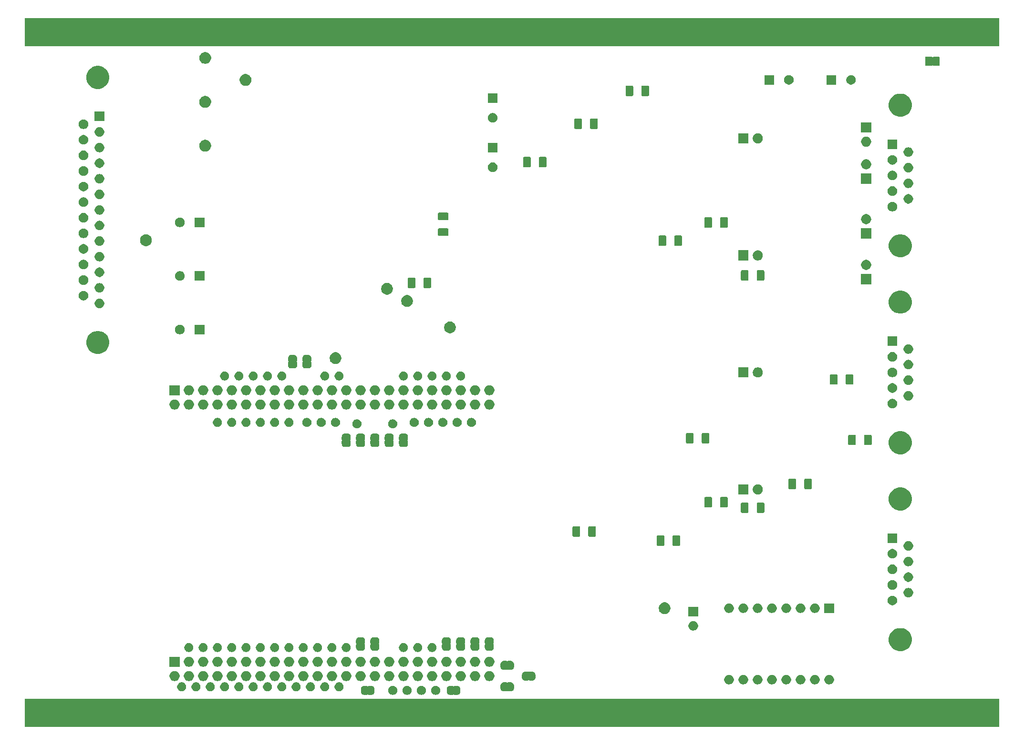
<source format=gbr>
G04 #@! TF.GenerationSoftware,KiCad,Pcbnew,5.1.6*
G04 #@! TF.CreationDate,2020-07-14T16:13:17+02:00*
G04 #@! TF.ProjectId,Mainboard,4d61696e-626f-4617-9264-2e6b69636164,rev?*
G04 #@! TF.SameCoordinates,Original*
G04 #@! TF.FileFunction,Soldermask,Bot*
G04 #@! TF.FilePolarity,Negative*
%FSLAX46Y46*%
G04 Gerber Fmt 4.6, Leading zero omitted, Abs format (unit mm)*
G04 Created by KiCad (PCBNEW 5.1.6) date 2020-07-14 16:13:17*
%MOMM*%
%LPD*%
G01*
G04 APERTURE LIST*
%ADD10C,0.150000*%
G04 APERTURE END LIST*
D10*
G36*
X238000000Y-163000000D02*
G01*
X65000000Y-163000000D01*
X65000000Y-158000000D01*
X238000000Y-158000000D01*
X238000000Y-163000000D01*
G37*
G36*
X140969999Y-155714737D02*
G01*
X140979608Y-155717652D01*
X140988472Y-155722390D01*
X140996237Y-155728763D01*
X141006448Y-155741206D01*
X141013378Y-155751575D01*
X141030705Y-155768902D01*
X141051080Y-155782515D01*
X141073720Y-155791891D01*
X141097753Y-155796671D01*
X141122257Y-155796670D01*
X141146290Y-155791888D01*
X141168929Y-155782510D01*
X141189302Y-155768895D01*
X141206629Y-155751568D01*
X141213558Y-155741198D01*
X141223763Y-155728763D01*
X141231528Y-155722390D01*
X141240392Y-155717652D01*
X141250001Y-155714737D01*
X141266140Y-155713148D01*
X141753861Y-155713148D01*
X141772199Y-155714954D01*
X141784450Y-155715556D01*
X141802869Y-155715556D01*
X141825149Y-155717750D01*
X141909233Y-155734476D01*
X141930660Y-155740976D01*
X142009858Y-155773780D01*
X142015303Y-155776691D01*
X142015309Y-155776693D01*
X142024169Y-155781429D01*
X142024173Y-155781432D01*
X142029614Y-155784340D01*
X142100899Y-155831971D01*
X142118204Y-155846172D01*
X142178828Y-155906796D01*
X142193029Y-155924101D01*
X142240660Y-155995386D01*
X142243568Y-156000827D01*
X142243571Y-156000831D01*
X142248307Y-156009691D01*
X142248309Y-156009697D01*
X142251220Y-156015142D01*
X142284024Y-156094340D01*
X142290524Y-156115767D01*
X142307250Y-156199851D01*
X142309444Y-156222131D01*
X142309444Y-156240550D01*
X142310046Y-156252801D01*
X142311852Y-156271139D01*
X142311852Y-156758862D01*
X142310046Y-156777199D01*
X142309444Y-156789450D01*
X142309444Y-156807869D01*
X142307250Y-156830149D01*
X142290524Y-156914233D01*
X142284024Y-156935660D01*
X142251220Y-157014858D01*
X142248309Y-157020303D01*
X142248307Y-157020309D01*
X142243571Y-157029169D01*
X142243568Y-157029173D01*
X142240660Y-157034614D01*
X142193029Y-157105899D01*
X142178828Y-157123204D01*
X142118204Y-157183828D01*
X142100899Y-157198029D01*
X142029614Y-157245660D01*
X142024173Y-157248568D01*
X142024169Y-157248571D01*
X142015309Y-157253307D01*
X142015303Y-157253309D01*
X142009858Y-157256220D01*
X141930660Y-157289024D01*
X141909233Y-157295524D01*
X141825149Y-157312250D01*
X141802869Y-157314444D01*
X141784450Y-157314444D01*
X141772199Y-157315046D01*
X141753862Y-157316852D01*
X141266140Y-157316852D01*
X141250001Y-157315263D01*
X141240392Y-157312348D01*
X141231528Y-157307610D01*
X141223763Y-157301237D01*
X141213552Y-157288794D01*
X141206622Y-157278425D01*
X141189295Y-157261098D01*
X141168920Y-157247485D01*
X141146280Y-157238109D01*
X141122247Y-157233329D01*
X141097743Y-157233330D01*
X141073710Y-157238112D01*
X141051071Y-157247490D01*
X141030698Y-157261105D01*
X141013371Y-157278432D01*
X141006442Y-157288802D01*
X140996237Y-157301237D01*
X140988472Y-157307610D01*
X140979608Y-157312348D01*
X140969999Y-157315263D01*
X140953860Y-157316852D01*
X140466138Y-157316852D01*
X140447801Y-157315046D01*
X140435550Y-157314444D01*
X140417131Y-157314444D01*
X140394851Y-157312250D01*
X140310767Y-157295524D01*
X140289340Y-157289024D01*
X140210142Y-157256220D01*
X140204697Y-157253309D01*
X140204691Y-157253307D01*
X140195831Y-157248571D01*
X140195827Y-157248568D01*
X140190386Y-157245660D01*
X140119101Y-157198029D01*
X140101796Y-157183828D01*
X140041172Y-157123204D01*
X140026971Y-157105899D01*
X139979340Y-157034614D01*
X139976432Y-157029173D01*
X139976429Y-157029169D01*
X139971693Y-157020309D01*
X139971691Y-157020303D01*
X139968780Y-157014858D01*
X139935976Y-156935660D01*
X139929476Y-156914233D01*
X139912750Y-156830149D01*
X139910556Y-156807869D01*
X139910556Y-156789450D01*
X139909954Y-156777199D01*
X139908148Y-156758862D01*
X139908148Y-156271139D01*
X139909954Y-156252801D01*
X139910556Y-156240550D01*
X139910556Y-156222131D01*
X139912750Y-156199851D01*
X139929476Y-156115767D01*
X139935976Y-156094340D01*
X139968780Y-156015142D01*
X139971691Y-156009697D01*
X139971693Y-156009691D01*
X139976429Y-156000831D01*
X139976432Y-156000827D01*
X139979340Y-155995386D01*
X140026971Y-155924101D01*
X140041172Y-155906796D01*
X140101796Y-155846172D01*
X140119101Y-155831971D01*
X140190386Y-155784340D01*
X140195827Y-155781432D01*
X140195831Y-155781429D01*
X140204691Y-155776693D01*
X140204697Y-155776691D01*
X140210142Y-155773780D01*
X140289340Y-155740976D01*
X140310767Y-155734476D01*
X140394851Y-155717750D01*
X140417131Y-155715556D01*
X140435550Y-155715556D01*
X140447801Y-155714954D01*
X140466139Y-155713148D01*
X140953860Y-155713148D01*
X140969999Y-155714737D01*
G37*
G36*
X125729999Y-155714737D02*
G01*
X125739608Y-155717652D01*
X125748472Y-155722390D01*
X125756237Y-155728763D01*
X125766448Y-155741206D01*
X125773378Y-155751575D01*
X125790705Y-155768902D01*
X125811080Y-155782515D01*
X125833720Y-155791891D01*
X125857753Y-155796671D01*
X125882257Y-155796670D01*
X125906290Y-155791888D01*
X125928929Y-155782510D01*
X125949302Y-155768895D01*
X125966629Y-155751568D01*
X125973558Y-155741198D01*
X125983763Y-155728763D01*
X125991528Y-155722390D01*
X126000392Y-155717652D01*
X126010001Y-155714737D01*
X126026140Y-155713148D01*
X126513861Y-155713148D01*
X126532199Y-155714954D01*
X126544450Y-155715556D01*
X126562869Y-155715556D01*
X126585149Y-155717750D01*
X126669233Y-155734476D01*
X126690660Y-155740976D01*
X126769858Y-155773780D01*
X126775303Y-155776691D01*
X126775309Y-155776693D01*
X126784169Y-155781429D01*
X126784173Y-155781432D01*
X126789614Y-155784340D01*
X126860899Y-155831971D01*
X126878204Y-155846172D01*
X126938828Y-155906796D01*
X126953029Y-155924101D01*
X127000660Y-155995386D01*
X127003568Y-156000827D01*
X127003571Y-156000831D01*
X127008307Y-156009691D01*
X127008309Y-156009697D01*
X127011220Y-156015142D01*
X127044024Y-156094340D01*
X127050524Y-156115767D01*
X127067250Y-156199851D01*
X127069444Y-156222131D01*
X127069444Y-156240550D01*
X127070046Y-156252801D01*
X127071852Y-156271139D01*
X127071852Y-156758862D01*
X127070046Y-156777199D01*
X127069444Y-156789450D01*
X127069444Y-156807869D01*
X127067250Y-156830149D01*
X127050524Y-156914233D01*
X127044024Y-156935660D01*
X127011220Y-157014858D01*
X127008309Y-157020303D01*
X127008307Y-157020309D01*
X127003571Y-157029169D01*
X127003568Y-157029173D01*
X127000660Y-157034614D01*
X126953029Y-157105899D01*
X126938828Y-157123204D01*
X126878204Y-157183828D01*
X126860899Y-157198029D01*
X126789614Y-157245660D01*
X126784173Y-157248568D01*
X126784169Y-157248571D01*
X126775309Y-157253307D01*
X126775303Y-157253309D01*
X126769858Y-157256220D01*
X126690660Y-157289024D01*
X126669233Y-157295524D01*
X126585149Y-157312250D01*
X126562869Y-157314444D01*
X126544450Y-157314444D01*
X126532199Y-157315046D01*
X126513862Y-157316852D01*
X126026140Y-157316852D01*
X126010001Y-157315263D01*
X126000392Y-157312348D01*
X125991528Y-157307610D01*
X125983763Y-157301237D01*
X125973552Y-157288794D01*
X125966622Y-157278425D01*
X125949295Y-157261098D01*
X125928920Y-157247485D01*
X125906280Y-157238109D01*
X125882247Y-157233329D01*
X125857743Y-157233330D01*
X125833710Y-157238112D01*
X125811071Y-157247490D01*
X125790698Y-157261105D01*
X125773371Y-157278432D01*
X125766442Y-157288802D01*
X125756237Y-157301237D01*
X125748472Y-157307610D01*
X125739608Y-157312348D01*
X125729999Y-157315263D01*
X125713860Y-157316852D01*
X125226138Y-157316852D01*
X125207801Y-157315046D01*
X125195550Y-157314444D01*
X125177131Y-157314444D01*
X125154851Y-157312250D01*
X125070767Y-157295524D01*
X125049340Y-157289024D01*
X124970142Y-157256220D01*
X124964697Y-157253309D01*
X124964691Y-157253307D01*
X124955831Y-157248571D01*
X124955827Y-157248568D01*
X124950386Y-157245660D01*
X124879101Y-157198029D01*
X124861796Y-157183828D01*
X124801172Y-157123204D01*
X124786971Y-157105899D01*
X124739340Y-157034614D01*
X124736432Y-157029173D01*
X124736429Y-157029169D01*
X124731693Y-157020309D01*
X124731691Y-157020303D01*
X124728780Y-157014858D01*
X124695976Y-156935660D01*
X124689476Y-156914233D01*
X124672750Y-156830149D01*
X124670556Y-156807869D01*
X124670556Y-156789450D01*
X124669954Y-156777199D01*
X124668148Y-156758862D01*
X124668148Y-156271139D01*
X124669954Y-156252801D01*
X124670556Y-156240550D01*
X124670556Y-156222131D01*
X124672750Y-156199851D01*
X124689476Y-156115767D01*
X124695976Y-156094340D01*
X124728780Y-156015142D01*
X124731691Y-156009697D01*
X124731693Y-156009691D01*
X124736429Y-156000831D01*
X124736432Y-156000827D01*
X124739340Y-155995386D01*
X124786971Y-155924101D01*
X124801172Y-155906796D01*
X124861796Y-155846172D01*
X124879101Y-155831971D01*
X124950386Y-155784340D01*
X124955827Y-155781432D01*
X124955831Y-155781429D01*
X124964691Y-155776693D01*
X124964697Y-155776691D01*
X124970142Y-155773780D01*
X125049340Y-155740976D01*
X125070767Y-155734476D01*
X125154851Y-155717750D01*
X125177131Y-155715556D01*
X125195550Y-155715556D01*
X125207801Y-155714954D01*
X125226139Y-155713148D01*
X125713860Y-155713148D01*
X125729999Y-155714737D01*
G37*
G36*
X138168642Y-155744781D02*
G01*
X138314414Y-155805162D01*
X138314416Y-155805163D01*
X138445608Y-155892822D01*
X138557178Y-156004392D01*
X138641106Y-156130000D01*
X138644838Y-156135586D01*
X138705219Y-156281358D01*
X138736000Y-156436107D01*
X138736000Y-156593893D01*
X138705219Y-156748642D01*
X138644838Y-156894414D01*
X138644837Y-156894416D01*
X138557178Y-157025608D01*
X138445608Y-157137178D01*
X138314416Y-157224837D01*
X138314415Y-157224838D01*
X138314414Y-157224838D01*
X138168642Y-157285219D01*
X138013893Y-157316000D01*
X137856107Y-157316000D01*
X137701358Y-157285219D01*
X137555586Y-157224838D01*
X137555585Y-157224838D01*
X137555584Y-157224837D01*
X137424392Y-157137178D01*
X137312822Y-157025608D01*
X137225163Y-156894416D01*
X137225162Y-156894414D01*
X137164781Y-156748642D01*
X137134000Y-156593893D01*
X137134000Y-156436107D01*
X137164781Y-156281358D01*
X137225162Y-156135586D01*
X137228894Y-156130000D01*
X137312822Y-156004392D01*
X137424392Y-155892822D01*
X137555584Y-155805163D01*
X137555586Y-155805162D01*
X137701358Y-155744781D01*
X137856107Y-155714000D01*
X138013893Y-155714000D01*
X138168642Y-155744781D01*
G37*
G36*
X135628642Y-155744781D02*
G01*
X135774414Y-155805162D01*
X135774416Y-155805163D01*
X135905608Y-155892822D01*
X136017178Y-156004392D01*
X136101106Y-156130000D01*
X136104838Y-156135586D01*
X136165219Y-156281358D01*
X136196000Y-156436107D01*
X136196000Y-156593893D01*
X136165219Y-156748642D01*
X136104838Y-156894414D01*
X136104837Y-156894416D01*
X136017178Y-157025608D01*
X135905608Y-157137178D01*
X135774416Y-157224837D01*
X135774415Y-157224838D01*
X135774414Y-157224838D01*
X135628642Y-157285219D01*
X135473893Y-157316000D01*
X135316107Y-157316000D01*
X135161358Y-157285219D01*
X135015586Y-157224838D01*
X135015585Y-157224838D01*
X135015584Y-157224837D01*
X134884392Y-157137178D01*
X134772822Y-157025608D01*
X134685163Y-156894416D01*
X134685162Y-156894414D01*
X134624781Y-156748642D01*
X134594000Y-156593893D01*
X134594000Y-156436107D01*
X134624781Y-156281358D01*
X134685162Y-156135586D01*
X134688894Y-156130000D01*
X134772822Y-156004392D01*
X134884392Y-155892822D01*
X135015584Y-155805163D01*
X135015586Y-155805162D01*
X135161358Y-155744781D01*
X135316107Y-155714000D01*
X135473893Y-155714000D01*
X135628642Y-155744781D01*
G37*
G36*
X133088642Y-155744781D02*
G01*
X133234414Y-155805162D01*
X133234416Y-155805163D01*
X133365608Y-155892822D01*
X133477178Y-156004392D01*
X133561106Y-156130000D01*
X133564838Y-156135586D01*
X133625219Y-156281358D01*
X133656000Y-156436107D01*
X133656000Y-156593893D01*
X133625219Y-156748642D01*
X133564838Y-156894414D01*
X133564837Y-156894416D01*
X133477178Y-157025608D01*
X133365608Y-157137178D01*
X133234416Y-157224837D01*
X133234415Y-157224838D01*
X133234414Y-157224838D01*
X133088642Y-157285219D01*
X132933893Y-157316000D01*
X132776107Y-157316000D01*
X132621358Y-157285219D01*
X132475586Y-157224838D01*
X132475585Y-157224838D01*
X132475584Y-157224837D01*
X132344392Y-157137178D01*
X132232822Y-157025608D01*
X132145163Y-156894416D01*
X132145162Y-156894414D01*
X132084781Y-156748642D01*
X132054000Y-156593893D01*
X132054000Y-156436107D01*
X132084781Y-156281358D01*
X132145162Y-156135586D01*
X132148894Y-156130000D01*
X132232822Y-156004392D01*
X132344392Y-155892822D01*
X132475584Y-155805163D01*
X132475586Y-155805162D01*
X132621358Y-155744781D01*
X132776107Y-155714000D01*
X132933893Y-155714000D01*
X133088642Y-155744781D01*
G37*
G36*
X130548642Y-155744781D02*
G01*
X130694414Y-155805162D01*
X130694416Y-155805163D01*
X130825608Y-155892822D01*
X130937178Y-156004392D01*
X131021106Y-156130000D01*
X131024838Y-156135586D01*
X131085219Y-156281358D01*
X131116000Y-156436107D01*
X131116000Y-156593893D01*
X131085219Y-156748642D01*
X131024838Y-156894414D01*
X131024837Y-156894416D01*
X130937178Y-157025608D01*
X130825608Y-157137178D01*
X130694416Y-157224837D01*
X130694415Y-157224838D01*
X130694414Y-157224838D01*
X130548642Y-157285219D01*
X130393893Y-157316000D01*
X130236107Y-157316000D01*
X130081358Y-157285219D01*
X129935586Y-157224838D01*
X129935585Y-157224838D01*
X129935584Y-157224837D01*
X129804392Y-157137178D01*
X129692822Y-157025608D01*
X129605163Y-156894416D01*
X129605162Y-156894414D01*
X129544781Y-156748642D01*
X129514000Y-156593893D01*
X129514000Y-156436107D01*
X129544781Y-156281358D01*
X129605162Y-156135586D01*
X129608894Y-156130000D01*
X129692822Y-156004392D01*
X129804392Y-155892822D01*
X129935584Y-155805163D01*
X129935586Y-155805162D01*
X130081358Y-155744781D01*
X130236107Y-155714000D01*
X130393893Y-155714000D01*
X130548642Y-155744781D01*
G37*
G36*
X150494999Y-155079737D02*
G01*
X150504608Y-155082652D01*
X150513472Y-155087390D01*
X150521237Y-155093763D01*
X150531448Y-155106206D01*
X150538378Y-155116575D01*
X150555705Y-155133902D01*
X150576080Y-155147515D01*
X150598720Y-155156891D01*
X150622753Y-155161671D01*
X150647257Y-155161670D01*
X150671290Y-155156888D01*
X150693929Y-155147510D01*
X150714302Y-155133895D01*
X150731629Y-155116568D01*
X150738558Y-155106198D01*
X150748763Y-155093763D01*
X150756528Y-155087390D01*
X150765392Y-155082652D01*
X150775001Y-155079737D01*
X150791140Y-155078148D01*
X151278861Y-155078148D01*
X151297199Y-155079954D01*
X151309450Y-155080556D01*
X151327869Y-155080556D01*
X151350149Y-155082750D01*
X151434233Y-155099476D01*
X151455660Y-155105976D01*
X151534858Y-155138780D01*
X151540303Y-155141691D01*
X151540309Y-155141693D01*
X151549169Y-155146429D01*
X151549173Y-155146432D01*
X151554614Y-155149340D01*
X151625899Y-155196971D01*
X151643204Y-155211172D01*
X151703828Y-155271796D01*
X151718029Y-155289101D01*
X151765660Y-155360386D01*
X151768568Y-155365827D01*
X151768571Y-155365831D01*
X151773307Y-155374691D01*
X151773309Y-155374697D01*
X151776220Y-155380142D01*
X151809024Y-155459340D01*
X151815524Y-155480767D01*
X151832250Y-155564851D01*
X151834444Y-155587131D01*
X151834444Y-155605550D01*
X151835046Y-155617801D01*
X151836852Y-155636139D01*
X151836852Y-156123862D01*
X151835046Y-156142199D01*
X151834444Y-156154450D01*
X151834444Y-156172869D01*
X151832250Y-156195149D01*
X151815524Y-156279233D01*
X151809024Y-156300660D01*
X151776220Y-156379858D01*
X151773309Y-156385303D01*
X151773307Y-156385309D01*
X151768571Y-156394169D01*
X151768568Y-156394173D01*
X151765660Y-156399614D01*
X151718029Y-156470899D01*
X151703828Y-156488204D01*
X151643204Y-156548828D01*
X151625899Y-156563029D01*
X151554614Y-156610660D01*
X151549173Y-156613568D01*
X151549169Y-156613571D01*
X151540309Y-156618307D01*
X151540303Y-156618309D01*
X151534858Y-156621220D01*
X151455660Y-156654024D01*
X151434233Y-156660524D01*
X151350149Y-156677250D01*
X151327869Y-156679444D01*
X151309450Y-156679444D01*
X151297199Y-156680046D01*
X151278862Y-156681852D01*
X150791140Y-156681852D01*
X150775001Y-156680263D01*
X150765392Y-156677348D01*
X150756528Y-156672610D01*
X150748763Y-156666237D01*
X150738552Y-156653794D01*
X150731622Y-156643425D01*
X150714295Y-156626098D01*
X150693920Y-156612485D01*
X150671280Y-156603109D01*
X150647247Y-156598329D01*
X150622743Y-156598330D01*
X150598710Y-156603112D01*
X150576071Y-156612490D01*
X150555698Y-156626105D01*
X150538371Y-156643432D01*
X150531442Y-156653802D01*
X150521237Y-156666237D01*
X150513472Y-156672610D01*
X150504608Y-156677348D01*
X150494999Y-156680263D01*
X150478860Y-156681852D01*
X149991138Y-156681852D01*
X149972801Y-156680046D01*
X149960550Y-156679444D01*
X149942131Y-156679444D01*
X149919851Y-156677250D01*
X149835767Y-156660524D01*
X149814340Y-156654024D01*
X149735142Y-156621220D01*
X149729697Y-156618309D01*
X149729691Y-156618307D01*
X149720831Y-156613571D01*
X149720827Y-156613568D01*
X149715386Y-156610660D01*
X149644101Y-156563029D01*
X149626796Y-156548828D01*
X149566172Y-156488204D01*
X149551971Y-156470899D01*
X149504340Y-156399614D01*
X149501432Y-156394173D01*
X149501429Y-156394169D01*
X149496693Y-156385309D01*
X149496691Y-156385303D01*
X149493780Y-156379858D01*
X149460976Y-156300660D01*
X149454476Y-156279233D01*
X149437750Y-156195149D01*
X149435556Y-156172869D01*
X149435556Y-156154450D01*
X149434954Y-156142199D01*
X149433148Y-156123862D01*
X149433148Y-155636139D01*
X149434954Y-155617801D01*
X149435556Y-155605550D01*
X149435556Y-155587131D01*
X149437750Y-155564851D01*
X149454476Y-155480767D01*
X149460976Y-155459340D01*
X149493780Y-155380142D01*
X149496691Y-155374697D01*
X149496693Y-155374691D01*
X149501429Y-155365831D01*
X149501432Y-155365827D01*
X149504340Y-155360386D01*
X149551971Y-155289101D01*
X149566172Y-155271796D01*
X149626796Y-155211172D01*
X149644101Y-155196971D01*
X149715386Y-155149340D01*
X149720827Y-155146432D01*
X149720831Y-155146429D01*
X149729691Y-155141693D01*
X149729697Y-155141691D01*
X149735142Y-155138780D01*
X149814340Y-155105976D01*
X149835767Y-155099476D01*
X149919851Y-155082750D01*
X149942131Y-155080556D01*
X149960550Y-155080556D01*
X149972801Y-155079954D01*
X149991139Y-155078148D01*
X150478860Y-155078148D01*
X150494999Y-155079737D01*
G37*
G36*
X95623642Y-155109781D02*
G01*
X95769414Y-155170162D01*
X95769416Y-155170163D01*
X95900608Y-155257822D01*
X96012178Y-155369392D01*
X96099837Y-155500584D01*
X96099838Y-155500586D01*
X96160219Y-155646358D01*
X96191000Y-155801107D01*
X96191000Y-155958893D01*
X96160219Y-156113642D01*
X96099838Y-156259414D01*
X96099837Y-156259416D01*
X96012178Y-156390608D01*
X95900608Y-156502178D01*
X95769416Y-156589837D01*
X95769415Y-156589838D01*
X95769414Y-156589838D01*
X95623642Y-156650219D01*
X95468893Y-156681000D01*
X95311107Y-156681000D01*
X95156358Y-156650219D01*
X95010586Y-156589838D01*
X95010585Y-156589838D01*
X95010584Y-156589837D01*
X94879392Y-156502178D01*
X94767822Y-156390608D01*
X94680163Y-156259416D01*
X94680162Y-156259414D01*
X94619781Y-156113642D01*
X94589000Y-155958893D01*
X94589000Y-155801107D01*
X94619781Y-155646358D01*
X94680162Y-155500586D01*
X94680163Y-155500584D01*
X94767822Y-155369392D01*
X94879392Y-155257822D01*
X95010584Y-155170163D01*
X95010586Y-155170162D01*
X95156358Y-155109781D01*
X95311107Y-155079000D01*
X95468893Y-155079000D01*
X95623642Y-155109781D01*
G37*
G36*
X93083642Y-155109781D02*
G01*
X93229414Y-155170162D01*
X93229416Y-155170163D01*
X93360608Y-155257822D01*
X93472178Y-155369392D01*
X93559837Y-155500584D01*
X93559838Y-155500586D01*
X93620219Y-155646358D01*
X93651000Y-155801107D01*
X93651000Y-155958893D01*
X93620219Y-156113642D01*
X93559838Y-156259414D01*
X93559837Y-156259416D01*
X93472178Y-156390608D01*
X93360608Y-156502178D01*
X93229416Y-156589837D01*
X93229415Y-156589838D01*
X93229414Y-156589838D01*
X93083642Y-156650219D01*
X92928893Y-156681000D01*
X92771107Y-156681000D01*
X92616358Y-156650219D01*
X92470586Y-156589838D01*
X92470585Y-156589838D01*
X92470584Y-156589837D01*
X92339392Y-156502178D01*
X92227822Y-156390608D01*
X92140163Y-156259416D01*
X92140162Y-156259414D01*
X92079781Y-156113642D01*
X92049000Y-155958893D01*
X92049000Y-155801107D01*
X92079781Y-155646358D01*
X92140162Y-155500586D01*
X92140163Y-155500584D01*
X92227822Y-155369392D01*
X92339392Y-155257822D01*
X92470584Y-155170163D01*
X92470586Y-155170162D01*
X92616358Y-155109781D01*
X92771107Y-155079000D01*
X92928893Y-155079000D01*
X93083642Y-155109781D01*
G37*
G36*
X98163642Y-155109781D02*
G01*
X98309414Y-155170162D01*
X98309416Y-155170163D01*
X98440608Y-155257822D01*
X98552178Y-155369392D01*
X98639837Y-155500584D01*
X98639838Y-155500586D01*
X98700219Y-155646358D01*
X98731000Y-155801107D01*
X98731000Y-155958893D01*
X98700219Y-156113642D01*
X98639838Y-156259414D01*
X98639837Y-156259416D01*
X98552178Y-156390608D01*
X98440608Y-156502178D01*
X98309416Y-156589837D01*
X98309415Y-156589838D01*
X98309414Y-156589838D01*
X98163642Y-156650219D01*
X98008893Y-156681000D01*
X97851107Y-156681000D01*
X97696358Y-156650219D01*
X97550586Y-156589838D01*
X97550585Y-156589838D01*
X97550584Y-156589837D01*
X97419392Y-156502178D01*
X97307822Y-156390608D01*
X97220163Y-156259416D01*
X97220162Y-156259414D01*
X97159781Y-156113642D01*
X97129000Y-155958893D01*
X97129000Y-155801107D01*
X97159781Y-155646358D01*
X97220162Y-155500586D01*
X97220163Y-155500584D01*
X97307822Y-155369392D01*
X97419392Y-155257822D01*
X97550584Y-155170163D01*
X97550586Y-155170162D01*
X97696358Y-155109781D01*
X97851107Y-155079000D01*
X98008893Y-155079000D01*
X98163642Y-155109781D01*
G37*
G36*
X118483642Y-155109781D02*
G01*
X118629414Y-155170162D01*
X118629416Y-155170163D01*
X118760608Y-155257822D01*
X118872178Y-155369392D01*
X118959837Y-155500584D01*
X118959838Y-155500586D01*
X119020219Y-155646358D01*
X119051000Y-155801107D01*
X119051000Y-155958893D01*
X119020219Y-156113642D01*
X118959838Y-156259414D01*
X118959837Y-156259416D01*
X118872178Y-156390608D01*
X118760608Y-156502178D01*
X118629416Y-156589837D01*
X118629415Y-156589838D01*
X118629414Y-156589838D01*
X118483642Y-156650219D01*
X118328893Y-156681000D01*
X118171107Y-156681000D01*
X118016358Y-156650219D01*
X117870586Y-156589838D01*
X117870585Y-156589838D01*
X117870584Y-156589837D01*
X117739392Y-156502178D01*
X117627822Y-156390608D01*
X117540163Y-156259416D01*
X117540162Y-156259414D01*
X117479781Y-156113642D01*
X117449000Y-155958893D01*
X117449000Y-155801107D01*
X117479781Y-155646358D01*
X117540162Y-155500586D01*
X117540163Y-155500584D01*
X117627822Y-155369392D01*
X117739392Y-155257822D01*
X117870584Y-155170163D01*
X117870586Y-155170162D01*
X118016358Y-155109781D01*
X118171107Y-155079000D01*
X118328893Y-155079000D01*
X118483642Y-155109781D01*
G37*
G36*
X100703642Y-155109781D02*
G01*
X100849414Y-155170162D01*
X100849416Y-155170163D01*
X100980608Y-155257822D01*
X101092178Y-155369392D01*
X101179837Y-155500584D01*
X101179838Y-155500586D01*
X101240219Y-155646358D01*
X101271000Y-155801107D01*
X101271000Y-155958893D01*
X101240219Y-156113642D01*
X101179838Y-156259414D01*
X101179837Y-156259416D01*
X101092178Y-156390608D01*
X100980608Y-156502178D01*
X100849416Y-156589837D01*
X100849415Y-156589838D01*
X100849414Y-156589838D01*
X100703642Y-156650219D01*
X100548893Y-156681000D01*
X100391107Y-156681000D01*
X100236358Y-156650219D01*
X100090586Y-156589838D01*
X100090585Y-156589838D01*
X100090584Y-156589837D01*
X99959392Y-156502178D01*
X99847822Y-156390608D01*
X99760163Y-156259416D01*
X99760162Y-156259414D01*
X99699781Y-156113642D01*
X99669000Y-155958893D01*
X99669000Y-155801107D01*
X99699781Y-155646358D01*
X99760162Y-155500586D01*
X99760163Y-155500584D01*
X99847822Y-155369392D01*
X99959392Y-155257822D01*
X100090584Y-155170163D01*
X100090586Y-155170162D01*
X100236358Y-155109781D01*
X100391107Y-155079000D01*
X100548893Y-155079000D01*
X100703642Y-155109781D01*
G37*
G36*
X103243642Y-155109781D02*
G01*
X103389414Y-155170162D01*
X103389416Y-155170163D01*
X103520608Y-155257822D01*
X103632178Y-155369392D01*
X103719837Y-155500584D01*
X103719838Y-155500586D01*
X103780219Y-155646358D01*
X103811000Y-155801107D01*
X103811000Y-155958893D01*
X103780219Y-156113642D01*
X103719838Y-156259414D01*
X103719837Y-156259416D01*
X103632178Y-156390608D01*
X103520608Y-156502178D01*
X103389416Y-156589837D01*
X103389415Y-156589838D01*
X103389414Y-156589838D01*
X103243642Y-156650219D01*
X103088893Y-156681000D01*
X102931107Y-156681000D01*
X102776358Y-156650219D01*
X102630586Y-156589838D01*
X102630585Y-156589838D01*
X102630584Y-156589837D01*
X102499392Y-156502178D01*
X102387822Y-156390608D01*
X102300163Y-156259416D01*
X102300162Y-156259414D01*
X102239781Y-156113642D01*
X102209000Y-155958893D01*
X102209000Y-155801107D01*
X102239781Y-155646358D01*
X102300162Y-155500586D01*
X102300163Y-155500584D01*
X102387822Y-155369392D01*
X102499392Y-155257822D01*
X102630584Y-155170163D01*
X102630586Y-155170162D01*
X102776358Y-155109781D01*
X102931107Y-155079000D01*
X103088893Y-155079000D01*
X103243642Y-155109781D01*
G37*
G36*
X105783642Y-155109781D02*
G01*
X105929414Y-155170162D01*
X105929416Y-155170163D01*
X106060608Y-155257822D01*
X106172178Y-155369392D01*
X106259837Y-155500584D01*
X106259838Y-155500586D01*
X106320219Y-155646358D01*
X106351000Y-155801107D01*
X106351000Y-155958893D01*
X106320219Y-156113642D01*
X106259838Y-156259414D01*
X106259837Y-156259416D01*
X106172178Y-156390608D01*
X106060608Y-156502178D01*
X105929416Y-156589837D01*
X105929415Y-156589838D01*
X105929414Y-156589838D01*
X105783642Y-156650219D01*
X105628893Y-156681000D01*
X105471107Y-156681000D01*
X105316358Y-156650219D01*
X105170586Y-156589838D01*
X105170585Y-156589838D01*
X105170584Y-156589837D01*
X105039392Y-156502178D01*
X104927822Y-156390608D01*
X104840163Y-156259416D01*
X104840162Y-156259414D01*
X104779781Y-156113642D01*
X104749000Y-155958893D01*
X104749000Y-155801107D01*
X104779781Y-155646358D01*
X104840162Y-155500586D01*
X104840163Y-155500584D01*
X104927822Y-155369392D01*
X105039392Y-155257822D01*
X105170584Y-155170163D01*
X105170586Y-155170162D01*
X105316358Y-155109781D01*
X105471107Y-155079000D01*
X105628893Y-155079000D01*
X105783642Y-155109781D01*
G37*
G36*
X108323642Y-155109781D02*
G01*
X108469414Y-155170162D01*
X108469416Y-155170163D01*
X108600608Y-155257822D01*
X108712178Y-155369392D01*
X108799837Y-155500584D01*
X108799838Y-155500586D01*
X108860219Y-155646358D01*
X108891000Y-155801107D01*
X108891000Y-155958893D01*
X108860219Y-156113642D01*
X108799838Y-156259414D01*
X108799837Y-156259416D01*
X108712178Y-156390608D01*
X108600608Y-156502178D01*
X108469416Y-156589837D01*
X108469415Y-156589838D01*
X108469414Y-156589838D01*
X108323642Y-156650219D01*
X108168893Y-156681000D01*
X108011107Y-156681000D01*
X107856358Y-156650219D01*
X107710586Y-156589838D01*
X107710585Y-156589838D01*
X107710584Y-156589837D01*
X107579392Y-156502178D01*
X107467822Y-156390608D01*
X107380163Y-156259416D01*
X107380162Y-156259414D01*
X107319781Y-156113642D01*
X107289000Y-155958893D01*
X107289000Y-155801107D01*
X107319781Y-155646358D01*
X107380162Y-155500586D01*
X107380163Y-155500584D01*
X107467822Y-155369392D01*
X107579392Y-155257822D01*
X107710584Y-155170163D01*
X107710586Y-155170162D01*
X107856358Y-155109781D01*
X108011107Y-155079000D01*
X108168893Y-155079000D01*
X108323642Y-155109781D01*
G37*
G36*
X110863642Y-155109781D02*
G01*
X111009414Y-155170162D01*
X111009416Y-155170163D01*
X111140608Y-155257822D01*
X111252178Y-155369392D01*
X111339837Y-155500584D01*
X111339838Y-155500586D01*
X111400219Y-155646358D01*
X111431000Y-155801107D01*
X111431000Y-155958893D01*
X111400219Y-156113642D01*
X111339838Y-156259414D01*
X111339837Y-156259416D01*
X111252178Y-156390608D01*
X111140608Y-156502178D01*
X111009416Y-156589837D01*
X111009415Y-156589838D01*
X111009414Y-156589838D01*
X110863642Y-156650219D01*
X110708893Y-156681000D01*
X110551107Y-156681000D01*
X110396358Y-156650219D01*
X110250586Y-156589838D01*
X110250585Y-156589838D01*
X110250584Y-156589837D01*
X110119392Y-156502178D01*
X110007822Y-156390608D01*
X109920163Y-156259416D01*
X109920162Y-156259414D01*
X109859781Y-156113642D01*
X109829000Y-155958893D01*
X109829000Y-155801107D01*
X109859781Y-155646358D01*
X109920162Y-155500586D01*
X109920163Y-155500584D01*
X110007822Y-155369392D01*
X110119392Y-155257822D01*
X110250584Y-155170163D01*
X110250586Y-155170162D01*
X110396358Y-155109781D01*
X110551107Y-155079000D01*
X110708893Y-155079000D01*
X110863642Y-155109781D01*
G37*
G36*
X113403642Y-155109781D02*
G01*
X113549414Y-155170162D01*
X113549416Y-155170163D01*
X113680608Y-155257822D01*
X113792178Y-155369392D01*
X113879837Y-155500584D01*
X113879838Y-155500586D01*
X113940219Y-155646358D01*
X113971000Y-155801107D01*
X113971000Y-155958893D01*
X113940219Y-156113642D01*
X113879838Y-156259414D01*
X113879837Y-156259416D01*
X113792178Y-156390608D01*
X113680608Y-156502178D01*
X113549416Y-156589837D01*
X113549415Y-156589838D01*
X113549414Y-156589838D01*
X113403642Y-156650219D01*
X113248893Y-156681000D01*
X113091107Y-156681000D01*
X112936358Y-156650219D01*
X112790586Y-156589838D01*
X112790585Y-156589838D01*
X112790584Y-156589837D01*
X112659392Y-156502178D01*
X112547822Y-156390608D01*
X112460163Y-156259416D01*
X112460162Y-156259414D01*
X112399781Y-156113642D01*
X112369000Y-155958893D01*
X112369000Y-155801107D01*
X112399781Y-155646358D01*
X112460162Y-155500586D01*
X112460163Y-155500584D01*
X112547822Y-155369392D01*
X112659392Y-155257822D01*
X112790584Y-155170163D01*
X112790586Y-155170162D01*
X112936358Y-155109781D01*
X113091107Y-155079000D01*
X113248893Y-155079000D01*
X113403642Y-155109781D01*
G37*
G36*
X115943642Y-155109781D02*
G01*
X116089414Y-155170162D01*
X116089416Y-155170163D01*
X116220608Y-155257822D01*
X116332178Y-155369392D01*
X116419837Y-155500584D01*
X116419838Y-155500586D01*
X116480219Y-155646358D01*
X116511000Y-155801107D01*
X116511000Y-155958893D01*
X116480219Y-156113642D01*
X116419838Y-156259414D01*
X116419837Y-156259416D01*
X116332178Y-156390608D01*
X116220608Y-156502178D01*
X116089416Y-156589837D01*
X116089415Y-156589838D01*
X116089414Y-156589838D01*
X115943642Y-156650219D01*
X115788893Y-156681000D01*
X115631107Y-156681000D01*
X115476358Y-156650219D01*
X115330586Y-156589838D01*
X115330585Y-156589838D01*
X115330584Y-156589837D01*
X115199392Y-156502178D01*
X115087822Y-156390608D01*
X115000163Y-156259416D01*
X115000162Y-156259414D01*
X114939781Y-156113642D01*
X114909000Y-155958893D01*
X114909000Y-155801107D01*
X114939781Y-155646358D01*
X115000162Y-155500586D01*
X115000163Y-155500584D01*
X115087822Y-155369392D01*
X115199392Y-155257822D01*
X115330584Y-155170163D01*
X115330586Y-155170162D01*
X115476358Y-155109781D01*
X115631107Y-155079000D01*
X115788893Y-155079000D01*
X115943642Y-155109781D01*
G37*
G36*
X121023642Y-155109781D02*
G01*
X121169414Y-155170162D01*
X121169416Y-155170163D01*
X121300608Y-155257822D01*
X121412178Y-155369392D01*
X121499837Y-155500584D01*
X121499838Y-155500586D01*
X121560219Y-155646358D01*
X121591000Y-155801107D01*
X121591000Y-155958893D01*
X121560219Y-156113642D01*
X121499838Y-156259414D01*
X121499837Y-156259416D01*
X121412178Y-156390608D01*
X121300608Y-156502178D01*
X121169416Y-156589837D01*
X121169415Y-156589838D01*
X121169414Y-156589838D01*
X121023642Y-156650219D01*
X120868893Y-156681000D01*
X120711107Y-156681000D01*
X120556358Y-156650219D01*
X120410586Y-156589838D01*
X120410585Y-156589838D01*
X120410584Y-156589837D01*
X120279392Y-156502178D01*
X120167822Y-156390608D01*
X120080163Y-156259416D01*
X120080162Y-156259414D01*
X120019781Y-156113642D01*
X119989000Y-155958893D01*
X119989000Y-155801107D01*
X120019781Y-155646358D01*
X120080162Y-155500586D01*
X120080163Y-155500584D01*
X120167822Y-155369392D01*
X120279392Y-155257822D01*
X120410584Y-155170163D01*
X120410586Y-155170162D01*
X120556358Y-155109781D01*
X120711107Y-155079000D01*
X120868893Y-155079000D01*
X121023642Y-155109781D01*
G37*
G36*
X200413228Y-153791703D02*
G01*
X200568100Y-153855853D01*
X200707481Y-153948985D01*
X200826015Y-154067519D01*
X200919147Y-154206900D01*
X200983297Y-154361772D01*
X201016000Y-154526184D01*
X201016000Y-154693816D01*
X200983297Y-154858228D01*
X200919147Y-155013100D01*
X200826015Y-155152481D01*
X200707481Y-155271015D01*
X200568100Y-155364147D01*
X200413228Y-155428297D01*
X200248816Y-155461000D01*
X200081184Y-155461000D01*
X199916772Y-155428297D01*
X199761900Y-155364147D01*
X199622519Y-155271015D01*
X199503985Y-155152481D01*
X199410853Y-155013100D01*
X199346703Y-154858228D01*
X199314000Y-154693816D01*
X199314000Y-154526184D01*
X199346703Y-154361772D01*
X199410853Y-154206900D01*
X199503985Y-154067519D01*
X199622519Y-153948985D01*
X199761900Y-153855853D01*
X199916772Y-153791703D01*
X200081184Y-153759000D01*
X200248816Y-153759000D01*
X200413228Y-153791703D01*
G37*
G36*
X197873228Y-153791703D02*
G01*
X198028100Y-153855853D01*
X198167481Y-153948985D01*
X198286015Y-154067519D01*
X198379147Y-154206900D01*
X198443297Y-154361772D01*
X198476000Y-154526184D01*
X198476000Y-154693816D01*
X198443297Y-154858228D01*
X198379147Y-155013100D01*
X198286015Y-155152481D01*
X198167481Y-155271015D01*
X198028100Y-155364147D01*
X197873228Y-155428297D01*
X197708816Y-155461000D01*
X197541184Y-155461000D01*
X197376772Y-155428297D01*
X197221900Y-155364147D01*
X197082519Y-155271015D01*
X196963985Y-155152481D01*
X196870853Y-155013100D01*
X196806703Y-154858228D01*
X196774000Y-154693816D01*
X196774000Y-154526184D01*
X196806703Y-154361772D01*
X196870853Y-154206900D01*
X196963985Y-154067519D01*
X197082519Y-153948985D01*
X197221900Y-153855853D01*
X197376772Y-153791703D01*
X197541184Y-153759000D01*
X197708816Y-153759000D01*
X197873228Y-153791703D01*
G37*
G36*
X195333228Y-153791703D02*
G01*
X195488100Y-153855853D01*
X195627481Y-153948985D01*
X195746015Y-154067519D01*
X195839147Y-154206900D01*
X195903297Y-154361772D01*
X195936000Y-154526184D01*
X195936000Y-154693816D01*
X195903297Y-154858228D01*
X195839147Y-155013100D01*
X195746015Y-155152481D01*
X195627481Y-155271015D01*
X195488100Y-155364147D01*
X195333228Y-155428297D01*
X195168816Y-155461000D01*
X195001184Y-155461000D01*
X194836772Y-155428297D01*
X194681900Y-155364147D01*
X194542519Y-155271015D01*
X194423985Y-155152481D01*
X194330853Y-155013100D01*
X194266703Y-154858228D01*
X194234000Y-154693816D01*
X194234000Y-154526184D01*
X194266703Y-154361772D01*
X194330853Y-154206900D01*
X194423985Y-154067519D01*
X194542519Y-153948985D01*
X194681900Y-153855853D01*
X194836772Y-153791703D01*
X195001184Y-153759000D01*
X195168816Y-153759000D01*
X195333228Y-153791703D01*
G37*
G36*
X192793228Y-153791703D02*
G01*
X192948100Y-153855853D01*
X193087481Y-153948985D01*
X193206015Y-154067519D01*
X193299147Y-154206900D01*
X193363297Y-154361772D01*
X193396000Y-154526184D01*
X193396000Y-154693816D01*
X193363297Y-154858228D01*
X193299147Y-155013100D01*
X193206015Y-155152481D01*
X193087481Y-155271015D01*
X192948100Y-155364147D01*
X192793228Y-155428297D01*
X192628816Y-155461000D01*
X192461184Y-155461000D01*
X192296772Y-155428297D01*
X192141900Y-155364147D01*
X192002519Y-155271015D01*
X191883985Y-155152481D01*
X191790853Y-155013100D01*
X191726703Y-154858228D01*
X191694000Y-154693816D01*
X191694000Y-154526184D01*
X191726703Y-154361772D01*
X191790853Y-154206900D01*
X191883985Y-154067519D01*
X192002519Y-153948985D01*
X192141900Y-153855853D01*
X192296772Y-153791703D01*
X192461184Y-153759000D01*
X192628816Y-153759000D01*
X192793228Y-153791703D01*
G37*
G36*
X190253228Y-153791703D02*
G01*
X190408100Y-153855853D01*
X190547481Y-153948985D01*
X190666015Y-154067519D01*
X190759147Y-154206900D01*
X190823297Y-154361772D01*
X190856000Y-154526184D01*
X190856000Y-154693816D01*
X190823297Y-154858228D01*
X190759147Y-155013100D01*
X190666015Y-155152481D01*
X190547481Y-155271015D01*
X190408100Y-155364147D01*
X190253228Y-155428297D01*
X190088816Y-155461000D01*
X189921184Y-155461000D01*
X189756772Y-155428297D01*
X189601900Y-155364147D01*
X189462519Y-155271015D01*
X189343985Y-155152481D01*
X189250853Y-155013100D01*
X189186703Y-154858228D01*
X189154000Y-154693816D01*
X189154000Y-154526184D01*
X189186703Y-154361772D01*
X189250853Y-154206900D01*
X189343985Y-154067519D01*
X189462519Y-153948985D01*
X189601900Y-153855853D01*
X189756772Y-153791703D01*
X189921184Y-153759000D01*
X190088816Y-153759000D01*
X190253228Y-153791703D01*
G37*
G36*
X208033228Y-153791703D02*
G01*
X208188100Y-153855853D01*
X208327481Y-153948985D01*
X208446015Y-154067519D01*
X208539147Y-154206900D01*
X208603297Y-154361772D01*
X208636000Y-154526184D01*
X208636000Y-154693816D01*
X208603297Y-154858228D01*
X208539147Y-155013100D01*
X208446015Y-155152481D01*
X208327481Y-155271015D01*
X208188100Y-155364147D01*
X208033228Y-155428297D01*
X207868816Y-155461000D01*
X207701184Y-155461000D01*
X207536772Y-155428297D01*
X207381900Y-155364147D01*
X207242519Y-155271015D01*
X207123985Y-155152481D01*
X207030853Y-155013100D01*
X206966703Y-154858228D01*
X206934000Y-154693816D01*
X206934000Y-154526184D01*
X206966703Y-154361772D01*
X207030853Y-154206900D01*
X207123985Y-154067519D01*
X207242519Y-153948985D01*
X207381900Y-153855853D01*
X207536772Y-153791703D01*
X207701184Y-153759000D01*
X207868816Y-153759000D01*
X208033228Y-153791703D01*
G37*
G36*
X205493228Y-153791703D02*
G01*
X205648100Y-153855853D01*
X205787481Y-153948985D01*
X205906015Y-154067519D01*
X205999147Y-154206900D01*
X206063297Y-154361772D01*
X206096000Y-154526184D01*
X206096000Y-154693816D01*
X206063297Y-154858228D01*
X205999147Y-155013100D01*
X205906015Y-155152481D01*
X205787481Y-155271015D01*
X205648100Y-155364147D01*
X205493228Y-155428297D01*
X205328816Y-155461000D01*
X205161184Y-155461000D01*
X204996772Y-155428297D01*
X204841900Y-155364147D01*
X204702519Y-155271015D01*
X204583985Y-155152481D01*
X204490853Y-155013100D01*
X204426703Y-154858228D01*
X204394000Y-154693816D01*
X204394000Y-154526184D01*
X204426703Y-154361772D01*
X204490853Y-154206900D01*
X204583985Y-154067519D01*
X204702519Y-153948985D01*
X204841900Y-153855853D01*
X204996772Y-153791703D01*
X205161184Y-153759000D01*
X205328816Y-153759000D01*
X205493228Y-153791703D01*
G37*
G36*
X202953228Y-153791703D02*
G01*
X203108100Y-153855853D01*
X203247481Y-153948985D01*
X203366015Y-154067519D01*
X203459147Y-154206900D01*
X203523297Y-154361772D01*
X203556000Y-154526184D01*
X203556000Y-154693816D01*
X203523297Y-154858228D01*
X203459147Y-155013100D01*
X203366015Y-155152481D01*
X203247481Y-155271015D01*
X203108100Y-155364147D01*
X202953228Y-155428297D01*
X202788816Y-155461000D01*
X202621184Y-155461000D01*
X202456772Y-155428297D01*
X202301900Y-155364147D01*
X202162519Y-155271015D01*
X202043985Y-155152481D01*
X201950853Y-155013100D01*
X201886703Y-154858228D01*
X201854000Y-154693816D01*
X201854000Y-154526184D01*
X201886703Y-154361772D01*
X201950853Y-154206900D01*
X202043985Y-154067519D01*
X202162519Y-153948985D01*
X202301900Y-153855853D01*
X202456772Y-153791703D01*
X202621184Y-153759000D01*
X202788816Y-153759000D01*
X202953228Y-153791703D01*
G37*
G36*
X94233512Y-153078927D02*
G01*
X94382812Y-153108624D01*
X94546784Y-153176544D01*
X94694354Y-153275147D01*
X94819853Y-153400646D01*
X94918456Y-153548216D01*
X94986376Y-153712188D01*
X95021000Y-153886259D01*
X95021000Y-154063741D01*
X94986376Y-154237812D01*
X94918456Y-154401784D01*
X94819853Y-154549354D01*
X94694354Y-154674853D01*
X94546784Y-154773456D01*
X94382812Y-154841376D01*
X94233512Y-154871073D01*
X94208742Y-154876000D01*
X94031258Y-154876000D01*
X94006488Y-154871073D01*
X93857188Y-154841376D01*
X93693216Y-154773456D01*
X93545646Y-154674853D01*
X93420147Y-154549354D01*
X93321544Y-154401784D01*
X93253624Y-154237812D01*
X93219000Y-154063741D01*
X93219000Y-153886259D01*
X93253624Y-153712188D01*
X93321544Y-153548216D01*
X93420147Y-153400646D01*
X93545646Y-153275147D01*
X93693216Y-153176544D01*
X93857188Y-153108624D01*
X94006488Y-153078927D01*
X94031258Y-153074000D01*
X94208742Y-153074000D01*
X94233512Y-153078927D01*
G37*
G36*
X117093512Y-153078927D02*
G01*
X117242812Y-153108624D01*
X117406784Y-153176544D01*
X117554354Y-153275147D01*
X117679853Y-153400646D01*
X117778456Y-153548216D01*
X117846376Y-153712188D01*
X117881000Y-153886259D01*
X117881000Y-154063741D01*
X117846376Y-154237812D01*
X117778456Y-154401784D01*
X117679853Y-154549354D01*
X117554354Y-154674853D01*
X117406784Y-154773456D01*
X117242812Y-154841376D01*
X117093512Y-154871073D01*
X117068742Y-154876000D01*
X116891258Y-154876000D01*
X116866488Y-154871073D01*
X116717188Y-154841376D01*
X116553216Y-154773456D01*
X116405646Y-154674853D01*
X116280147Y-154549354D01*
X116181544Y-154401784D01*
X116113624Y-154237812D01*
X116079000Y-154063741D01*
X116079000Y-153886259D01*
X116113624Y-153712188D01*
X116181544Y-153548216D01*
X116280147Y-153400646D01*
X116405646Y-153275147D01*
X116553216Y-153176544D01*
X116717188Y-153108624D01*
X116866488Y-153078927D01*
X116891258Y-153074000D01*
X117068742Y-153074000D01*
X117093512Y-153078927D01*
G37*
G36*
X129793512Y-153078927D02*
G01*
X129942812Y-153108624D01*
X130106784Y-153176544D01*
X130254354Y-153275147D01*
X130379853Y-153400646D01*
X130478456Y-153548216D01*
X130546376Y-153712188D01*
X130581000Y-153886259D01*
X130581000Y-154063741D01*
X130546376Y-154237812D01*
X130478456Y-154401784D01*
X130379853Y-154549354D01*
X130254354Y-154674853D01*
X130106784Y-154773456D01*
X129942812Y-154841376D01*
X129793512Y-154871073D01*
X129768742Y-154876000D01*
X129591258Y-154876000D01*
X129566488Y-154871073D01*
X129417188Y-154841376D01*
X129253216Y-154773456D01*
X129105646Y-154674853D01*
X128980147Y-154549354D01*
X128881544Y-154401784D01*
X128813624Y-154237812D01*
X128779000Y-154063741D01*
X128779000Y-153886259D01*
X128813624Y-153712188D01*
X128881544Y-153548216D01*
X128980147Y-153400646D01*
X129105646Y-153275147D01*
X129253216Y-153176544D01*
X129417188Y-153108624D01*
X129566488Y-153078927D01*
X129591258Y-153074000D01*
X129768742Y-153074000D01*
X129793512Y-153078927D01*
G37*
G36*
X101853512Y-153078927D02*
G01*
X102002812Y-153108624D01*
X102166784Y-153176544D01*
X102314354Y-153275147D01*
X102439853Y-153400646D01*
X102538456Y-153548216D01*
X102606376Y-153712188D01*
X102641000Y-153886259D01*
X102641000Y-154063741D01*
X102606376Y-154237812D01*
X102538456Y-154401784D01*
X102439853Y-154549354D01*
X102314354Y-154674853D01*
X102166784Y-154773456D01*
X102002812Y-154841376D01*
X101853512Y-154871073D01*
X101828742Y-154876000D01*
X101651258Y-154876000D01*
X101626488Y-154871073D01*
X101477188Y-154841376D01*
X101313216Y-154773456D01*
X101165646Y-154674853D01*
X101040147Y-154549354D01*
X100941544Y-154401784D01*
X100873624Y-154237812D01*
X100839000Y-154063741D01*
X100839000Y-153886259D01*
X100873624Y-153712188D01*
X100941544Y-153548216D01*
X101040147Y-153400646D01*
X101165646Y-153275147D01*
X101313216Y-153176544D01*
X101477188Y-153108624D01*
X101626488Y-153078927D01*
X101651258Y-153074000D01*
X101828742Y-153074000D01*
X101853512Y-153078927D01*
G37*
G36*
X147573512Y-153078927D02*
G01*
X147722812Y-153108624D01*
X147886784Y-153176544D01*
X148034354Y-153275147D01*
X148159853Y-153400646D01*
X148258456Y-153548216D01*
X148326376Y-153712188D01*
X148361000Y-153886259D01*
X148361000Y-154063741D01*
X148326376Y-154237812D01*
X148258456Y-154401784D01*
X148159853Y-154549354D01*
X148034354Y-154674853D01*
X147886784Y-154773456D01*
X147722812Y-154841376D01*
X147573512Y-154871073D01*
X147548742Y-154876000D01*
X147371258Y-154876000D01*
X147346488Y-154871073D01*
X147197188Y-154841376D01*
X147033216Y-154773456D01*
X146885646Y-154674853D01*
X146760147Y-154549354D01*
X146661544Y-154401784D01*
X146593624Y-154237812D01*
X146559000Y-154063741D01*
X146559000Y-153886259D01*
X146593624Y-153712188D01*
X146661544Y-153548216D01*
X146760147Y-153400646D01*
X146885646Y-153275147D01*
X147033216Y-153176544D01*
X147197188Y-153108624D01*
X147346488Y-153078927D01*
X147371258Y-153074000D01*
X147548742Y-153074000D01*
X147573512Y-153078927D01*
G37*
G36*
X99313512Y-153078927D02*
G01*
X99462812Y-153108624D01*
X99626784Y-153176544D01*
X99774354Y-153275147D01*
X99899853Y-153400646D01*
X99998456Y-153548216D01*
X100066376Y-153712188D01*
X100101000Y-153886259D01*
X100101000Y-154063741D01*
X100066376Y-154237812D01*
X99998456Y-154401784D01*
X99899853Y-154549354D01*
X99774354Y-154674853D01*
X99626784Y-154773456D01*
X99462812Y-154841376D01*
X99313512Y-154871073D01*
X99288742Y-154876000D01*
X99111258Y-154876000D01*
X99086488Y-154871073D01*
X98937188Y-154841376D01*
X98773216Y-154773456D01*
X98625646Y-154674853D01*
X98500147Y-154549354D01*
X98401544Y-154401784D01*
X98333624Y-154237812D01*
X98299000Y-154063741D01*
X98299000Y-153886259D01*
X98333624Y-153712188D01*
X98401544Y-153548216D01*
X98500147Y-153400646D01*
X98625646Y-153275147D01*
X98773216Y-153176544D01*
X98937188Y-153108624D01*
X99086488Y-153078927D01*
X99111258Y-153074000D01*
X99288742Y-153074000D01*
X99313512Y-153078927D01*
G37*
G36*
X109473512Y-153078927D02*
G01*
X109622812Y-153108624D01*
X109786784Y-153176544D01*
X109934354Y-153275147D01*
X110059853Y-153400646D01*
X110158456Y-153548216D01*
X110226376Y-153712188D01*
X110261000Y-153886259D01*
X110261000Y-154063741D01*
X110226376Y-154237812D01*
X110158456Y-154401784D01*
X110059853Y-154549354D01*
X109934354Y-154674853D01*
X109786784Y-154773456D01*
X109622812Y-154841376D01*
X109473512Y-154871073D01*
X109448742Y-154876000D01*
X109271258Y-154876000D01*
X109246488Y-154871073D01*
X109097188Y-154841376D01*
X108933216Y-154773456D01*
X108785646Y-154674853D01*
X108660147Y-154549354D01*
X108561544Y-154401784D01*
X108493624Y-154237812D01*
X108459000Y-154063741D01*
X108459000Y-153886259D01*
X108493624Y-153712188D01*
X108561544Y-153548216D01*
X108660147Y-153400646D01*
X108785646Y-153275147D01*
X108933216Y-153176544D01*
X109097188Y-153108624D01*
X109246488Y-153078927D01*
X109271258Y-153074000D01*
X109448742Y-153074000D01*
X109473512Y-153078927D01*
G37*
G36*
X104393512Y-153078927D02*
G01*
X104542812Y-153108624D01*
X104706784Y-153176544D01*
X104854354Y-153275147D01*
X104979853Y-153400646D01*
X105078456Y-153548216D01*
X105146376Y-153712188D01*
X105181000Y-153886259D01*
X105181000Y-154063741D01*
X105146376Y-154237812D01*
X105078456Y-154401784D01*
X104979853Y-154549354D01*
X104854354Y-154674853D01*
X104706784Y-154773456D01*
X104542812Y-154841376D01*
X104393512Y-154871073D01*
X104368742Y-154876000D01*
X104191258Y-154876000D01*
X104166488Y-154871073D01*
X104017188Y-154841376D01*
X103853216Y-154773456D01*
X103705646Y-154674853D01*
X103580147Y-154549354D01*
X103481544Y-154401784D01*
X103413624Y-154237812D01*
X103379000Y-154063741D01*
X103379000Y-153886259D01*
X103413624Y-153712188D01*
X103481544Y-153548216D01*
X103580147Y-153400646D01*
X103705646Y-153275147D01*
X103853216Y-153176544D01*
X104017188Y-153108624D01*
X104166488Y-153078927D01*
X104191258Y-153074000D01*
X104368742Y-153074000D01*
X104393512Y-153078927D01*
G37*
G36*
X91693512Y-153078927D02*
G01*
X91842812Y-153108624D01*
X92006784Y-153176544D01*
X92154354Y-153275147D01*
X92279853Y-153400646D01*
X92378456Y-153548216D01*
X92446376Y-153712188D01*
X92481000Y-153886259D01*
X92481000Y-154063741D01*
X92446376Y-154237812D01*
X92378456Y-154401784D01*
X92279853Y-154549354D01*
X92154354Y-154674853D01*
X92006784Y-154773456D01*
X91842812Y-154841376D01*
X91693512Y-154871073D01*
X91668742Y-154876000D01*
X91491258Y-154876000D01*
X91466488Y-154871073D01*
X91317188Y-154841376D01*
X91153216Y-154773456D01*
X91005646Y-154674853D01*
X90880147Y-154549354D01*
X90781544Y-154401784D01*
X90713624Y-154237812D01*
X90679000Y-154063741D01*
X90679000Y-153886259D01*
X90713624Y-153712188D01*
X90781544Y-153548216D01*
X90880147Y-153400646D01*
X91005646Y-153275147D01*
X91153216Y-153176544D01*
X91317188Y-153108624D01*
X91466488Y-153078927D01*
X91491258Y-153074000D01*
X91668742Y-153074000D01*
X91693512Y-153078927D01*
G37*
G36*
X96773512Y-153078927D02*
G01*
X96922812Y-153108624D01*
X97086784Y-153176544D01*
X97234354Y-153275147D01*
X97359853Y-153400646D01*
X97458456Y-153548216D01*
X97526376Y-153712188D01*
X97561000Y-153886259D01*
X97561000Y-154063741D01*
X97526376Y-154237812D01*
X97458456Y-154401784D01*
X97359853Y-154549354D01*
X97234354Y-154674853D01*
X97086784Y-154773456D01*
X96922812Y-154841376D01*
X96773512Y-154871073D01*
X96748742Y-154876000D01*
X96571258Y-154876000D01*
X96546488Y-154871073D01*
X96397188Y-154841376D01*
X96233216Y-154773456D01*
X96085646Y-154674853D01*
X95960147Y-154549354D01*
X95861544Y-154401784D01*
X95793624Y-154237812D01*
X95759000Y-154063741D01*
X95759000Y-153886259D01*
X95793624Y-153712188D01*
X95861544Y-153548216D01*
X95960147Y-153400646D01*
X96085646Y-153275147D01*
X96233216Y-153176544D01*
X96397188Y-153108624D01*
X96546488Y-153078927D01*
X96571258Y-153074000D01*
X96748742Y-153074000D01*
X96773512Y-153078927D01*
G37*
G36*
X142493512Y-153078927D02*
G01*
X142642812Y-153108624D01*
X142806784Y-153176544D01*
X142954354Y-153275147D01*
X143079853Y-153400646D01*
X143178456Y-153548216D01*
X143246376Y-153712188D01*
X143281000Y-153886259D01*
X143281000Y-154063741D01*
X143246376Y-154237812D01*
X143178456Y-154401784D01*
X143079853Y-154549354D01*
X142954354Y-154674853D01*
X142806784Y-154773456D01*
X142642812Y-154841376D01*
X142493512Y-154871073D01*
X142468742Y-154876000D01*
X142291258Y-154876000D01*
X142266488Y-154871073D01*
X142117188Y-154841376D01*
X141953216Y-154773456D01*
X141805646Y-154674853D01*
X141680147Y-154549354D01*
X141581544Y-154401784D01*
X141513624Y-154237812D01*
X141479000Y-154063741D01*
X141479000Y-153886259D01*
X141513624Y-153712188D01*
X141581544Y-153548216D01*
X141680147Y-153400646D01*
X141805646Y-153275147D01*
X141953216Y-153176544D01*
X142117188Y-153108624D01*
X142266488Y-153078927D01*
X142291258Y-153074000D01*
X142468742Y-153074000D01*
X142493512Y-153078927D01*
G37*
G36*
X139953512Y-153078927D02*
G01*
X140102812Y-153108624D01*
X140266784Y-153176544D01*
X140414354Y-153275147D01*
X140539853Y-153400646D01*
X140638456Y-153548216D01*
X140706376Y-153712188D01*
X140741000Y-153886259D01*
X140741000Y-154063741D01*
X140706376Y-154237812D01*
X140638456Y-154401784D01*
X140539853Y-154549354D01*
X140414354Y-154674853D01*
X140266784Y-154773456D01*
X140102812Y-154841376D01*
X139953512Y-154871073D01*
X139928742Y-154876000D01*
X139751258Y-154876000D01*
X139726488Y-154871073D01*
X139577188Y-154841376D01*
X139413216Y-154773456D01*
X139265646Y-154674853D01*
X139140147Y-154549354D01*
X139041544Y-154401784D01*
X138973624Y-154237812D01*
X138939000Y-154063741D01*
X138939000Y-153886259D01*
X138973624Y-153712188D01*
X139041544Y-153548216D01*
X139140147Y-153400646D01*
X139265646Y-153275147D01*
X139413216Y-153176544D01*
X139577188Y-153108624D01*
X139726488Y-153078927D01*
X139751258Y-153074000D01*
X139928742Y-153074000D01*
X139953512Y-153078927D01*
G37*
G36*
X119633512Y-153078927D02*
G01*
X119782812Y-153108624D01*
X119946784Y-153176544D01*
X120094354Y-153275147D01*
X120219853Y-153400646D01*
X120318456Y-153548216D01*
X120386376Y-153712188D01*
X120421000Y-153886259D01*
X120421000Y-154063741D01*
X120386376Y-154237812D01*
X120318456Y-154401784D01*
X120219853Y-154549354D01*
X120094354Y-154674853D01*
X119946784Y-154773456D01*
X119782812Y-154841376D01*
X119633512Y-154871073D01*
X119608742Y-154876000D01*
X119431258Y-154876000D01*
X119406488Y-154871073D01*
X119257188Y-154841376D01*
X119093216Y-154773456D01*
X118945646Y-154674853D01*
X118820147Y-154549354D01*
X118721544Y-154401784D01*
X118653624Y-154237812D01*
X118619000Y-154063741D01*
X118619000Y-153886259D01*
X118653624Y-153712188D01*
X118721544Y-153548216D01*
X118820147Y-153400646D01*
X118945646Y-153275147D01*
X119093216Y-153176544D01*
X119257188Y-153108624D01*
X119406488Y-153078927D01*
X119431258Y-153074000D01*
X119608742Y-153074000D01*
X119633512Y-153078927D01*
G37*
G36*
X122173512Y-153078927D02*
G01*
X122322812Y-153108624D01*
X122486784Y-153176544D01*
X122634354Y-153275147D01*
X122759853Y-153400646D01*
X122858456Y-153548216D01*
X122926376Y-153712188D01*
X122961000Y-153886259D01*
X122961000Y-154063741D01*
X122926376Y-154237812D01*
X122858456Y-154401784D01*
X122759853Y-154549354D01*
X122634354Y-154674853D01*
X122486784Y-154773456D01*
X122322812Y-154841376D01*
X122173512Y-154871073D01*
X122148742Y-154876000D01*
X121971258Y-154876000D01*
X121946488Y-154871073D01*
X121797188Y-154841376D01*
X121633216Y-154773456D01*
X121485646Y-154674853D01*
X121360147Y-154549354D01*
X121261544Y-154401784D01*
X121193624Y-154237812D01*
X121159000Y-154063741D01*
X121159000Y-153886259D01*
X121193624Y-153712188D01*
X121261544Y-153548216D01*
X121360147Y-153400646D01*
X121485646Y-153275147D01*
X121633216Y-153176544D01*
X121797188Y-153108624D01*
X121946488Y-153078927D01*
X121971258Y-153074000D01*
X122148742Y-153074000D01*
X122173512Y-153078927D01*
G37*
G36*
X132333512Y-153078927D02*
G01*
X132482812Y-153108624D01*
X132646784Y-153176544D01*
X132794354Y-153275147D01*
X132919853Y-153400646D01*
X133018456Y-153548216D01*
X133086376Y-153712188D01*
X133121000Y-153886259D01*
X133121000Y-154063741D01*
X133086376Y-154237812D01*
X133018456Y-154401784D01*
X132919853Y-154549354D01*
X132794354Y-154674853D01*
X132646784Y-154773456D01*
X132482812Y-154841376D01*
X132333512Y-154871073D01*
X132308742Y-154876000D01*
X132131258Y-154876000D01*
X132106488Y-154871073D01*
X131957188Y-154841376D01*
X131793216Y-154773456D01*
X131645646Y-154674853D01*
X131520147Y-154549354D01*
X131421544Y-154401784D01*
X131353624Y-154237812D01*
X131319000Y-154063741D01*
X131319000Y-153886259D01*
X131353624Y-153712188D01*
X131421544Y-153548216D01*
X131520147Y-153400646D01*
X131645646Y-153275147D01*
X131793216Y-153176544D01*
X131957188Y-153108624D01*
X132106488Y-153078927D01*
X132131258Y-153074000D01*
X132308742Y-153074000D01*
X132333512Y-153078927D01*
G37*
G36*
X145033512Y-153078927D02*
G01*
X145182812Y-153108624D01*
X145346784Y-153176544D01*
X145494354Y-153275147D01*
X145619853Y-153400646D01*
X145718456Y-153548216D01*
X145786376Y-153712188D01*
X145821000Y-153886259D01*
X145821000Y-154063741D01*
X145786376Y-154237812D01*
X145718456Y-154401784D01*
X145619853Y-154549354D01*
X145494354Y-154674853D01*
X145346784Y-154773456D01*
X145182812Y-154841376D01*
X145033512Y-154871073D01*
X145008742Y-154876000D01*
X144831258Y-154876000D01*
X144806488Y-154871073D01*
X144657188Y-154841376D01*
X144493216Y-154773456D01*
X144345646Y-154674853D01*
X144220147Y-154549354D01*
X144121544Y-154401784D01*
X144053624Y-154237812D01*
X144019000Y-154063741D01*
X144019000Y-153886259D01*
X144053624Y-153712188D01*
X144121544Y-153548216D01*
X144220147Y-153400646D01*
X144345646Y-153275147D01*
X144493216Y-153176544D01*
X144657188Y-153108624D01*
X144806488Y-153078927D01*
X144831258Y-153074000D01*
X145008742Y-153074000D01*
X145033512Y-153078927D01*
G37*
G36*
X137413512Y-153078927D02*
G01*
X137562812Y-153108624D01*
X137726784Y-153176544D01*
X137874354Y-153275147D01*
X137999853Y-153400646D01*
X138098456Y-153548216D01*
X138166376Y-153712188D01*
X138201000Y-153886259D01*
X138201000Y-154063741D01*
X138166376Y-154237812D01*
X138098456Y-154401784D01*
X137999853Y-154549354D01*
X137874354Y-154674853D01*
X137726784Y-154773456D01*
X137562812Y-154841376D01*
X137413512Y-154871073D01*
X137388742Y-154876000D01*
X137211258Y-154876000D01*
X137186488Y-154871073D01*
X137037188Y-154841376D01*
X136873216Y-154773456D01*
X136725646Y-154674853D01*
X136600147Y-154549354D01*
X136501544Y-154401784D01*
X136433624Y-154237812D01*
X136399000Y-154063741D01*
X136399000Y-153886259D01*
X136433624Y-153712188D01*
X136501544Y-153548216D01*
X136600147Y-153400646D01*
X136725646Y-153275147D01*
X136873216Y-153176544D01*
X137037188Y-153108624D01*
X137186488Y-153078927D01*
X137211258Y-153074000D01*
X137388742Y-153074000D01*
X137413512Y-153078927D01*
G37*
G36*
X114553512Y-153078927D02*
G01*
X114702812Y-153108624D01*
X114866784Y-153176544D01*
X115014354Y-153275147D01*
X115139853Y-153400646D01*
X115238456Y-153548216D01*
X115306376Y-153712188D01*
X115341000Y-153886259D01*
X115341000Y-154063741D01*
X115306376Y-154237812D01*
X115238456Y-154401784D01*
X115139853Y-154549354D01*
X115014354Y-154674853D01*
X114866784Y-154773456D01*
X114702812Y-154841376D01*
X114553512Y-154871073D01*
X114528742Y-154876000D01*
X114351258Y-154876000D01*
X114326488Y-154871073D01*
X114177188Y-154841376D01*
X114013216Y-154773456D01*
X113865646Y-154674853D01*
X113740147Y-154549354D01*
X113641544Y-154401784D01*
X113573624Y-154237812D01*
X113539000Y-154063741D01*
X113539000Y-153886259D01*
X113573624Y-153712188D01*
X113641544Y-153548216D01*
X113740147Y-153400646D01*
X113865646Y-153275147D01*
X114013216Y-153176544D01*
X114177188Y-153108624D01*
X114326488Y-153078927D01*
X114351258Y-153074000D01*
X114528742Y-153074000D01*
X114553512Y-153078927D01*
G37*
G36*
X127253512Y-153078927D02*
G01*
X127402812Y-153108624D01*
X127566784Y-153176544D01*
X127714354Y-153275147D01*
X127839853Y-153400646D01*
X127938456Y-153548216D01*
X128006376Y-153712188D01*
X128041000Y-153886259D01*
X128041000Y-154063741D01*
X128006376Y-154237812D01*
X127938456Y-154401784D01*
X127839853Y-154549354D01*
X127714354Y-154674853D01*
X127566784Y-154773456D01*
X127402812Y-154841376D01*
X127253512Y-154871073D01*
X127228742Y-154876000D01*
X127051258Y-154876000D01*
X127026488Y-154871073D01*
X126877188Y-154841376D01*
X126713216Y-154773456D01*
X126565646Y-154674853D01*
X126440147Y-154549354D01*
X126341544Y-154401784D01*
X126273624Y-154237812D01*
X126239000Y-154063741D01*
X126239000Y-153886259D01*
X126273624Y-153712188D01*
X126341544Y-153548216D01*
X126440147Y-153400646D01*
X126565646Y-153275147D01*
X126713216Y-153176544D01*
X126877188Y-153108624D01*
X127026488Y-153078927D01*
X127051258Y-153074000D01*
X127228742Y-153074000D01*
X127253512Y-153078927D01*
G37*
G36*
X106933512Y-153078927D02*
G01*
X107082812Y-153108624D01*
X107246784Y-153176544D01*
X107394354Y-153275147D01*
X107519853Y-153400646D01*
X107618456Y-153548216D01*
X107686376Y-153712188D01*
X107721000Y-153886259D01*
X107721000Y-154063741D01*
X107686376Y-154237812D01*
X107618456Y-154401784D01*
X107519853Y-154549354D01*
X107394354Y-154674853D01*
X107246784Y-154773456D01*
X107082812Y-154841376D01*
X106933512Y-154871073D01*
X106908742Y-154876000D01*
X106731258Y-154876000D01*
X106706488Y-154871073D01*
X106557188Y-154841376D01*
X106393216Y-154773456D01*
X106245646Y-154674853D01*
X106120147Y-154549354D01*
X106021544Y-154401784D01*
X105953624Y-154237812D01*
X105919000Y-154063741D01*
X105919000Y-153886259D01*
X105953624Y-153712188D01*
X106021544Y-153548216D01*
X106120147Y-153400646D01*
X106245646Y-153275147D01*
X106393216Y-153176544D01*
X106557188Y-153108624D01*
X106706488Y-153078927D01*
X106731258Y-153074000D01*
X106908742Y-153074000D01*
X106933512Y-153078927D01*
G37*
G36*
X124713512Y-153078927D02*
G01*
X124862812Y-153108624D01*
X125026784Y-153176544D01*
X125174354Y-153275147D01*
X125299853Y-153400646D01*
X125398456Y-153548216D01*
X125466376Y-153712188D01*
X125501000Y-153886259D01*
X125501000Y-154063741D01*
X125466376Y-154237812D01*
X125398456Y-154401784D01*
X125299853Y-154549354D01*
X125174354Y-154674853D01*
X125026784Y-154773456D01*
X124862812Y-154841376D01*
X124713512Y-154871073D01*
X124688742Y-154876000D01*
X124511258Y-154876000D01*
X124486488Y-154871073D01*
X124337188Y-154841376D01*
X124173216Y-154773456D01*
X124025646Y-154674853D01*
X123900147Y-154549354D01*
X123801544Y-154401784D01*
X123733624Y-154237812D01*
X123699000Y-154063741D01*
X123699000Y-153886259D01*
X123733624Y-153712188D01*
X123801544Y-153548216D01*
X123900147Y-153400646D01*
X124025646Y-153275147D01*
X124173216Y-153176544D01*
X124337188Y-153108624D01*
X124486488Y-153078927D01*
X124511258Y-153074000D01*
X124688742Y-153074000D01*
X124713512Y-153078927D01*
G37*
G36*
X134873512Y-153078927D02*
G01*
X135022812Y-153108624D01*
X135186784Y-153176544D01*
X135334354Y-153275147D01*
X135459853Y-153400646D01*
X135558456Y-153548216D01*
X135626376Y-153712188D01*
X135661000Y-153886259D01*
X135661000Y-154063741D01*
X135626376Y-154237812D01*
X135558456Y-154401784D01*
X135459853Y-154549354D01*
X135334354Y-154674853D01*
X135186784Y-154773456D01*
X135022812Y-154841376D01*
X134873512Y-154871073D01*
X134848742Y-154876000D01*
X134671258Y-154876000D01*
X134646488Y-154871073D01*
X134497188Y-154841376D01*
X134333216Y-154773456D01*
X134185646Y-154674853D01*
X134060147Y-154549354D01*
X133961544Y-154401784D01*
X133893624Y-154237812D01*
X133859000Y-154063741D01*
X133859000Y-153886259D01*
X133893624Y-153712188D01*
X133961544Y-153548216D01*
X134060147Y-153400646D01*
X134185646Y-153275147D01*
X134333216Y-153176544D01*
X134497188Y-153108624D01*
X134646488Y-153078927D01*
X134671258Y-153074000D01*
X134848742Y-153074000D01*
X134873512Y-153078927D01*
G37*
G36*
X112013512Y-153078927D02*
G01*
X112162812Y-153108624D01*
X112326784Y-153176544D01*
X112474354Y-153275147D01*
X112599853Y-153400646D01*
X112698456Y-153548216D01*
X112766376Y-153712188D01*
X112801000Y-153886259D01*
X112801000Y-154063741D01*
X112766376Y-154237812D01*
X112698456Y-154401784D01*
X112599853Y-154549354D01*
X112474354Y-154674853D01*
X112326784Y-154773456D01*
X112162812Y-154841376D01*
X112013512Y-154871073D01*
X111988742Y-154876000D01*
X111811258Y-154876000D01*
X111786488Y-154871073D01*
X111637188Y-154841376D01*
X111473216Y-154773456D01*
X111325646Y-154674853D01*
X111200147Y-154549354D01*
X111101544Y-154401784D01*
X111033624Y-154237812D01*
X110999000Y-154063741D01*
X110999000Y-153886259D01*
X111033624Y-153712188D01*
X111101544Y-153548216D01*
X111200147Y-153400646D01*
X111325646Y-153275147D01*
X111473216Y-153176544D01*
X111637188Y-153108624D01*
X111786488Y-153078927D01*
X111811258Y-153074000D01*
X111988742Y-153074000D01*
X112013512Y-153078927D01*
G37*
G36*
X154304999Y-153174737D02*
G01*
X154314608Y-153177652D01*
X154323472Y-153182390D01*
X154331237Y-153188763D01*
X154341448Y-153201206D01*
X154348378Y-153211575D01*
X154365705Y-153228902D01*
X154386080Y-153242515D01*
X154408720Y-153251891D01*
X154432753Y-153256671D01*
X154457257Y-153256670D01*
X154481290Y-153251888D01*
X154503929Y-153242510D01*
X154524302Y-153228895D01*
X154541629Y-153211568D01*
X154548558Y-153201198D01*
X154558763Y-153188763D01*
X154566528Y-153182390D01*
X154575392Y-153177652D01*
X154585001Y-153174737D01*
X154601140Y-153173148D01*
X155088861Y-153173148D01*
X155107199Y-153174954D01*
X155119450Y-153175556D01*
X155137869Y-153175556D01*
X155160149Y-153177750D01*
X155244233Y-153194476D01*
X155265660Y-153200976D01*
X155344858Y-153233780D01*
X155350303Y-153236691D01*
X155350309Y-153236693D01*
X155359169Y-153241429D01*
X155359173Y-153241432D01*
X155364614Y-153244340D01*
X155435899Y-153291971D01*
X155453204Y-153306172D01*
X155513828Y-153366796D01*
X155528029Y-153384101D01*
X155575660Y-153455386D01*
X155578568Y-153460827D01*
X155578571Y-153460831D01*
X155583307Y-153469691D01*
X155583309Y-153469697D01*
X155586220Y-153475142D01*
X155619024Y-153554340D01*
X155625524Y-153575767D01*
X155642250Y-153659851D01*
X155644444Y-153682131D01*
X155644444Y-153700550D01*
X155645046Y-153712801D01*
X155646852Y-153731139D01*
X155646852Y-154218862D01*
X155645046Y-154237199D01*
X155644444Y-154249450D01*
X155644444Y-154267869D01*
X155642250Y-154290149D01*
X155625524Y-154374233D01*
X155619024Y-154395660D01*
X155586220Y-154474858D01*
X155583309Y-154480303D01*
X155583307Y-154480309D01*
X155578571Y-154489169D01*
X155578568Y-154489173D01*
X155575660Y-154494614D01*
X155528029Y-154565899D01*
X155513828Y-154583204D01*
X155453204Y-154643828D01*
X155435899Y-154658029D01*
X155364614Y-154705660D01*
X155359173Y-154708568D01*
X155359169Y-154708571D01*
X155350309Y-154713307D01*
X155350303Y-154713309D01*
X155344858Y-154716220D01*
X155265660Y-154749024D01*
X155244233Y-154755524D01*
X155160149Y-154772250D01*
X155137869Y-154774444D01*
X155119450Y-154774444D01*
X155107199Y-154775046D01*
X155088862Y-154776852D01*
X154601140Y-154776852D01*
X154585001Y-154775263D01*
X154575392Y-154772348D01*
X154566528Y-154767610D01*
X154558763Y-154761237D01*
X154548552Y-154748794D01*
X154541622Y-154738425D01*
X154524295Y-154721098D01*
X154503920Y-154707485D01*
X154481280Y-154698109D01*
X154457247Y-154693329D01*
X154432743Y-154693330D01*
X154408710Y-154698112D01*
X154386071Y-154707490D01*
X154365698Y-154721105D01*
X154348371Y-154738432D01*
X154341442Y-154748802D01*
X154331237Y-154761237D01*
X154323472Y-154767610D01*
X154314608Y-154772348D01*
X154304999Y-154775263D01*
X154288860Y-154776852D01*
X153801138Y-154776852D01*
X153782801Y-154775046D01*
X153770550Y-154774444D01*
X153752131Y-154774444D01*
X153729851Y-154772250D01*
X153645767Y-154755524D01*
X153624340Y-154749024D01*
X153545142Y-154716220D01*
X153539697Y-154713309D01*
X153539691Y-154713307D01*
X153530831Y-154708571D01*
X153530827Y-154708568D01*
X153525386Y-154705660D01*
X153454101Y-154658029D01*
X153436796Y-154643828D01*
X153376172Y-154583204D01*
X153361971Y-154565899D01*
X153314340Y-154494614D01*
X153311432Y-154489173D01*
X153311429Y-154489169D01*
X153306693Y-154480309D01*
X153306691Y-154480303D01*
X153303780Y-154474858D01*
X153270976Y-154395660D01*
X153264476Y-154374233D01*
X153247750Y-154290149D01*
X153245556Y-154267869D01*
X153245556Y-154249450D01*
X153244954Y-154237199D01*
X153243148Y-154218862D01*
X153243148Y-153731139D01*
X153244954Y-153712801D01*
X153245556Y-153700550D01*
X153245556Y-153682131D01*
X153247750Y-153659851D01*
X153264476Y-153575767D01*
X153270976Y-153554340D01*
X153303780Y-153475142D01*
X153306691Y-153469697D01*
X153306693Y-153469691D01*
X153311429Y-153460831D01*
X153311432Y-153460827D01*
X153314340Y-153455386D01*
X153361971Y-153384101D01*
X153376172Y-153366796D01*
X153436796Y-153306172D01*
X153454101Y-153291971D01*
X153525386Y-153244340D01*
X153530827Y-153241432D01*
X153530831Y-153241429D01*
X153539691Y-153236693D01*
X153539697Y-153236691D01*
X153545142Y-153233780D01*
X153624340Y-153200976D01*
X153645767Y-153194476D01*
X153729851Y-153177750D01*
X153752131Y-153175556D01*
X153770550Y-153175556D01*
X153782801Y-153174954D01*
X153801139Y-153173148D01*
X154288860Y-153173148D01*
X154304999Y-153174737D01*
G37*
G36*
X150494999Y-151269737D02*
G01*
X150504608Y-151272652D01*
X150513472Y-151277390D01*
X150521237Y-151283763D01*
X150531448Y-151296206D01*
X150538378Y-151306575D01*
X150555705Y-151323902D01*
X150576080Y-151337515D01*
X150598720Y-151346891D01*
X150622753Y-151351671D01*
X150647257Y-151351670D01*
X150671290Y-151346888D01*
X150693929Y-151337510D01*
X150714302Y-151323895D01*
X150731629Y-151306568D01*
X150738558Y-151296198D01*
X150748763Y-151283763D01*
X150756528Y-151277390D01*
X150765392Y-151272652D01*
X150775001Y-151269737D01*
X150791140Y-151268148D01*
X151278861Y-151268148D01*
X151297199Y-151269954D01*
X151309450Y-151270556D01*
X151327869Y-151270556D01*
X151350149Y-151272750D01*
X151434233Y-151289476D01*
X151455660Y-151295976D01*
X151534858Y-151328780D01*
X151540303Y-151331691D01*
X151540309Y-151331693D01*
X151549169Y-151336429D01*
X151549173Y-151336432D01*
X151554614Y-151339340D01*
X151625899Y-151386971D01*
X151643204Y-151401172D01*
X151703828Y-151461796D01*
X151718029Y-151479101D01*
X151765660Y-151550386D01*
X151768568Y-151555827D01*
X151768571Y-151555831D01*
X151773307Y-151564691D01*
X151773309Y-151564697D01*
X151776220Y-151570142D01*
X151809024Y-151649340D01*
X151815524Y-151670767D01*
X151832250Y-151754851D01*
X151834444Y-151777131D01*
X151834444Y-151795550D01*
X151835046Y-151807801D01*
X151836852Y-151826139D01*
X151836852Y-152313862D01*
X151835046Y-152332199D01*
X151834444Y-152344450D01*
X151834444Y-152362869D01*
X151832250Y-152385149D01*
X151815524Y-152469233D01*
X151809024Y-152490660D01*
X151776220Y-152569858D01*
X151773309Y-152575303D01*
X151773307Y-152575309D01*
X151768571Y-152584169D01*
X151768568Y-152584173D01*
X151765660Y-152589614D01*
X151718029Y-152660899D01*
X151703828Y-152678204D01*
X151643204Y-152738828D01*
X151625899Y-152753029D01*
X151554614Y-152800660D01*
X151549173Y-152803568D01*
X151549169Y-152803571D01*
X151540309Y-152808307D01*
X151540303Y-152808309D01*
X151534858Y-152811220D01*
X151455660Y-152844024D01*
X151434233Y-152850524D01*
X151350149Y-152867250D01*
X151327869Y-152869444D01*
X151309450Y-152869444D01*
X151297199Y-152870046D01*
X151278862Y-152871852D01*
X150791140Y-152871852D01*
X150775001Y-152870263D01*
X150765392Y-152867348D01*
X150756528Y-152862610D01*
X150748763Y-152856237D01*
X150738552Y-152843794D01*
X150731622Y-152833425D01*
X150714295Y-152816098D01*
X150693920Y-152802485D01*
X150671280Y-152793109D01*
X150647247Y-152788329D01*
X150622743Y-152788330D01*
X150598710Y-152793112D01*
X150576071Y-152802490D01*
X150555698Y-152816105D01*
X150538371Y-152833432D01*
X150531442Y-152843802D01*
X150521237Y-152856237D01*
X150513472Y-152862610D01*
X150504608Y-152867348D01*
X150494999Y-152870263D01*
X150478860Y-152871852D01*
X149991138Y-152871852D01*
X149972801Y-152870046D01*
X149960550Y-152869444D01*
X149942131Y-152869444D01*
X149919851Y-152867250D01*
X149835767Y-152850524D01*
X149814340Y-152844024D01*
X149735142Y-152811220D01*
X149729697Y-152808309D01*
X149729691Y-152808307D01*
X149720831Y-152803571D01*
X149720827Y-152803568D01*
X149715386Y-152800660D01*
X149644101Y-152753029D01*
X149626796Y-152738828D01*
X149566172Y-152678204D01*
X149551971Y-152660899D01*
X149504340Y-152589614D01*
X149501432Y-152584173D01*
X149501429Y-152584169D01*
X149496693Y-152575309D01*
X149496691Y-152575303D01*
X149493780Y-152569858D01*
X149460976Y-152490660D01*
X149454476Y-152469233D01*
X149437750Y-152385149D01*
X149435556Y-152362869D01*
X149435556Y-152344450D01*
X149434954Y-152332199D01*
X149433148Y-152313862D01*
X149433148Y-151826139D01*
X149434954Y-151807801D01*
X149435556Y-151795550D01*
X149435556Y-151777131D01*
X149437750Y-151754851D01*
X149454476Y-151670767D01*
X149460976Y-151649340D01*
X149493780Y-151570142D01*
X149496691Y-151564697D01*
X149496693Y-151564691D01*
X149501429Y-151555831D01*
X149501432Y-151555827D01*
X149504340Y-151550386D01*
X149551971Y-151479101D01*
X149566172Y-151461796D01*
X149626796Y-151401172D01*
X149644101Y-151386971D01*
X149715386Y-151339340D01*
X149720827Y-151336432D01*
X149720831Y-151336429D01*
X149729691Y-151331693D01*
X149729697Y-151331691D01*
X149735142Y-151328780D01*
X149814340Y-151295976D01*
X149835767Y-151289476D01*
X149919851Y-151272750D01*
X149942131Y-151270556D01*
X149960550Y-151270556D01*
X149972801Y-151269954D01*
X149991139Y-151268148D01*
X150478860Y-151268148D01*
X150494999Y-151269737D01*
G37*
G36*
X104393512Y-150538927D02*
G01*
X104542812Y-150568624D01*
X104706784Y-150636544D01*
X104854354Y-150735147D01*
X104979853Y-150860646D01*
X105078456Y-151008216D01*
X105146376Y-151172188D01*
X105181000Y-151346259D01*
X105181000Y-151523741D01*
X105146376Y-151697812D01*
X105078456Y-151861784D01*
X104979853Y-152009354D01*
X104854354Y-152134853D01*
X104706784Y-152233456D01*
X104542812Y-152301376D01*
X104398916Y-152329998D01*
X104368742Y-152336000D01*
X104191258Y-152336000D01*
X104161084Y-152329998D01*
X104017188Y-152301376D01*
X103853216Y-152233456D01*
X103705646Y-152134853D01*
X103580147Y-152009354D01*
X103481544Y-151861784D01*
X103413624Y-151697812D01*
X103379000Y-151523741D01*
X103379000Y-151346259D01*
X103413624Y-151172188D01*
X103481544Y-151008216D01*
X103580147Y-150860646D01*
X103705646Y-150735147D01*
X103853216Y-150636544D01*
X104017188Y-150568624D01*
X104166488Y-150538927D01*
X104191258Y-150534000D01*
X104368742Y-150534000D01*
X104393512Y-150538927D01*
G37*
G36*
X109473512Y-150538927D02*
G01*
X109622812Y-150568624D01*
X109786784Y-150636544D01*
X109934354Y-150735147D01*
X110059853Y-150860646D01*
X110158456Y-151008216D01*
X110226376Y-151172188D01*
X110261000Y-151346259D01*
X110261000Y-151523741D01*
X110226376Y-151697812D01*
X110158456Y-151861784D01*
X110059853Y-152009354D01*
X109934354Y-152134853D01*
X109786784Y-152233456D01*
X109622812Y-152301376D01*
X109478916Y-152329998D01*
X109448742Y-152336000D01*
X109271258Y-152336000D01*
X109241084Y-152329998D01*
X109097188Y-152301376D01*
X108933216Y-152233456D01*
X108785646Y-152134853D01*
X108660147Y-152009354D01*
X108561544Y-151861784D01*
X108493624Y-151697812D01*
X108459000Y-151523741D01*
X108459000Y-151346259D01*
X108493624Y-151172188D01*
X108561544Y-151008216D01*
X108660147Y-150860646D01*
X108785646Y-150735147D01*
X108933216Y-150636544D01*
X109097188Y-150568624D01*
X109246488Y-150538927D01*
X109271258Y-150534000D01*
X109448742Y-150534000D01*
X109473512Y-150538927D01*
G37*
G36*
X101853512Y-150538927D02*
G01*
X102002812Y-150568624D01*
X102166784Y-150636544D01*
X102314354Y-150735147D01*
X102439853Y-150860646D01*
X102538456Y-151008216D01*
X102606376Y-151172188D01*
X102641000Y-151346259D01*
X102641000Y-151523741D01*
X102606376Y-151697812D01*
X102538456Y-151861784D01*
X102439853Y-152009354D01*
X102314354Y-152134853D01*
X102166784Y-152233456D01*
X102002812Y-152301376D01*
X101858916Y-152329998D01*
X101828742Y-152336000D01*
X101651258Y-152336000D01*
X101621084Y-152329998D01*
X101477188Y-152301376D01*
X101313216Y-152233456D01*
X101165646Y-152134853D01*
X101040147Y-152009354D01*
X100941544Y-151861784D01*
X100873624Y-151697812D01*
X100839000Y-151523741D01*
X100839000Y-151346259D01*
X100873624Y-151172188D01*
X100941544Y-151008216D01*
X101040147Y-150860646D01*
X101165646Y-150735147D01*
X101313216Y-150636544D01*
X101477188Y-150568624D01*
X101626488Y-150538927D01*
X101651258Y-150534000D01*
X101828742Y-150534000D01*
X101853512Y-150538927D01*
G37*
G36*
X117093512Y-150538927D02*
G01*
X117242812Y-150568624D01*
X117406784Y-150636544D01*
X117554354Y-150735147D01*
X117679853Y-150860646D01*
X117778456Y-151008216D01*
X117846376Y-151172188D01*
X117881000Y-151346259D01*
X117881000Y-151523741D01*
X117846376Y-151697812D01*
X117778456Y-151861784D01*
X117679853Y-152009354D01*
X117554354Y-152134853D01*
X117406784Y-152233456D01*
X117242812Y-152301376D01*
X117098916Y-152329998D01*
X117068742Y-152336000D01*
X116891258Y-152336000D01*
X116861084Y-152329998D01*
X116717188Y-152301376D01*
X116553216Y-152233456D01*
X116405646Y-152134853D01*
X116280147Y-152009354D01*
X116181544Y-151861784D01*
X116113624Y-151697812D01*
X116079000Y-151523741D01*
X116079000Y-151346259D01*
X116113624Y-151172188D01*
X116181544Y-151008216D01*
X116280147Y-150860646D01*
X116405646Y-150735147D01*
X116553216Y-150636544D01*
X116717188Y-150568624D01*
X116866488Y-150538927D01*
X116891258Y-150534000D01*
X117068742Y-150534000D01*
X117093512Y-150538927D01*
G37*
G36*
X99313512Y-150538927D02*
G01*
X99462812Y-150568624D01*
X99626784Y-150636544D01*
X99774354Y-150735147D01*
X99899853Y-150860646D01*
X99998456Y-151008216D01*
X100066376Y-151172188D01*
X100101000Y-151346259D01*
X100101000Y-151523741D01*
X100066376Y-151697812D01*
X99998456Y-151861784D01*
X99899853Y-152009354D01*
X99774354Y-152134853D01*
X99626784Y-152233456D01*
X99462812Y-152301376D01*
X99318916Y-152329998D01*
X99288742Y-152336000D01*
X99111258Y-152336000D01*
X99081084Y-152329998D01*
X98937188Y-152301376D01*
X98773216Y-152233456D01*
X98625646Y-152134853D01*
X98500147Y-152009354D01*
X98401544Y-151861784D01*
X98333624Y-151697812D01*
X98299000Y-151523741D01*
X98299000Y-151346259D01*
X98333624Y-151172188D01*
X98401544Y-151008216D01*
X98500147Y-150860646D01*
X98625646Y-150735147D01*
X98773216Y-150636544D01*
X98937188Y-150568624D01*
X99086488Y-150538927D01*
X99111258Y-150534000D01*
X99288742Y-150534000D01*
X99313512Y-150538927D01*
G37*
G36*
X92481000Y-152336000D02*
G01*
X90679000Y-152336000D01*
X90679000Y-150534000D01*
X92481000Y-150534000D01*
X92481000Y-152336000D01*
G37*
G36*
X114553512Y-150538927D02*
G01*
X114702812Y-150568624D01*
X114866784Y-150636544D01*
X115014354Y-150735147D01*
X115139853Y-150860646D01*
X115238456Y-151008216D01*
X115306376Y-151172188D01*
X115341000Y-151346259D01*
X115341000Y-151523741D01*
X115306376Y-151697812D01*
X115238456Y-151861784D01*
X115139853Y-152009354D01*
X115014354Y-152134853D01*
X114866784Y-152233456D01*
X114702812Y-152301376D01*
X114558916Y-152329998D01*
X114528742Y-152336000D01*
X114351258Y-152336000D01*
X114321084Y-152329998D01*
X114177188Y-152301376D01*
X114013216Y-152233456D01*
X113865646Y-152134853D01*
X113740147Y-152009354D01*
X113641544Y-151861784D01*
X113573624Y-151697812D01*
X113539000Y-151523741D01*
X113539000Y-151346259D01*
X113573624Y-151172188D01*
X113641544Y-151008216D01*
X113740147Y-150860646D01*
X113865646Y-150735147D01*
X114013216Y-150636544D01*
X114177188Y-150568624D01*
X114326488Y-150538927D01*
X114351258Y-150534000D01*
X114528742Y-150534000D01*
X114553512Y-150538927D01*
G37*
G36*
X112013512Y-150538927D02*
G01*
X112162812Y-150568624D01*
X112326784Y-150636544D01*
X112474354Y-150735147D01*
X112599853Y-150860646D01*
X112698456Y-151008216D01*
X112766376Y-151172188D01*
X112801000Y-151346259D01*
X112801000Y-151523741D01*
X112766376Y-151697812D01*
X112698456Y-151861784D01*
X112599853Y-152009354D01*
X112474354Y-152134853D01*
X112326784Y-152233456D01*
X112162812Y-152301376D01*
X112018916Y-152329998D01*
X111988742Y-152336000D01*
X111811258Y-152336000D01*
X111781084Y-152329998D01*
X111637188Y-152301376D01*
X111473216Y-152233456D01*
X111325646Y-152134853D01*
X111200147Y-152009354D01*
X111101544Y-151861784D01*
X111033624Y-151697812D01*
X110999000Y-151523741D01*
X110999000Y-151346259D01*
X111033624Y-151172188D01*
X111101544Y-151008216D01*
X111200147Y-150860646D01*
X111325646Y-150735147D01*
X111473216Y-150636544D01*
X111637188Y-150568624D01*
X111786488Y-150538927D01*
X111811258Y-150534000D01*
X111988742Y-150534000D01*
X112013512Y-150538927D01*
G37*
G36*
X96773512Y-150538927D02*
G01*
X96922812Y-150568624D01*
X97086784Y-150636544D01*
X97234354Y-150735147D01*
X97359853Y-150860646D01*
X97458456Y-151008216D01*
X97526376Y-151172188D01*
X97561000Y-151346259D01*
X97561000Y-151523741D01*
X97526376Y-151697812D01*
X97458456Y-151861784D01*
X97359853Y-152009354D01*
X97234354Y-152134853D01*
X97086784Y-152233456D01*
X96922812Y-152301376D01*
X96778916Y-152329998D01*
X96748742Y-152336000D01*
X96571258Y-152336000D01*
X96541084Y-152329998D01*
X96397188Y-152301376D01*
X96233216Y-152233456D01*
X96085646Y-152134853D01*
X95960147Y-152009354D01*
X95861544Y-151861784D01*
X95793624Y-151697812D01*
X95759000Y-151523741D01*
X95759000Y-151346259D01*
X95793624Y-151172188D01*
X95861544Y-151008216D01*
X95960147Y-150860646D01*
X96085646Y-150735147D01*
X96233216Y-150636544D01*
X96397188Y-150568624D01*
X96546488Y-150538927D01*
X96571258Y-150534000D01*
X96748742Y-150534000D01*
X96773512Y-150538927D01*
G37*
G36*
X147573512Y-150538927D02*
G01*
X147722812Y-150568624D01*
X147886784Y-150636544D01*
X148034354Y-150735147D01*
X148159853Y-150860646D01*
X148258456Y-151008216D01*
X148326376Y-151172188D01*
X148361000Y-151346259D01*
X148361000Y-151523741D01*
X148326376Y-151697812D01*
X148258456Y-151861784D01*
X148159853Y-152009354D01*
X148034354Y-152134853D01*
X147886784Y-152233456D01*
X147722812Y-152301376D01*
X147578916Y-152329998D01*
X147548742Y-152336000D01*
X147371258Y-152336000D01*
X147341084Y-152329998D01*
X147197188Y-152301376D01*
X147033216Y-152233456D01*
X146885646Y-152134853D01*
X146760147Y-152009354D01*
X146661544Y-151861784D01*
X146593624Y-151697812D01*
X146559000Y-151523741D01*
X146559000Y-151346259D01*
X146593624Y-151172188D01*
X146661544Y-151008216D01*
X146760147Y-150860646D01*
X146885646Y-150735147D01*
X147033216Y-150636544D01*
X147197188Y-150568624D01*
X147346488Y-150538927D01*
X147371258Y-150534000D01*
X147548742Y-150534000D01*
X147573512Y-150538927D01*
G37*
G36*
X145033512Y-150538927D02*
G01*
X145182812Y-150568624D01*
X145346784Y-150636544D01*
X145494354Y-150735147D01*
X145619853Y-150860646D01*
X145718456Y-151008216D01*
X145786376Y-151172188D01*
X145821000Y-151346259D01*
X145821000Y-151523741D01*
X145786376Y-151697812D01*
X145718456Y-151861784D01*
X145619853Y-152009354D01*
X145494354Y-152134853D01*
X145346784Y-152233456D01*
X145182812Y-152301376D01*
X145038916Y-152329998D01*
X145008742Y-152336000D01*
X144831258Y-152336000D01*
X144801084Y-152329998D01*
X144657188Y-152301376D01*
X144493216Y-152233456D01*
X144345646Y-152134853D01*
X144220147Y-152009354D01*
X144121544Y-151861784D01*
X144053624Y-151697812D01*
X144019000Y-151523741D01*
X144019000Y-151346259D01*
X144053624Y-151172188D01*
X144121544Y-151008216D01*
X144220147Y-150860646D01*
X144345646Y-150735147D01*
X144493216Y-150636544D01*
X144657188Y-150568624D01*
X144806488Y-150538927D01*
X144831258Y-150534000D01*
X145008742Y-150534000D01*
X145033512Y-150538927D01*
G37*
G36*
X142493512Y-150538927D02*
G01*
X142642812Y-150568624D01*
X142806784Y-150636544D01*
X142954354Y-150735147D01*
X143079853Y-150860646D01*
X143178456Y-151008216D01*
X143246376Y-151172188D01*
X143281000Y-151346259D01*
X143281000Y-151523741D01*
X143246376Y-151697812D01*
X143178456Y-151861784D01*
X143079853Y-152009354D01*
X142954354Y-152134853D01*
X142806784Y-152233456D01*
X142642812Y-152301376D01*
X142498916Y-152329998D01*
X142468742Y-152336000D01*
X142291258Y-152336000D01*
X142261084Y-152329998D01*
X142117188Y-152301376D01*
X141953216Y-152233456D01*
X141805646Y-152134853D01*
X141680147Y-152009354D01*
X141581544Y-151861784D01*
X141513624Y-151697812D01*
X141479000Y-151523741D01*
X141479000Y-151346259D01*
X141513624Y-151172188D01*
X141581544Y-151008216D01*
X141680147Y-150860646D01*
X141805646Y-150735147D01*
X141953216Y-150636544D01*
X142117188Y-150568624D01*
X142266488Y-150538927D01*
X142291258Y-150534000D01*
X142468742Y-150534000D01*
X142493512Y-150538927D01*
G37*
G36*
X137413512Y-150538927D02*
G01*
X137562812Y-150568624D01*
X137726784Y-150636544D01*
X137874354Y-150735147D01*
X137999853Y-150860646D01*
X138098456Y-151008216D01*
X138166376Y-151172188D01*
X138201000Y-151346259D01*
X138201000Y-151523741D01*
X138166376Y-151697812D01*
X138098456Y-151861784D01*
X137999853Y-152009354D01*
X137874354Y-152134853D01*
X137726784Y-152233456D01*
X137562812Y-152301376D01*
X137418916Y-152329998D01*
X137388742Y-152336000D01*
X137211258Y-152336000D01*
X137181084Y-152329998D01*
X137037188Y-152301376D01*
X136873216Y-152233456D01*
X136725646Y-152134853D01*
X136600147Y-152009354D01*
X136501544Y-151861784D01*
X136433624Y-151697812D01*
X136399000Y-151523741D01*
X136399000Y-151346259D01*
X136433624Y-151172188D01*
X136501544Y-151008216D01*
X136600147Y-150860646D01*
X136725646Y-150735147D01*
X136873216Y-150636544D01*
X137037188Y-150568624D01*
X137186488Y-150538927D01*
X137211258Y-150534000D01*
X137388742Y-150534000D01*
X137413512Y-150538927D01*
G37*
G36*
X129793512Y-150538927D02*
G01*
X129942812Y-150568624D01*
X130106784Y-150636544D01*
X130254354Y-150735147D01*
X130379853Y-150860646D01*
X130478456Y-151008216D01*
X130546376Y-151172188D01*
X130581000Y-151346259D01*
X130581000Y-151523741D01*
X130546376Y-151697812D01*
X130478456Y-151861784D01*
X130379853Y-152009354D01*
X130254354Y-152134853D01*
X130106784Y-152233456D01*
X129942812Y-152301376D01*
X129798916Y-152329998D01*
X129768742Y-152336000D01*
X129591258Y-152336000D01*
X129561084Y-152329998D01*
X129417188Y-152301376D01*
X129253216Y-152233456D01*
X129105646Y-152134853D01*
X128980147Y-152009354D01*
X128881544Y-151861784D01*
X128813624Y-151697812D01*
X128779000Y-151523741D01*
X128779000Y-151346259D01*
X128813624Y-151172188D01*
X128881544Y-151008216D01*
X128980147Y-150860646D01*
X129105646Y-150735147D01*
X129253216Y-150636544D01*
X129417188Y-150568624D01*
X129566488Y-150538927D01*
X129591258Y-150534000D01*
X129768742Y-150534000D01*
X129793512Y-150538927D01*
G37*
G36*
X119633512Y-150538927D02*
G01*
X119782812Y-150568624D01*
X119946784Y-150636544D01*
X120094354Y-150735147D01*
X120219853Y-150860646D01*
X120318456Y-151008216D01*
X120386376Y-151172188D01*
X120421000Y-151346259D01*
X120421000Y-151523741D01*
X120386376Y-151697812D01*
X120318456Y-151861784D01*
X120219853Y-152009354D01*
X120094354Y-152134853D01*
X119946784Y-152233456D01*
X119782812Y-152301376D01*
X119638916Y-152329998D01*
X119608742Y-152336000D01*
X119431258Y-152336000D01*
X119401084Y-152329998D01*
X119257188Y-152301376D01*
X119093216Y-152233456D01*
X118945646Y-152134853D01*
X118820147Y-152009354D01*
X118721544Y-151861784D01*
X118653624Y-151697812D01*
X118619000Y-151523741D01*
X118619000Y-151346259D01*
X118653624Y-151172188D01*
X118721544Y-151008216D01*
X118820147Y-150860646D01*
X118945646Y-150735147D01*
X119093216Y-150636544D01*
X119257188Y-150568624D01*
X119406488Y-150538927D01*
X119431258Y-150534000D01*
X119608742Y-150534000D01*
X119633512Y-150538927D01*
G37*
G36*
X106933512Y-150538927D02*
G01*
X107082812Y-150568624D01*
X107246784Y-150636544D01*
X107394354Y-150735147D01*
X107519853Y-150860646D01*
X107618456Y-151008216D01*
X107686376Y-151172188D01*
X107721000Y-151346259D01*
X107721000Y-151523741D01*
X107686376Y-151697812D01*
X107618456Y-151861784D01*
X107519853Y-152009354D01*
X107394354Y-152134853D01*
X107246784Y-152233456D01*
X107082812Y-152301376D01*
X106938916Y-152329998D01*
X106908742Y-152336000D01*
X106731258Y-152336000D01*
X106701084Y-152329998D01*
X106557188Y-152301376D01*
X106393216Y-152233456D01*
X106245646Y-152134853D01*
X106120147Y-152009354D01*
X106021544Y-151861784D01*
X105953624Y-151697812D01*
X105919000Y-151523741D01*
X105919000Y-151346259D01*
X105953624Y-151172188D01*
X106021544Y-151008216D01*
X106120147Y-150860646D01*
X106245646Y-150735147D01*
X106393216Y-150636544D01*
X106557188Y-150568624D01*
X106706488Y-150538927D01*
X106731258Y-150534000D01*
X106908742Y-150534000D01*
X106933512Y-150538927D01*
G37*
G36*
X122173512Y-150538927D02*
G01*
X122322812Y-150568624D01*
X122486784Y-150636544D01*
X122634354Y-150735147D01*
X122759853Y-150860646D01*
X122858456Y-151008216D01*
X122926376Y-151172188D01*
X122961000Y-151346259D01*
X122961000Y-151523741D01*
X122926376Y-151697812D01*
X122858456Y-151861784D01*
X122759853Y-152009354D01*
X122634354Y-152134853D01*
X122486784Y-152233456D01*
X122322812Y-152301376D01*
X122178916Y-152329998D01*
X122148742Y-152336000D01*
X121971258Y-152336000D01*
X121941084Y-152329998D01*
X121797188Y-152301376D01*
X121633216Y-152233456D01*
X121485646Y-152134853D01*
X121360147Y-152009354D01*
X121261544Y-151861784D01*
X121193624Y-151697812D01*
X121159000Y-151523741D01*
X121159000Y-151346259D01*
X121193624Y-151172188D01*
X121261544Y-151008216D01*
X121360147Y-150860646D01*
X121485646Y-150735147D01*
X121633216Y-150636544D01*
X121797188Y-150568624D01*
X121946488Y-150538927D01*
X121971258Y-150534000D01*
X122148742Y-150534000D01*
X122173512Y-150538927D01*
G37*
G36*
X124713512Y-150538927D02*
G01*
X124862812Y-150568624D01*
X125026784Y-150636544D01*
X125174354Y-150735147D01*
X125299853Y-150860646D01*
X125398456Y-151008216D01*
X125466376Y-151172188D01*
X125501000Y-151346259D01*
X125501000Y-151523741D01*
X125466376Y-151697812D01*
X125398456Y-151861784D01*
X125299853Y-152009354D01*
X125174354Y-152134853D01*
X125026784Y-152233456D01*
X124862812Y-152301376D01*
X124718916Y-152329998D01*
X124688742Y-152336000D01*
X124511258Y-152336000D01*
X124481084Y-152329998D01*
X124337188Y-152301376D01*
X124173216Y-152233456D01*
X124025646Y-152134853D01*
X123900147Y-152009354D01*
X123801544Y-151861784D01*
X123733624Y-151697812D01*
X123699000Y-151523741D01*
X123699000Y-151346259D01*
X123733624Y-151172188D01*
X123801544Y-151008216D01*
X123900147Y-150860646D01*
X124025646Y-150735147D01*
X124173216Y-150636544D01*
X124337188Y-150568624D01*
X124486488Y-150538927D01*
X124511258Y-150534000D01*
X124688742Y-150534000D01*
X124713512Y-150538927D01*
G37*
G36*
X127253512Y-150538927D02*
G01*
X127402812Y-150568624D01*
X127566784Y-150636544D01*
X127714354Y-150735147D01*
X127839853Y-150860646D01*
X127938456Y-151008216D01*
X128006376Y-151172188D01*
X128041000Y-151346259D01*
X128041000Y-151523741D01*
X128006376Y-151697812D01*
X127938456Y-151861784D01*
X127839853Y-152009354D01*
X127714354Y-152134853D01*
X127566784Y-152233456D01*
X127402812Y-152301376D01*
X127258916Y-152329998D01*
X127228742Y-152336000D01*
X127051258Y-152336000D01*
X127021084Y-152329998D01*
X126877188Y-152301376D01*
X126713216Y-152233456D01*
X126565646Y-152134853D01*
X126440147Y-152009354D01*
X126341544Y-151861784D01*
X126273624Y-151697812D01*
X126239000Y-151523741D01*
X126239000Y-151346259D01*
X126273624Y-151172188D01*
X126341544Y-151008216D01*
X126440147Y-150860646D01*
X126565646Y-150735147D01*
X126713216Y-150636544D01*
X126877188Y-150568624D01*
X127026488Y-150538927D01*
X127051258Y-150534000D01*
X127228742Y-150534000D01*
X127253512Y-150538927D01*
G37*
G36*
X94233512Y-150538927D02*
G01*
X94382812Y-150568624D01*
X94546784Y-150636544D01*
X94694354Y-150735147D01*
X94819853Y-150860646D01*
X94918456Y-151008216D01*
X94986376Y-151172188D01*
X95021000Y-151346259D01*
X95021000Y-151523741D01*
X94986376Y-151697812D01*
X94918456Y-151861784D01*
X94819853Y-152009354D01*
X94694354Y-152134853D01*
X94546784Y-152233456D01*
X94382812Y-152301376D01*
X94238916Y-152329998D01*
X94208742Y-152336000D01*
X94031258Y-152336000D01*
X94001084Y-152329998D01*
X93857188Y-152301376D01*
X93693216Y-152233456D01*
X93545646Y-152134853D01*
X93420147Y-152009354D01*
X93321544Y-151861784D01*
X93253624Y-151697812D01*
X93219000Y-151523741D01*
X93219000Y-151346259D01*
X93253624Y-151172188D01*
X93321544Y-151008216D01*
X93420147Y-150860646D01*
X93545646Y-150735147D01*
X93693216Y-150636544D01*
X93857188Y-150568624D01*
X94006488Y-150538927D01*
X94031258Y-150534000D01*
X94208742Y-150534000D01*
X94233512Y-150538927D01*
G37*
G36*
X132333512Y-150538927D02*
G01*
X132482812Y-150568624D01*
X132646784Y-150636544D01*
X132794354Y-150735147D01*
X132919853Y-150860646D01*
X133018456Y-151008216D01*
X133086376Y-151172188D01*
X133121000Y-151346259D01*
X133121000Y-151523741D01*
X133086376Y-151697812D01*
X133018456Y-151861784D01*
X132919853Y-152009354D01*
X132794354Y-152134853D01*
X132646784Y-152233456D01*
X132482812Y-152301376D01*
X132338916Y-152329998D01*
X132308742Y-152336000D01*
X132131258Y-152336000D01*
X132101084Y-152329998D01*
X131957188Y-152301376D01*
X131793216Y-152233456D01*
X131645646Y-152134853D01*
X131520147Y-152009354D01*
X131421544Y-151861784D01*
X131353624Y-151697812D01*
X131319000Y-151523741D01*
X131319000Y-151346259D01*
X131353624Y-151172188D01*
X131421544Y-151008216D01*
X131520147Y-150860646D01*
X131645646Y-150735147D01*
X131793216Y-150636544D01*
X131957188Y-150568624D01*
X132106488Y-150538927D01*
X132131258Y-150534000D01*
X132308742Y-150534000D01*
X132333512Y-150538927D01*
G37*
G36*
X134873512Y-150538927D02*
G01*
X135022812Y-150568624D01*
X135186784Y-150636544D01*
X135334354Y-150735147D01*
X135459853Y-150860646D01*
X135558456Y-151008216D01*
X135626376Y-151172188D01*
X135661000Y-151346259D01*
X135661000Y-151523741D01*
X135626376Y-151697812D01*
X135558456Y-151861784D01*
X135459853Y-152009354D01*
X135334354Y-152134853D01*
X135186784Y-152233456D01*
X135022812Y-152301376D01*
X134878916Y-152329998D01*
X134848742Y-152336000D01*
X134671258Y-152336000D01*
X134641084Y-152329998D01*
X134497188Y-152301376D01*
X134333216Y-152233456D01*
X134185646Y-152134853D01*
X134060147Y-152009354D01*
X133961544Y-151861784D01*
X133893624Y-151697812D01*
X133859000Y-151523741D01*
X133859000Y-151346259D01*
X133893624Y-151172188D01*
X133961544Y-151008216D01*
X134060147Y-150860646D01*
X134185646Y-150735147D01*
X134333216Y-150636544D01*
X134497188Y-150568624D01*
X134646488Y-150538927D01*
X134671258Y-150534000D01*
X134848742Y-150534000D01*
X134873512Y-150538927D01*
G37*
G36*
X139953512Y-150538927D02*
G01*
X140102812Y-150568624D01*
X140266784Y-150636544D01*
X140414354Y-150735147D01*
X140539853Y-150860646D01*
X140638456Y-151008216D01*
X140706376Y-151172188D01*
X140741000Y-151346259D01*
X140741000Y-151523741D01*
X140706376Y-151697812D01*
X140638456Y-151861784D01*
X140539853Y-152009354D01*
X140414354Y-152134853D01*
X140266784Y-152233456D01*
X140102812Y-152301376D01*
X139958916Y-152329998D01*
X139928742Y-152336000D01*
X139751258Y-152336000D01*
X139721084Y-152329998D01*
X139577188Y-152301376D01*
X139413216Y-152233456D01*
X139265646Y-152134853D01*
X139140147Y-152009354D01*
X139041544Y-151861784D01*
X138973624Y-151697812D01*
X138939000Y-151523741D01*
X138939000Y-151346259D01*
X138973624Y-151172188D01*
X139041544Y-151008216D01*
X139140147Y-150860646D01*
X139265646Y-150735147D01*
X139413216Y-150636544D01*
X139577188Y-150568624D01*
X139726488Y-150538927D01*
X139751258Y-150534000D01*
X139928742Y-150534000D01*
X139953512Y-150538927D01*
G37*
G36*
X101973642Y-148124781D02*
G01*
X102119414Y-148185162D01*
X102119416Y-148185163D01*
X102250608Y-148272822D01*
X102362178Y-148384392D01*
X102449837Y-148515584D01*
X102449838Y-148515586D01*
X102510219Y-148661358D01*
X102541000Y-148816107D01*
X102541000Y-148973893D01*
X102510219Y-149128642D01*
X102459578Y-149250899D01*
X102449837Y-149274416D01*
X102362178Y-149405608D01*
X102250608Y-149517178D01*
X102119416Y-149604837D01*
X102119415Y-149604838D01*
X102119414Y-149604838D01*
X101973642Y-149665219D01*
X101818893Y-149696000D01*
X101661107Y-149696000D01*
X101506358Y-149665219D01*
X101360586Y-149604838D01*
X101360585Y-149604838D01*
X101360584Y-149604837D01*
X101229392Y-149517178D01*
X101117822Y-149405608D01*
X101030163Y-149274416D01*
X101020422Y-149250899D01*
X100969781Y-149128642D01*
X100939000Y-148973893D01*
X100939000Y-148816107D01*
X100969781Y-148661358D01*
X101030162Y-148515586D01*
X101030163Y-148515584D01*
X101117822Y-148384392D01*
X101229392Y-148272822D01*
X101360584Y-148185163D01*
X101360586Y-148185162D01*
X101506358Y-148124781D01*
X101661107Y-148094000D01*
X101818893Y-148094000D01*
X101973642Y-148124781D01*
G37*
G36*
X94353642Y-148124781D02*
G01*
X94499414Y-148185162D01*
X94499416Y-148185163D01*
X94630608Y-148272822D01*
X94742178Y-148384392D01*
X94829837Y-148515584D01*
X94829838Y-148515586D01*
X94890219Y-148661358D01*
X94921000Y-148816107D01*
X94921000Y-148973893D01*
X94890219Y-149128642D01*
X94839578Y-149250899D01*
X94829837Y-149274416D01*
X94742178Y-149405608D01*
X94630608Y-149517178D01*
X94499416Y-149604837D01*
X94499415Y-149604838D01*
X94499414Y-149604838D01*
X94353642Y-149665219D01*
X94198893Y-149696000D01*
X94041107Y-149696000D01*
X93886358Y-149665219D01*
X93740586Y-149604838D01*
X93740585Y-149604838D01*
X93740584Y-149604837D01*
X93609392Y-149517178D01*
X93497822Y-149405608D01*
X93410163Y-149274416D01*
X93400422Y-149250899D01*
X93349781Y-149128642D01*
X93319000Y-148973893D01*
X93319000Y-148816107D01*
X93349781Y-148661358D01*
X93410162Y-148515586D01*
X93410163Y-148515584D01*
X93497822Y-148384392D01*
X93609392Y-148272822D01*
X93740584Y-148185163D01*
X93740586Y-148185162D01*
X93886358Y-148124781D01*
X94041107Y-148094000D01*
X94198893Y-148094000D01*
X94353642Y-148124781D01*
G37*
G36*
X134993642Y-148124781D02*
G01*
X135139414Y-148185162D01*
X135139416Y-148185163D01*
X135270608Y-148272822D01*
X135382178Y-148384392D01*
X135469837Y-148515584D01*
X135469838Y-148515586D01*
X135530219Y-148661358D01*
X135561000Y-148816107D01*
X135561000Y-148973893D01*
X135530219Y-149128642D01*
X135479578Y-149250899D01*
X135469837Y-149274416D01*
X135382178Y-149405608D01*
X135270608Y-149517178D01*
X135139416Y-149604837D01*
X135139415Y-149604838D01*
X135139414Y-149604838D01*
X134993642Y-149665219D01*
X134838893Y-149696000D01*
X134681107Y-149696000D01*
X134526358Y-149665219D01*
X134380586Y-149604838D01*
X134380585Y-149604838D01*
X134380584Y-149604837D01*
X134249392Y-149517178D01*
X134137822Y-149405608D01*
X134050163Y-149274416D01*
X134040422Y-149250899D01*
X133989781Y-149128642D01*
X133959000Y-148973893D01*
X133959000Y-148816107D01*
X133989781Y-148661358D01*
X134050162Y-148515586D01*
X134050163Y-148515584D01*
X134137822Y-148384392D01*
X134249392Y-148272822D01*
X134380584Y-148185163D01*
X134380586Y-148185162D01*
X134526358Y-148124781D01*
X134681107Y-148094000D01*
X134838893Y-148094000D01*
X134993642Y-148124781D01*
G37*
G36*
X132453642Y-148124781D02*
G01*
X132599414Y-148185162D01*
X132599416Y-148185163D01*
X132730608Y-148272822D01*
X132842178Y-148384392D01*
X132929837Y-148515584D01*
X132929838Y-148515586D01*
X132990219Y-148661358D01*
X133021000Y-148816107D01*
X133021000Y-148973893D01*
X132990219Y-149128642D01*
X132939578Y-149250899D01*
X132929837Y-149274416D01*
X132842178Y-149405608D01*
X132730608Y-149517178D01*
X132599416Y-149604837D01*
X132599415Y-149604838D01*
X132599414Y-149604838D01*
X132453642Y-149665219D01*
X132298893Y-149696000D01*
X132141107Y-149696000D01*
X131986358Y-149665219D01*
X131840586Y-149604838D01*
X131840585Y-149604838D01*
X131840584Y-149604837D01*
X131709392Y-149517178D01*
X131597822Y-149405608D01*
X131510163Y-149274416D01*
X131500422Y-149250899D01*
X131449781Y-149128642D01*
X131419000Y-148973893D01*
X131419000Y-148816107D01*
X131449781Y-148661358D01*
X131510162Y-148515586D01*
X131510163Y-148515584D01*
X131597822Y-148384392D01*
X131709392Y-148272822D01*
X131840584Y-148185163D01*
X131840586Y-148185162D01*
X131986358Y-148124781D01*
X132141107Y-148094000D01*
X132298893Y-148094000D01*
X132453642Y-148124781D01*
G37*
G36*
X112133642Y-148124781D02*
G01*
X112279414Y-148185162D01*
X112279416Y-148185163D01*
X112410608Y-148272822D01*
X112522178Y-148384392D01*
X112609837Y-148515584D01*
X112609838Y-148515586D01*
X112670219Y-148661358D01*
X112701000Y-148816107D01*
X112701000Y-148973893D01*
X112670219Y-149128642D01*
X112619578Y-149250899D01*
X112609837Y-149274416D01*
X112522178Y-149405608D01*
X112410608Y-149517178D01*
X112279416Y-149604837D01*
X112279415Y-149604838D01*
X112279414Y-149604838D01*
X112133642Y-149665219D01*
X111978893Y-149696000D01*
X111821107Y-149696000D01*
X111666358Y-149665219D01*
X111520586Y-149604838D01*
X111520585Y-149604838D01*
X111520584Y-149604837D01*
X111389392Y-149517178D01*
X111277822Y-149405608D01*
X111190163Y-149274416D01*
X111180422Y-149250899D01*
X111129781Y-149128642D01*
X111099000Y-148973893D01*
X111099000Y-148816107D01*
X111129781Y-148661358D01*
X111190162Y-148515586D01*
X111190163Y-148515584D01*
X111277822Y-148384392D01*
X111389392Y-148272822D01*
X111520584Y-148185163D01*
X111520586Y-148185162D01*
X111666358Y-148124781D01*
X111821107Y-148094000D01*
X111978893Y-148094000D01*
X112133642Y-148124781D01*
G37*
G36*
X122293642Y-148124781D02*
G01*
X122439414Y-148185162D01*
X122439416Y-148185163D01*
X122570608Y-148272822D01*
X122682178Y-148384392D01*
X122769837Y-148515584D01*
X122769838Y-148515586D01*
X122830219Y-148661358D01*
X122861000Y-148816107D01*
X122861000Y-148973893D01*
X122830219Y-149128642D01*
X122779578Y-149250899D01*
X122769837Y-149274416D01*
X122682178Y-149405608D01*
X122570608Y-149517178D01*
X122439416Y-149604837D01*
X122439415Y-149604838D01*
X122439414Y-149604838D01*
X122293642Y-149665219D01*
X122138893Y-149696000D01*
X121981107Y-149696000D01*
X121826358Y-149665219D01*
X121680586Y-149604838D01*
X121680585Y-149604838D01*
X121680584Y-149604837D01*
X121549392Y-149517178D01*
X121437822Y-149405608D01*
X121350163Y-149274416D01*
X121340422Y-149250899D01*
X121289781Y-149128642D01*
X121259000Y-148973893D01*
X121259000Y-148816107D01*
X121289781Y-148661358D01*
X121350162Y-148515586D01*
X121350163Y-148515584D01*
X121437822Y-148384392D01*
X121549392Y-148272822D01*
X121680584Y-148185163D01*
X121680586Y-148185162D01*
X121826358Y-148124781D01*
X121981107Y-148094000D01*
X122138893Y-148094000D01*
X122293642Y-148124781D01*
G37*
G36*
X119753642Y-148124781D02*
G01*
X119899414Y-148185162D01*
X119899416Y-148185163D01*
X120030608Y-148272822D01*
X120142178Y-148384392D01*
X120229837Y-148515584D01*
X120229838Y-148515586D01*
X120290219Y-148661358D01*
X120321000Y-148816107D01*
X120321000Y-148973893D01*
X120290219Y-149128642D01*
X120239578Y-149250899D01*
X120229837Y-149274416D01*
X120142178Y-149405608D01*
X120030608Y-149517178D01*
X119899416Y-149604837D01*
X119899415Y-149604838D01*
X119899414Y-149604838D01*
X119753642Y-149665219D01*
X119598893Y-149696000D01*
X119441107Y-149696000D01*
X119286358Y-149665219D01*
X119140586Y-149604838D01*
X119140585Y-149604838D01*
X119140584Y-149604837D01*
X119009392Y-149517178D01*
X118897822Y-149405608D01*
X118810163Y-149274416D01*
X118800422Y-149250899D01*
X118749781Y-149128642D01*
X118719000Y-148973893D01*
X118719000Y-148816107D01*
X118749781Y-148661358D01*
X118810162Y-148515586D01*
X118810163Y-148515584D01*
X118897822Y-148384392D01*
X119009392Y-148272822D01*
X119140584Y-148185163D01*
X119140586Y-148185162D01*
X119286358Y-148124781D01*
X119441107Y-148094000D01*
X119598893Y-148094000D01*
X119753642Y-148124781D01*
G37*
G36*
X137533642Y-148124781D02*
G01*
X137679414Y-148185162D01*
X137679416Y-148185163D01*
X137810608Y-148272822D01*
X137922178Y-148384392D01*
X138009837Y-148515584D01*
X138009838Y-148515586D01*
X138070219Y-148661358D01*
X138101000Y-148816107D01*
X138101000Y-148973893D01*
X138070219Y-149128642D01*
X138019578Y-149250899D01*
X138009837Y-149274416D01*
X137922178Y-149405608D01*
X137810608Y-149517178D01*
X137679416Y-149604837D01*
X137679415Y-149604838D01*
X137679414Y-149604838D01*
X137533642Y-149665219D01*
X137378893Y-149696000D01*
X137221107Y-149696000D01*
X137066358Y-149665219D01*
X136920586Y-149604838D01*
X136920585Y-149604838D01*
X136920584Y-149604837D01*
X136789392Y-149517178D01*
X136677822Y-149405608D01*
X136590163Y-149274416D01*
X136580422Y-149250899D01*
X136529781Y-149128642D01*
X136499000Y-148973893D01*
X136499000Y-148816107D01*
X136529781Y-148661358D01*
X136590162Y-148515586D01*
X136590163Y-148515584D01*
X136677822Y-148384392D01*
X136789392Y-148272822D01*
X136920584Y-148185163D01*
X136920586Y-148185162D01*
X137066358Y-148124781D01*
X137221107Y-148094000D01*
X137378893Y-148094000D01*
X137533642Y-148124781D01*
G37*
G36*
X109593642Y-148124781D02*
G01*
X109739414Y-148185162D01*
X109739416Y-148185163D01*
X109870608Y-148272822D01*
X109982178Y-148384392D01*
X110069837Y-148515584D01*
X110069838Y-148515586D01*
X110130219Y-148661358D01*
X110161000Y-148816107D01*
X110161000Y-148973893D01*
X110130219Y-149128642D01*
X110079578Y-149250899D01*
X110069837Y-149274416D01*
X109982178Y-149405608D01*
X109870608Y-149517178D01*
X109739416Y-149604837D01*
X109739415Y-149604838D01*
X109739414Y-149604838D01*
X109593642Y-149665219D01*
X109438893Y-149696000D01*
X109281107Y-149696000D01*
X109126358Y-149665219D01*
X108980586Y-149604838D01*
X108980585Y-149604838D01*
X108980584Y-149604837D01*
X108849392Y-149517178D01*
X108737822Y-149405608D01*
X108650163Y-149274416D01*
X108640422Y-149250899D01*
X108589781Y-149128642D01*
X108559000Y-148973893D01*
X108559000Y-148816107D01*
X108589781Y-148661358D01*
X108650162Y-148515586D01*
X108650163Y-148515584D01*
X108737822Y-148384392D01*
X108849392Y-148272822D01*
X108980584Y-148185163D01*
X108980586Y-148185162D01*
X109126358Y-148124781D01*
X109281107Y-148094000D01*
X109438893Y-148094000D01*
X109593642Y-148124781D01*
G37*
G36*
X114673642Y-148124781D02*
G01*
X114819414Y-148185162D01*
X114819416Y-148185163D01*
X114950608Y-148272822D01*
X115062178Y-148384392D01*
X115149837Y-148515584D01*
X115149838Y-148515586D01*
X115210219Y-148661358D01*
X115241000Y-148816107D01*
X115241000Y-148973893D01*
X115210219Y-149128642D01*
X115159578Y-149250899D01*
X115149837Y-149274416D01*
X115062178Y-149405608D01*
X114950608Y-149517178D01*
X114819416Y-149604837D01*
X114819415Y-149604838D01*
X114819414Y-149604838D01*
X114673642Y-149665219D01*
X114518893Y-149696000D01*
X114361107Y-149696000D01*
X114206358Y-149665219D01*
X114060586Y-149604838D01*
X114060585Y-149604838D01*
X114060584Y-149604837D01*
X113929392Y-149517178D01*
X113817822Y-149405608D01*
X113730163Y-149274416D01*
X113720422Y-149250899D01*
X113669781Y-149128642D01*
X113639000Y-148973893D01*
X113639000Y-148816107D01*
X113669781Y-148661358D01*
X113730162Y-148515586D01*
X113730163Y-148515584D01*
X113817822Y-148384392D01*
X113929392Y-148272822D01*
X114060584Y-148185163D01*
X114060586Y-148185162D01*
X114206358Y-148124781D01*
X114361107Y-148094000D01*
X114518893Y-148094000D01*
X114673642Y-148124781D01*
G37*
G36*
X96893642Y-148124781D02*
G01*
X97039414Y-148185162D01*
X97039416Y-148185163D01*
X97170608Y-148272822D01*
X97282178Y-148384392D01*
X97369837Y-148515584D01*
X97369838Y-148515586D01*
X97430219Y-148661358D01*
X97461000Y-148816107D01*
X97461000Y-148973893D01*
X97430219Y-149128642D01*
X97379578Y-149250899D01*
X97369837Y-149274416D01*
X97282178Y-149405608D01*
X97170608Y-149517178D01*
X97039416Y-149604837D01*
X97039415Y-149604838D01*
X97039414Y-149604838D01*
X96893642Y-149665219D01*
X96738893Y-149696000D01*
X96581107Y-149696000D01*
X96426358Y-149665219D01*
X96280586Y-149604838D01*
X96280585Y-149604838D01*
X96280584Y-149604837D01*
X96149392Y-149517178D01*
X96037822Y-149405608D01*
X95950163Y-149274416D01*
X95940422Y-149250899D01*
X95889781Y-149128642D01*
X95859000Y-148973893D01*
X95859000Y-148816107D01*
X95889781Y-148661358D01*
X95950162Y-148515586D01*
X95950163Y-148515584D01*
X96037822Y-148384392D01*
X96149392Y-148272822D01*
X96280584Y-148185163D01*
X96280586Y-148185162D01*
X96426358Y-148124781D01*
X96581107Y-148094000D01*
X96738893Y-148094000D01*
X96893642Y-148124781D01*
G37*
G36*
X99433642Y-148124781D02*
G01*
X99579414Y-148185162D01*
X99579416Y-148185163D01*
X99710608Y-148272822D01*
X99822178Y-148384392D01*
X99909837Y-148515584D01*
X99909838Y-148515586D01*
X99970219Y-148661358D01*
X100001000Y-148816107D01*
X100001000Y-148973893D01*
X99970219Y-149128642D01*
X99919578Y-149250899D01*
X99909837Y-149274416D01*
X99822178Y-149405608D01*
X99710608Y-149517178D01*
X99579416Y-149604837D01*
X99579415Y-149604838D01*
X99579414Y-149604838D01*
X99433642Y-149665219D01*
X99278893Y-149696000D01*
X99121107Y-149696000D01*
X98966358Y-149665219D01*
X98820586Y-149604838D01*
X98820585Y-149604838D01*
X98820584Y-149604837D01*
X98689392Y-149517178D01*
X98577822Y-149405608D01*
X98490163Y-149274416D01*
X98480422Y-149250899D01*
X98429781Y-149128642D01*
X98399000Y-148973893D01*
X98399000Y-148816107D01*
X98429781Y-148661358D01*
X98490162Y-148515586D01*
X98490163Y-148515584D01*
X98577822Y-148384392D01*
X98689392Y-148272822D01*
X98820584Y-148185163D01*
X98820586Y-148185162D01*
X98966358Y-148124781D01*
X99121107Y-148094000D01*
X99278893Y-148094000D01*
X99433642Y-148124781D01*
G37*
G36*
X104513642Y-148124781D02*
G01*
X104659414Y-148185162D01*
X104659416Y-148185163D01*
X104790608Y-148272822D01*
X104902178Y-148384392D01*
X104989837Y-148515584D01*
X104989838Y-148515586D01*
X105050219Y-148661358D01*
X105081000Y-148816107D01*
X105081000Y-148973893D01*
X105050219Y-149128642D01*
X104999578Y-149250899D01*
X104989837Y-149274416D01*
X104902178Y-149405608D01*
X104790608Y-149517178D01*
X104659416Y-149604837D01*
X104659415Y-149604838D01*
X104659414Y-149604838D01*
X104513642Y-149665219D01*
X104358893Y-149696000D01*
X104201107Y-149696000D01*
X104046358Y-149665219D01*
X103900586Y-149604838D01*
X103900585Y-149604838D01*
X103900584Y-149604837D01*
X103769392Y-149517178D01*
X103657822Y-149405608D01*
X103570163Y-149274416D01*
X103560422Y-149250899D01*
X103509781Y-149128642D01*
X103479000Y-148973893D01*
X103479000Y-148816107D01*
X103509781Y-148661358D01*
X103570162Y-148515586D01*
X103570163Y-148515584D01*
X103657822Y-148384392D01*
X103769392Y-148272822D01*
X103900584Y-148185163D01*
X103900586Y-148185162D01*
X104046358Y-148124781D01*
X104201107Y-148094000D01*
X104358893Y-148094000D01*
X104513642Y-148124781D01*
G37*
G36*
X107053642Y-148124781D02*
G01*
X107199414Y-148185162D01*
X107199416Y-148185163D01*
X107330608Y-148272822D01*
X107442178Y-148384392D01*
X107529837Y-148515584D01*
X107529838Y-148515586D01*
X107590219Y-148661358D01*
X107621000Y-148816107D01*
X107621000Y-148973893D01*
X107590219Y-149128642D01*
X107539578Y-149250899D01*
X107529837Y-149274416D01*
X107442178Y-149405608D01*
X107330608Y-149517178D01*
X107199416Y-149604837D01*
X107199415Y-149604838D01*
X107199414Y-149604838D01*
X107053642Y-149665219D01*
X106898893Y-149696000D01*
X106741107Y-149696000D01*
X106586358Y-149665219D01*
X106440586Y-149604838D01*
X106440585Y-149604838D01*
X106440584Y-149604837D01*
X106309392Y-149517178D01*
X106197822Y-149405608D01*
X106110163Y-149274416D01*
X106100422Y-149250899D01*
X106049781Y-149128642D01*
X106019000Y-148973893D01*
X106019000Y-148816107D01*
X106049781Y-148661358D01*
X106110162Y-148515586D01*
X106110163Y-148515584D01*
X106197822Y-148384392D01*
X106309392Y-148272822D01*
X106440584Y-148185163D01*
X106440586Y-148185162D01*
X106586358Y-148124781D01*
X106741107Y-148094000D01*
X106898893Y-148094000D01*
X107053642Y-148124781D01*
G37*
G36*
X117213642Y-148124781D02*
G01*
X117359414Y-148185162D01*
X117359416Y-148185163D01*
X117490608Y-148272822D01*
X117602178Y-148384392D01*
X117689837Y-148515584D01*
X117689838Y-148515586D01*
X117750219Y-148661358D01*
X117781000Y-148816107D01*
X117781000Y-148973893D01*
X117750219Y-149128642D01*
X117699578Y-149250899D01*
X117689837Y-149274416D01*
X117602178Y-149405608D01*
X117490608Y-149517178D01*
X117359416Y-149604837D01*
X117359415Y-149604838D01*
X117359414Y-149604838D01*
X117213642Y-149665219D01*
X117058893Y-149696000D01*
X116901107Y-149696000D01*
X116746358Y-149665219D01*
X116600586Y-149604838D01*
X116600585Y-149604838D01*
X116600584Y-149604837D01*
X116469392Y-149517178D01*
X116357822Y-149405608D01*
X116270163Y-149274416D01*
X116260422Y-149250899D01*
X116209781Y-149128642D01*
X116179000Y-148973893D01*
X116179000Y-148816107D01*
X116209781Y-148661358D01*
X116270162Y-148515586D01*
X116270163Y-148515584D01*
X116357822Y-148384392D01*
X116469392Y-148272822D01*
X116600584Y-148185163D01*
X116600586Y-148185162D01*
X116746358Y-148124781D01*
X116901107Y-148094000D01*
X117058893Y-148094000D01*
X117213642Y-148124781D01*
G37*
G36*
X221018254Y-145527818D02*
G01*
X221391511Y-145682426D01*
X221391513Y-145682427D01*
X221711147Y-145896000D01*
X221727436Y-145906884D01*
X222013116Y-146192564D01*
X222237574Y-146528489D01*
X222392182Y-146901746D01*
X222471000Y-147297993D01*
X222471000Y-147702007D01*
X222392182Y-148098254D01*
X222260509Y-148416140D01*
X222237573Y-148471513D01*
X222013116Y-148807436D01*
X221727436Y-149093116D01*
X221391513Y-149317573D01*
X221391512Y-149317574D01*
X221391511Y-149317574D01*
X221018254Y-149472182D01*
X220622007Y-149551000D01*
X220217993Y-149551000D01*
X219821746Y-149472182D01*
X219448489Y-149317574D01*
X219448488Y-149317574D01*
X219448487Y-149317573D01*
X219112564Y-149093116D01*
X218826884Y-148807436D01*
X218602427Y-148471513D01*
X218579491Y-148416140D01*
X218447818Y-148098254D01*
X218369000Y-147702007D01*
X218369000Y-147297993D01*
X218447818Y-146901746D01*
X218602426Y-146528489D01*
X218826884Y-146192564D01*
X219112564Y-145906884D01*
X219128853Y-145896000D01*
X219448487Y-145682427D01*
X219448489Y-145682426D01*
X219821746Y-145527818D01*
X220217993Y-145449000D01*
X220622007Y-145449000D01*
X221018254Y-145527818D01*
G37*
G36*
X124862199Y-147059954D02*
G01*
X124874450Y-147060556D01*
X124892869Y-147060556D01*
X124915149Y-147062750D01*
X124999233Y-147079476D01*
X125020660Y-147085976D01*
X125099858Y-147118780D01*
X125105303Y-147121691D01*
X125105309Y-147121693D01*
X125114169Y-147126429D01*
X125114173Y-147126432D01*
X125119614Y-147129340D01*
X125190899Y-147176971D01*
X125208204Y-147191172D01*
X125268828Y-147251796D01*
X125283029Y-147269101D01*
X125330660Y-147340386D01*
X125333568Y-147345827D01*
X125333571Y-147345831D01*
X125338307Y-147354691D01*
X125338309Y-147354697D01*
X125341220Y-147360142D01*
X125374024Y-147439340D01*
X125380524Y-147460767D01*
X125397250Y-147544851D01*
X125399444Y-147567131D01*
X125399444Y-147585550D01*
X125400046Y-147597801D01*
X125401852Y-147616139D01*
X125401852Y-148103860D01*
X125400263Y-148119999D01*
X125397348Y-148129608D01*
X125392610Y-148138472D01*
X125386237Y-148146237D01*
X125373794Y-148156448D01*
X125363425Y-148163378D01*
X125346098Y-148180705D01*
X125332485Y-148201080D01*
X125323109Y-148223720D01*
X125318329Y-148247753D01*
X125318330Y-148272257D01*
X125323112Y-148296290D01*
X125332490Y-148318929D01*
X125346105Y-148339302D01*
X125363432Y-148356629D01*
X125373802Y-148363558D01*
X125386237Y-148373763D01*
X125392610Y-148381528D01*
X125397348Y-148390392D01*
X125400263Y-148400001D01*
X125401852Y-148416140D01*
X125401852Y-148903862D01*
X125400046Y-148922199D01*
X125399444Y-148934450D01*
X125399444Y-148952869D01*
X125397250Y-148975149D01*
X125380524Y-149059233D01*
X125374024Y-149080660D01*
X125341220Y-149159858D01*
X125338309Y-149165303D01*
X125338307Y-149165309D01*
X125333571Y-149174169D01*
X125333568Y-149174173D01*
X125330660Y-149179614D01*
X125283029Y-149250899D01*
X125268828Y-149268204D01*
X125208204Y-149328828D01*
X125190899Y-149343029D01*
X125119614Y-149390660D01*
X125114173Y-149393568D01*
X125114169Y-149393571D01*
X125105309Y-149398307D01*
X125105303Y-149398309D01*
X125099858Y-149401220D01*
X125020660Y-149434024D01*
X124999233Y-149440524D01*
X124915149Y-149457250D01*
X124892869Y-149459444D01*
X124874450Y-149459444D01*
X124862199Y-149460046D01*
X124843862Y-149461852D01*
X124356138Y-149461852D01*
X124337801Y-149460046D01*
X124325550Y-149459444D01*
X124307131Y-149459444D01*
X124284851Y-149457250D01*
X124200767Y-149440524D01*
X124179340Y-149434024D01*
X124100142Y-149401220D01*
X124094697Y-149398309D01*
X124094691Y-149398307D01*
X124085831Y-149393571D01*
X124085827Y-149393568D01*
X124080386Y-149390660D01*
X124009101Y-149343029D01*
X123991796Y-149328828D01*
X123931172Y-149268204D01*
X123916971Y-149250899D01*
X123869340Y-149179614D01*
X123866432Y-149174173D01*
X123866429Y-149174169D01*
X123861693Y-149165309D01*
X123861691Y-149165303D01*
X123858780Y-149159858D01*
X123825976Y-149080660D01*
X123819476Y-149059233D01*
X123802750Y-148975149D01*
X123800556Y-148952869D01*
X123800556Y-148934450D01*
X123799954Y-148922199D01*
X123798148Y-148903862D01*
X123798148Y-148416140D01*
X123799737Y-148400001D01*
X123802652Y-148390392D01*
X123807390Y-148381528D01*
X123813763Y-148373763D01*
X123826206Y-148363552D01*
X123836575Y-148356622D01*
X123853902Y-148339295D01*
X123867515Y-148318920D01*
X123876891Y-148296280D01*
X123881671Y-148272247D01*
X123881670Y-148247743D01*
X123876888Y-148223710D01*
X123867510Y-148201071D01*
X123853895Y-148180698D01*
X123836568Y-148163371D01*
X123826198Y-148156442D01*
X123813763Y-148146237D01*
X123807390Y-148138472D01*
X123802652Y-148129608D01*
X123799737Y-148119999D01*
X123798148Y-148103860D01*
X123798148Y-147616139D01*
X123799954Y-147597801D01*
X123800556Y-147585550D01*
X123800556Y-147567131D01*
X123802750Y-147544851D01*
X123819476Y-147460767D01*
X123825976Y-147439340D01*
X123858780Y-147360142D01*
X123861691Y-147354697D01*
X123861693Y-147354691D01*
X123866429Y-147345831D01*
X123866432Y-147345827D01*
X123869340Y-147340386D01*
X123916971Y-147269101D01*
X123931172Y-147251796D01*
X123991796Y-147191172D01*
X124009101Y-147176971D01*
X124080386Y-147129340D01*
X124085827Y-147126432D01*
X124085831Y-147126429D01*
X124094691Y-147121693D01*
X124094697Y-147121691D01*
X124100142Y-147118780D01*
X124179340Y-147085976D01*
X124200767Y-147079476D01*
X124284851Y-147062750D01*
X124307131Y-147060556D01*
X124325550Y-147060556D01*
X124337801Y-147059954D01*
X124356139Y-147058148D01*
X124843861Y-147058148D01*
X124862199Y-147059954D01*
G37*
G36*
X140102199Y-147059954D02*
G01*
X140114450Y-147060556D01*
X140132869Y-147060556D01*
X140155149Y-147062750D01*
X140239233Y-147079476D01*
X140260660Y-147085976D01*
X140339858Y-147118780D01*
X140345303Y-147121691D01*
X140345309Y-147121693D01*
X140354169Y-147126429D01*
X140354173Y-147126432D01*
X140359614Y-147129340D01*
X140430899Y-147176971D01*
X140448204Y-147191172D01*
X140508828Y-147251796D01*
X140523029Y-147269101D01*
X140570660Y-147340386D01*
X140573568Y-147345827D01*
X140573571Y-147345831D01*
X140578307Y-147354691D01*
X140578309Y-147354697D01*
X140581220Y-147360142D01*
X140614024Y-147439340D01*
X140620524Y-147460767D01*
X140637250Y-147544851D01*
X140639444Y-147567131D01*
X140639444Y-147585550D01*
X140640046Y-147597801D01*
X140641852Y-147616139D01*
X140641852Y-148103860D01*
X140640263Y-148119999D01*
X140637348Y-148129608D01*
X140632610Y-148138472D01*
X140626237Y-148146237D01*
X140613794Y-148156448D01*
X140603425Y-148163378D01*
X140586098Y-148180705D01*
X140572485Y-148201080D01*
X140563109Y-148223720D01*
X140558329Y-148247753D01*
X140558330Y-148272257D01*
X140563112Y-148296290D01*
X140572490Y-148318929D01*
X140586105Y-148339302D01*
X140603432Y-148356629D01*
X140613802Y-148363558D01*
X140626237Y-148373763D01*
X140632610Y-148381528D01*
X140637348Y-148390392D01*
X140640263Y-148400001D01*
X140641852Y-148416140D01*
X140641852Y-148903862D01*
X140640046Y-148922199D01*
X140639444Y-148934450D01*
X140639444Y-148952869D01*
X140637250Y-148975149D01*
X140620524Y-149059233D01*
X140614024Y-149080660D01*
X140581220Y-149159858D01*
X140578309Y-149165303D01*
X140578307Y-149165309D01*
X140573571Y-149174169D01*
X140573568Y-149174173D01*
X140570660Y-149179614D01*
X140523029Y-149250899D01*
X140508828Y-149268204D01*
X140448204Y-149328828D01*
X140430899Y-149343029D01*
X140359614Y-149390660D01*
X140354173Y-149393568D01*
X140354169Y-149393571D01*
X140345309Y-149398307D01*
X140345303Y-149398309D01*
X140339858Y-149401220D01*
X140260660Y-149434024D01*
X140239233Y-149440524D01*
X140155149Y-149457250D01*
X140132869Y-149459444D01*
X140114450Y-149459444D01*
X140102199Y-149460046D01*
X140083862Y-149461852D01*
X139596138Y-149461852D01*
X139577801Y-149460046D01*
X139565550Y-149459444D01*
X139547131Y-149459444D01*
X139524851Y-149457250D01*
X139440767Y-149440524D01*
X139419340Y-149434024D01*
X139340142Y-149401220D01*
X139334697Y-149398309D01*
X139334691Y-149398307D01*
X139325831Y-149393571D01*
X139325827Y-149393568D01*
X139320386Y-149390660D01*
X139249101Y-149343029D01*
X139231796Y-149328828D01*
X139171172Y-149268204D01*
X139156971Y-149250899D01*
X139109340Y-149179614D01*
X139106432Y-149174173D01*
X139106429Y-149174169D01*
X139101693Y-149165309D01*
X139101691Y-149165303D01*
X139098780Y-149159858D01*
X139065976Y-149080660D01*
X139059476Y-149059233D01*
X139042750Y-148975149D01*
X139040556Y-148952869D01*
X139040556Y-148934450D01*
X139039954Y-148922199D01*
X139038148Y-148903862D01*
X139038148Y-148416140D01*
X139039737Y-148400001D01*
X139042652Y-148390392D01*
X139047390Y-148381528D01*
X139053763Y-148373763D01*
X139066206Y-148363552D01*
X139076575Y-148356622D01*
X139093902Y-148339295D01*
X139107515Y-148318920D01*
X139116891Y-148296280D01*
X139121671Y-148272247D01*
X139121670Y-148247743D01*
X139116888Y-148223710D01*
X139107510Y-148201071D01*
X139093895Y-148180698D01*
X139076568Y-148163371D01*
X139066198Y-148156442D01*
X139053763Y-148146237D01*
X139047390Y-148138472D01*
X139042652Y-148129608D01*
X139039737Y-148119999D01*
X139038148Y-148103860D01*
X139038148Y-147616139D01*
X139039954Y-147597801D01*
X139040556Y-147585550D01*
X139040556Y-147567131D01*
X139042750Y-147544851D01*
X139059476Y-147460767D01*
X139065976Y-147439340D01*
X139098780Y-147360142D01*
X139101691Y-147354697D01*
X139101693Y-147354691D01*
X139106429Y-147345831D01*
X139106432Y-147345827D01*
X139109340Y-147340386D01*
X139156971Y-147269101D01*
X139171172Y-147251796D01*
X139231796Y-147191172D01*
X139249101Y-147176971D01*
X139320386Y-147129340D01*
X139325827Y-147126432D01*
X139325831Y-147126429D01*
X139334691Y-147121693D01*
X139334697Y-147121691D01*
X139340142Y-147118780D01*
X139419340Y-147085976D01*
X139440767Y-147079476D01*
X139524851Y-147062750D01*
X139547131Y-147060556D01*
X139565550Y-147060556D01*
X139577801Y-147059954D01*
X139596139Y-147058148D01*
X140083861Y-147058148D01*
X140102199Y-147059954D01*
G37*
G36*
X142642199Y-147059954D02*
G01*
X142654450Y-147060556D01*
X142672869Y-147060556D01*
X142695149Y-147062750D01*
X142779233Y-147079476D01*
X142800660Y-147085976D01*
X142879858Y-147118780D01*
X142885303Y-147121691D01*
X142885309Y-147121693D01*
X142894169Y-147126429D01*
X142894173Y-147126432D01*
X142899614Y-147129340D01*
X142970899Y-147176971D01*
X142988204Y-147191172D01*
X143048828Y-147251796D01*
X143063029Y-147269101D01*
X143110660Y-147340386D01*
X143113568Y-147345827D01*
X143113571Y-147345831D01*
X143118307Y-147354691D01*
X143118309Y-147354697D01*
X143121220Y-147360142D01*
X143154024Y-147439340D01*
X143160524Y-147460767D01*
X143177250Y-147544851D01*
X143179444Y-147567131D01*
X143179444Y-147585550D01*
X143180046Y-147597801D01*
X143181852Y-147616139D01*
X143181852Y-148103860D01*
X143180263Y-148119999D01*
X143177348Y-148129608D01*
X143172610Y-148138472D01*
X143166237Y-148146237D01*
X143153794Y-148156448D01*
X143143425Y-148163378D01*
X143126098Y-148180705D01*
X143112485Y-148201080D01*
X143103109Y-148223720D01*
X143098329Y-148247753D01*
X143098330Y-148272257D01*
X143103112Y-148296290D01*
X143112490Y-148318929D01*
X143126105Y-148339302D01*
X143143432Y-148356629D01*
X143153802Y-148363558D01*
X143166237Y-148373763D01*
X143172610Y-148381528D01*
X143177348Y-148390392D01*
X143180263Y-148400001D01*
X143181852Y-148416140D01*
X143181852Y-148903862D01*
X143180046Y-148922199D01*
X143179444Y-148934450D01*
X143179444Y-148952869D01*
X143177250Y-148975149D01*
X143160524Y-149059233D01*
X143154024Y-149080660D01*
X143121220Y-149159858D01*
X143118309Y-149165303D01*
X143118307Y-149165309D01*
X143113571Y-149174169D01*
X143113568Y-149174173D01*
X143110660Y-149179614D01*
X143063029Y-149250899D01*
X143048828Y-149268204D01*
X142988204Y-149328828D01*
X142970899Y-149343029D01*
X142899614Y-149390660D01*
X142894173Y-149393568D01*
X142894169Y-149393571D01*
X142885309Y-149398307D01*
X142885303Y-149398309D01*
X142879858Y-149401220D01*
X142800660Y-149434024D01*
X142779233Y-149440524D01*
X142695149Y-149457250D01*
X142672869Y-149459444D01*
X142654450Y-149459444D01*
X142642199Y-149460046D01*
X142623862Y-149461852D01*
X142136138Y-149461852D01*
X142117801Y-149460046D01*
X142105550Y-149459444D01*
X142087131Y-149459444D01*
X142064851Y-149457250D01*
X141980767Y-149440524D01*
X141959340Y-149434024D01*
X141880142Y-149401220D01*
X141874697Y-149398309D01*
X141874691Y-149398307D01*
X141865831Y-149393571D01*
X141865827Y-149393568D01*
X141860386Y-149390660D01*
X141789101Y-149343029D01*
X141771796Y-149328828D01*
X141711172Y-149268204D01*
X141696971Y-149250899D01*
X141649340Y-149179614D01*
X141646432Y-149174173D01*
X141646429Y-149174169D01*
X141641693Y-149165309D01*
X141641691Y-149165303D01*
X141638780Y-149159858D01*
X141605976Y-149080660D01*
X141599476Y-149059233D01*
X141582750Y-148975149D01*
X141580556Y-148952869D01*
X141580556Y-148934450D01*
X141579954Y-148922199D01*
X141578148Y-148903862D01*
X141578148Y-148416140D01*
X141579737Y-148400001D01*
X141582652Y-148390392D01*
X141587390Y-148381528D01*
X141593763Y-148373763D01*
X141606206Y-148363552D01*
X141616575Y-148356622D01*
X141633902Y-148339295D01*
X141647515Y-148318920D01*
X141656891Y-148296280D01*
X141661671Y-148272247D01*
X141661670Y-148247743D01*
X141656888Y-148223710D01*
X141647510Y-148201071D01*
X141633895Y-148180698D01*
X141616568Y-148163371D01*
X141606198Y-148156442D01*
X141593763Y-148146237D01*
X141587390Y-148138472D01*
X141582652Y-148129608D01*
X141579737Y-148119999D01*
X141578148Y-148103860D01*
X141578148Y-147616139D01*
X141579954Y-147597801D01*
X141580556Y-147585550D01*
X141580556Y-147567131D01*
X141582750Y-147544851D01*
X141599476Y-147460767D01*
X141605976Y-147439340D01*
X141638780Y-147360142D01*
X141641691Y-147354697D01*
X141641693Y-147354691D01*
X141646429Y-147345831D01*
X141646432Y-147345827D01*
X141649340Y-147340386D01*
X141696971Y-147269101D01*
X141711172Y-147251796D01*
X141771796Y-147191172D01*
X141789101Y-147176971D01*
X141860386Y-147129340D01*
X141865827Y-147126432D01*
X141865831Y-147126429D01*
X141874691Y-147121693D01*
X141874697Y-147121691D01*
X141880142Y-147118780D01*
X141959340Y-147085976D01*
X141980767Y-147079476D01*
X142064851Y-147062750D01*
X142087131Y-147060556D01*
X142105550Y-147060556D01*
X142117801Y-147059954D01*
X142136139Y-147058148D01*
X142623861Y-147058148D01*
X142642199Y-147059954D01*
G37*
G36*
X145182199Y-147059954D02*
G01*
X145194450Y-147060556D01*
X145212869Y-147060556D01*
X145235149Y-147062750D01*
X145319233Y-147079476D01*
X145340660Y-147085976D01*
X145419858Y-147118780D01*
X145425303Y-147121691D01*
X145425309Y-147121693D01*
X145434169Y-147126429D01*
X145434173Y-147126432D01*
X145439614Y-147129340D01*
X145510899Y-147176971D01*
X145528204Y-147191172D01*
X145588828Y-147251796D01*
X145603029Y-147269101D01*
X145650660Y-147340386D01*
X145653568Y-147345827D01*
X145653571Y-147345831D01*
X145658307Y-147354691D01*
X145658309Y-147354697D01*
X145661220Y-147360142D01*
X145694024Y-147439340D01*
X145700524Y-147460767D01*
X145717250Y-147544851D01*
X145719444Y-147567131D01*
X145719444Y-147585550D01*
X145720046Y-147597801D01*
X145721852Y-147616139D01*
X145721852Y-148103860D01*
X145720263Y-148119999D01*
X145717348Y-148129608D01*
X145712610Y-148138472D01*
X145706237Y-148146237D01*
X145693794Y-148156448D01*
X145683425Y-148163378D01*
X145666098Y-148180705D01*
X145652485Y-148201080D01*
X145643109Y-148223720D01*
X145638329Y-148247753D01*
X145638330Y-148272257D01*
X145643112Y-148296290D01*
X145652490Y-148318929D01*
X145666105Y-148339302D01*
X145683432Y-148356629D01*
X145693802Y-148363558D01*
X145706237Y-148373763D01*
X145712610Y-148381528D01*
X145717348Y-148390392D01*
X145720263Y-148400001D01*
X145721852Y-148416140D01*
X145721852Y-148903862D01*
X145720046Y-148922199D01*
X145719444Y-148934450D01*
X145719444Y-148952869D01*
X145717250Y-148975149D01*
X145700524Y-149059233D01*
X145694024Y-149080660D01*
X145661220Y-149159858D01*
X145658309Y-149165303D01*
X145658307Y-149165309D01*
X145653571Y-149174169D01*
X145653568Y-149174173D01*
X145650660Y-149179614D01*
X145603029Y-149250899D01*
X145588828Y-149268204D01*
X145528204Y-149328828D01*
X145510899Y-149343029D01*
X145439614Y-149390660D01*
X145434173Y-149393568D01*
X145434169Y-149393571D01*
X145425309Y-149398307D01*
X145425303Y-149398309D01*
X145419858Y-149401220D01*
X145340660Y-149434024D01*
X145319233Y-149440524D01*
X145235149Y-149457250D01*
X145212869Y-149459444D01*
X145194450Y-149459444D01*
X145182199Y-149460046D01*
X145163862Y-149461852D01*
X144676138Y-149461852D01*
X144657801Y-149460046D01*
X144645550Y-149459444D01*
X144627131Y-149459444D01*
X144604851Y-149457250D01*
X144520767Y-149440524D01*
X144499340Y-149434024D01*
X144420142Y-149401220D01*
X144414697Y-149398309D01*
X144414691Y-149398307D01*
X144405831Y-149393571D01*
X144405827Y-149393568D01*
X144400386Y-149390660D01*
X144329101Y-149343029D01*
X144311796Y-149328828D01*
X144251172Y-149268204D01*
X144236971Y-149250899D01*
X144189340Y-149179614D01*
X144186432Y-149174173D01*
X144186429Y-149174169D01*
X144181693Y-149165309D01*
X144181691Y-149165303D01*
X144178780Y-149159858D01*
X144145976Y-149080660D01*
X144139476Y-149059233D01*
X144122750Y-148975149D01*
X144120556Y-148952869D01*
X144120556Y-148934450D01*
X144119954Y-148922199D01*
X144118148Y-148903862D01*
X144118148Y-148416140D01*
X144119737Y-148400001D01*
X144122652Y-148390392D01*
X144127390Y-148381528D01*
X144133763Y-148373763D01*
X144146206Y-148363552D01*
X144156575Y-148356622D01*
X144173902Y-148339295D01*
X144187515Y-148318920D01*
X144196891Y-148296280D01*
X144201671Y-148272247D01*
X144201670Y-148247743D01*
X144196888Y-148223710D01*
X144187510Y-148201071D01*
X144173895Y-148180698D01*
X144156568Y-148163371D01*
X144146198Y-148156442D01*
X144133763Y-148146237D01*
X144127390Y-148138472D01*
X144122652Y-148129608D01*
X144119737Y-148119999D01*
X144118148Y-148103860D01*
X144118148Y-147616139D01*
X144119954Y-147597801D01*
X144120556Y-147585550D01*
X144120556Y-147567131D01*
X144122750Y-147544851D01*
X144139476Y-147460767D01*
X144145976Y-147439340D01*
X144178780Y-147360142D01*
X144181691Y-147354697D01*
X144181693Y-147354691D01*
X144186429Y-147345831D01*
X144186432Y-147345827D01*
X144189340Y-147340386D01*
X144236971Y-147269101D01*
X144251172Y-147251796D01*
X144311796Y-147191172D01*
X144329101Y-147176971D01*
X144400386Y-147129340D01*
X144405827Y-147126432D01*
X144405831Y-147126429D01*
X144414691Y-147121693D01*
X144414697Y-147121691D01*
X144420142Y-147118780D01*
X144499340Y-147085976D01*
X144520767Y-147079476D01*
X144604851Y-147062750D01*
X144627131Y-147060556D01*
X144645550Y-147060556D01*
X144657801Y-147059954D01*
X144676139Y-147058148D01*
X145163861Y-147058148D01*
X145182199Y-147059954D01*
G37*
G36*
X127402199Y-147059954D02*
G01*
X127414450Y-147060556D01*
X127432869Y-147060556D01*
X127455149Y-147062750D01*
X127539233Y-147079476D01*
X127560660Y-147085976D01*
X127639858Y-147118780D01*
X127645303Y-147121691D01*
X127645309Y-147121693D01*
X127654169Y-147126429D01*
X127654173Y-147126432D01*
X127659614Y-147129340D01*
X127730899Y-147176971D01*
X127748204Y-147191172D01*
X127808828Y-147251796D01*
X127823029Y-147269101D01*
X127870660Y-147340386D01*
X127873568Y-147345827D01*
X127873571Y-147345831D01*
X127878307Y-147354691D01*
X127878309Y-147354697D01*
X127881220Y-147360142D01*
X127914024Y-147439340D01*
X127920524Y-147460767D01*
X127937250Y-147544851D01*
X127939444Y-147567131D01*
X127939444Y-147585550D01*
X127940046Y-147597801D01*
X127941852Y-147616139D01*
X127941852Y-148103860D01*
X127940263Y-148119999D01*
X127937348Y-148129608D01*
X127932610Y-148138472D01*
X127926237Y-148146237D01*
X127913794Y-148156448D01*
X127903425Y-148163378D01*
X127886098Y-148180705D01*
X127872485Y-148201080D01*
X127863109Y-148223720D01*
X127858329Y-148247753D01*
X127858330Y-148272257D01*
X127863112Y-148296290D01*
X127872490Y-148318929D01*
X127886105Y-148339302D01*
X127903432Y-148356629D01*
X127913802Y-148363558D01*
X127926237Y-148373763D01*
X127932610Y-148381528D01*
X127937348Y-148390392D01*
X127940263Y-148400001D01*
X127941852Y-148416140D01*
X127941852Y-148903862D01*
X127940046Y-148922199D01*
X127939444Y-148934450D01*
X127939444Y-148952869D01*
X127937250Y-148975149D01*
X127920524Y-149059233D01*
X127914024Y-149080660D01*
X127881220Y-149159858D01*
X127878309Y-149165303D01*
X127878307Y-149165309D01*
X127873571Y-149174169D01*
X127873568Y-149174173D01*
X127870660Y-149179614D01*
X127823029Y-149250899D01*
X127808828Y-149268204D01*
X127748204Y-149328828D01*
X127730899Y-149343029D01*
X127659614Y-149390660D01*
X127654173Y-149393568D01*
X127654169Y-149393571D01*
X127645309Y-149398307D01*
X127645303Y-149398309D01*
X127639858Y-149401220D01*
X127560660Y-149434024D01*
X127539233Y-149440524D01*
X127455149Y-149457250D01*
X127432869Y-149459444D01*
X127414450Y-149459444D01*
X127402199Y-149460046D01*
X127383862Y-149461852D01*
X126896138Y-149461852D01*
X126877801Y-149460046D01*
X126865550Y-149459444D01*
X126847131Y-149459444D01*
X126824851Y-149457250D01*
X126740767Y-149440524D01*
X126719340Y-149434024D01*
X126640142Y-149401220D01*
X126634697Y-149398309D01*
X126634691Y-149398307D01*
X126625831Y-149393571D01*
X126625827Y-149393568D01*
X126620386Y-149390660D01*
X126549101Y-149343029D01*
X126531796Y-149328828D01*
X126471172Y-149268204D01*
X126456971Y-149250899D01*
X126409340Y-149179614D01*
X126406432Y-149174173D01*
X126406429Y-149174169D01*
X126401693Y-149165309D01*
X126401691Y-149165303D01*
X126398780Y-149159858D01*
X126365976Y-149080660D01*
X126359476Y-149059233D01*
X126342750Y-148975149D01*
X126340556Y-148952869D01*
X126340556Y-148934450D01*
X126339954Y-148922199D01*
X126338148Y-148903862D01*
X126338148Y-148416140D01*
X126339737Y-148400001D01*
X126342652Y-148390392D01*
X126347390Y-148381528D01*
X126353763Y-148373763D01*
X126366206Y-148363552D01*
X126376575Y-148356622D01*
X126393902Y-148339295D01*
X126407515Y-148318920D01*
X126416891Y-148296280D01*
X126421671Y-148272247D01*
X126421670Y-148247743D01*
X126416888Y-148223710D01*
X126407510Y-148201071D01*
X126393895Y-148180698D01*
X126376568Y-148163371D01*
X126366198Y-148156442D01*
X126353763Y-148146237D01*
X126347390Y-148138472D01*
X126342652Y-148129608D01*
X126339737Y-148119999D01*
X126338148Y-148103860D01*
X126338148Y-147616139D01*
X126339954Y-147597801D01*
X126340556Y-147585550D01*
X126340556Y-147567131D01*
X126342750Y-147544851D01*
X126359476Y-147460767D01*
X126365976Y-147439340D01*
X126398780Y-147360142D01*
X126401691Y-147354697D01*
X126401693Y-147354691D01*
X126406429Y-147345831D01*
X126406432Y-147345827D01*
X126409340Y-147340386D01*
X126456971Y-147269101D01*
X126471172Y-147251796D01*
X126531796Y-147191172D01*
X126549101Y-147176971D01*
X126620386Y-147129340D01*
X126625827Y-147126432D01*
X126625831Y-147126429D01*
X126634691Y-147121693D01*
X126634697Y-147121691D01*
X126640142Y-147118780D01*
X126719340Y-147085976D01*
X126740767Y-147079476D01*
X126824851Y-147062750D01*
X126847131Y-147060556D01*
X126865550Y-147060556D01*
X126877801Y-147059954D01*
X126896139Y-147058148D01*
X127383861Y-147058148D01*
X127402199Y-147059954D01*
G37*
G36*
X147722199Y-147059954D02*
G01*
X147734450Y-147060556D01*
X147752869Y-147060556D01*
X147775149Y-147062750D01*
X147859233Y-147079476D01*
X147880660Y-147085976D01*
X147959858Y-147118780D01*
X147965303Y-147121691D01*
X147965309Y-147121693D01*
X147974169Y-147126429D01*
X147974173Y-147126432D01*
X147979614Y-147129340D01*
X148050899Y-147176971D01*
X148068204Y-147191172D01*
X148128828Y-147251796D01*
X148143029Y-147269101D01*
X148190660Y-147340386D01*
X148193568Y-147345827D01*
X148193571Y-147345831D01*
X148198307Y-147354691D01*
X148198309Y-147354697D01*
X148201220Y-147360142D01*
X148234024Y-147439340D01*
X148240524Y-147460767D01*
X148257250Y-147544851D01*
X148259444Y-147567131D01*
X148259444Y-147585550D01*
X148260046Y-147597801D01*
X148261852Y-147616139D01*
X148261852Y-148103860D01*
X148260263Y-148119999D01*
X148257348Y-148129608D01*
X148252610Y-148138472D01*
X148246237Y-148146237D01*
X148233794Y-148156448D01*
X148223425Y-148163378D01*
X148206098Y-148180705D01*
X148192485Y-148201080D01*
X148183109Y-148223720D01*
X148178329Y-148247753D01*
X148178330Y-148272257D01*
X148183112Y-148296290D01*
X148192490Y-148318929D01*
X148206105Y-148339302D01*
X148223432Y-148356629D01*
X148233802Y-148363558D01*
X148246237Y-148373763D01*
X148252610Y-148381528D01*
X148257348Y-148390392D01*
X148260263Y-148400001D01*
X148261852Y-148416140D01*
X148261852Y-148903862D01*
X148260046Y-148922199D01*
X148259444Y-148934450D01*
X148259444Y-148952869D01*
X148257250Y-148975149D01*
X148240524Y-149059233D01*
X148234024Y-149080660D01*
X148201220Y-149159858D01*
X148198309Y-149165303D01*
X148198307Y-149165309D01*
X148193571Y-149174169D01*
X148193568Y-149174173D01*
X148190660Y-149179614D01*
X148143029Y-149250899D01*
X148128828Y-149268204D01*
X148068204Y-149328828D01*
X148050899Y-149343029D01*
X147979614Y-149390660D01*
X147974173Y-149393568D01*
X147974169Y-149393571D01*
X147965309Y-149398307D01*
X147965303Y-149398309D01*
X147959858Y-149401220D01*
X147880660Y-149434024D01*
X147859233Y-149440524D01*
X147775149Y-149457250D01*
X147752869Y-149459444D01*
X147734450Y-149459444D01*
X147722199Y-149460046D01*
X147703862Y-149461852D01*
X147216138Y-149461852D01*
X147197801Y-149460046D01*
X147185550Y-149459444D01*
X147167131Y-149459444D01*
X147144851Y-149457250D01*
X147060767Y-149440524D01*
X147039340Y-149434024D01*
X146960142Y-149401220D01*
X146954697Y-149398309D01*
X146954691Y-149398307D01*
X146945831Y-149393571D01*
X146945827Y-149393568D01*
X146940386Y-149390660D01*
X146869101Y-149343029D01*
X146851796Y-149328828D01*
X146791172Y-149268204D01*
X146776971Y-149250899D01*
X146729340Y-149179614D01*
X146726432Y-149174173D01*
X146726429Y-149174169D01*
X146721693Y-149165309D01*
X146721691Y-149165303D01*
X146718780Y-149159858D01*
X146685976Y-149080660D01*
X146679476Y-149059233D01*
X146662750Y-148975149D01*
X146660556Y-148952869D01*
X146660556Y-148934450D01*
X146659954Y-148922199D01*
X146658148Y-148903862D01*
X146658148Y-148416140D01*
X146659737Y-148400001D01*
X146662652Y-148390392D01*
X146667390Y-148381528D01*
X146673763Y-148373763D01*
X146686206Y-148363552D01*
X146696575Y-148356622D01*
X146713902Y-148339295D01*
X146727515Y-148318920D01*
X146736891Y-148296280D01*
X146741671Y-148272247D01*
X146741670Y-148247743D01*
X146736888Y-148223710D01*
X146727510Y-148201071D01*
X146713895Y-148180698D01*
X146696568Y-148163371D01*
X146686198Y-148156442D01*
X146673763Y-148146237D01*
X146667390Y-148138472D01*
X146662652Y-148129608D01*
X146659737Y-148119999D01*
X146658148Y-148103860D01*
X146658148Y-147616139D01*
X146659954Y-147597801D01*
X146660556Y-147585550D01*
X146660556Y-147567131D01*
X146662750Y-147544851D01*
X146679476Y-147460767D01*
X146685976Y-147439340D01*
X146718780Y-147360142D01*
X146721691Y-147354697D01*
X146721693Y-147354691D01*
X146726429Y-147345831D01*
X146726432Y-147345827D01*
X146729340Y-147340386D01*
X146776971Y-147269101D01*
X146791172Y-147251796D01*
X146851796Y-147191172D01*
X146869101Y-147176971D01*
X146940386Y-147129340D01*
X146945827Y-147126432D01*
X146945831Y-147126429D01*
X146954691Y-147121693D01*
X146954697Y-147121691D01*
X146960142Y-147118780D01*
X147039340Y-147085976D01*
X147060767Y-147079476D01*
X147144851Y-147062750D01*
X147167131Y-147060556D01*
X147185550Y-147060556D01*
X147197801Y-147059954D01*
X147216139Y-147058148D01*
X147703861Y-147058148D01*
X147722199Y-147059954D01*
G37*
G36*
X183903228Y-144226703D02*
G01*
X184058100Y-144290853D01*
X184197481Y-144383985D01*
X184316015Y-144502519D01*
X184409147Y-144641900D01*
X184473297Y-144796772D01*
X184506000Y-144961184D01*
X184506000Y-145128816D01*
X184473297Y-145293228D01*
X184409147Y-145448100D01*
X184316015Y-145587481D01*
X184197481Y-145706015D01*
X184058100Y-145799147D01*
X183903228Y-145863297D01*
X183738816Y-145896000D01*
X183571184Y-145896000D01*
X183406772Y-145863297D01*
X183251900Y-145799147D01*
X183112519Y-145706015D01*
X182993985Y-145587481D01*
X182900853Y-145448100D01*
X182836703Y-145293228D01*
X182804000Y-145128816D01*
X182804000Y-144961184D01*
X182836703Y-144796772D01*
X182900853Y-144641900D01*
X182993985Y-144502519D01*
X183112519Y-144383985D01*
X183251900Y-144290853D01*
X183406772Y-144226703D01*
X183571184Y-144194000D01*
X183738816Y-144194000D01*
X183903228Y-144226703D01*
G37*
G36*
X184506000Y-143396000D02*
G01*
X182804000Y-143396000D01*
X182804000Y-141694000D01*
X184506000Y-141694000D01*
X184506000Y-143396000D01*
G37*
G36*
X178881564Y-140899389D02*
G01*
X179072833Y-140978615D01*
X179072835Y-140978616D01*
X179244973Y-141093635D01*
X179391365Y-141240027D01*
X179470391Y-141358297D01*
X179506385Y-141412167D01*
X179585611Y-141603436D01*
X179626000Y-141806484D01*
X179626000Y-142013516D01*
X179585611Y-142216564D01*
X179506385Y-142407833D01*
X179506384Y-142407835D01*
X179391365Y-142579973D01*
X179244973Y-142726365D01*
X179072835Y-142841384D01*
X179072834Y-142841385D01*
X179072833Y-142841385D01*
X178881564Y-142920611D01*
X178678516Y-142961000D01*
X178471484Y-142961000D01*
X178268436Y-142920611D01*
X178077167Y-142841385D01*
X178077166Y-142841385D01*
X178077165Y-142841384D01*
X177905027Y-142726365D01*
X177758635Y-142579973D01*
X177643616Y-142407835D01*
X177643615Y-142407833D01*
X177564389Y-142216564D01*
X177524000Y-142013516D01*
X177524000Y-141806484D01*
X177564389Y-141603436D01*
X177643615Y-141412167D01*
X177679610Y-141358297D01*
X177758635Y-141240027D01*
X177905027Y-141093635D01*
X178077165Y-140978616D01*
X178077167Y-140978615D01*
X178268436Y-140899389D01*
X178471484Y-140859000D01*
X178678516Y-140859000D01*
X178881564Y-140899389D01*
G37*
G36*
X202953228Y-141091703D02*
G01*
X203108100Y-141155853D01*
X203247481Y-141248985D01*
X203366015Y-141367519D01*
X203459147Y-141506900D01*
X203523297Y-141661772D01*
X203556000Y-141826184D01*
X203556000Y-141993816D01*
X203523297Y-142158228D01*
X203459147Y-142313100D01*
X203366015Y-142452481D01*
X203247481Y-142571015D01*
X203108100Y-142664147D01*
X202953228Y-142728297D01*
X202788816Y-142761000D01*
X202621184Y-142761000D01*
X202456772Y-142728297D01*
X202301900Y-142664147D01*
X202162519Y-142571015D01*
X202043985Y-142452481D01*
X201950853Y-142313100D01*
X201886703Y-142158228D01*
X201854000Y-141993816D01*
X201854000Y-141826184D01*
X201886703Y-141661772D01*
X201950853Y-141506900D01*
X202043985Y-141367519D01*
X202162519Y-141248985D01*
X202301900Y-141155853D01*
X202456772Y-141091703D01*
X202621184Y-141059000D01*
X202788816Y-141059000D01*
X202953228Y-141091703D01*
G37*
G36*
X205493228Y-141091703D02*
G01*
X205648100Y-141155853D01*
X205787481Y-141248985D01*
X205906015Y-141367519D01*
X205999147Y-141506900D01*
X206063297Y-141661772D01*
X206096000Y-141826184D01*
X206096000Y-141993816D01*
X206063297Y-142158228D01*
X205999147Y-142313100D01*
X205906015Y-142452481D01*
X205787481Y-142571015D01*
X205648100Y-142664147D01*
X205493228Y-142728297D01*
X205328816Y-142761000D01*
X205161184Y-142761000D01*
X204996772Y-142728297D01*
X204841900Y-142664147D01*
X204702519Y-142571015D01*
X204583985Y-142452481D01*
X204490853Y-142313100D01*
X204426703Y-142158228D01*
X204394000Y-141993816D01*
X204394000Y-141826184D01*
X204426703Y-141661772D01*
X204490853Y-141506900D01*
X204583985Y-141367519D01*
X204702519Y-141248985D01*
X204841900Y-141155853D01*
X204996772Y-141091703D01*
X205161184Y-141059000D01*
X205328816Y-141059000D01*
X205493228Y-141091703D01*
G37*
G36*
X200413228Y-141091703D02*
G01*
X200568100Y-141155853D01*
X200707481Y-141248985D01*
X200826015Y-141367519D01*
X200919147Y-141506900D01*
X200983297Y-141661772D01*
X201016000Y-141826184D01*
X201016000Y-141993816D01*
X200983297Y-142158228D01*
X200919147Y-142313100D01*
X200826015Y-142452481D01*
X200707481Y-142571015D01*
X200568100Y-142664147D01*
X200413228Y-142728297D01*
X200248816Y-142761000D01*
X200081184Y-142761000D01*
X199916772Y-142728297D01*
X199761900Y-142664147D01*
X199622519Y-142571015D01*
X199503985Y-142452481D01*
X199410853Y-142313100D01*
X199346703Y-142158228D01*
X199314000Y-141993816D01*
X199314000Y-141826184D01*
X199346703Y-141661772D01*
X199410853Y-141506900D01*
X199503985Y-141367519D01*
X199622519Y-141248985D01*
X199761900Y-141155853D01*
X199916772Y-141091703D01*
X200081184Y-141059000D01*
X200248816Y-141059000D01*
X200413228Y-141091703D01*
G37*
G36*
X195333228Y-141091703D02*
G01*
X195488100Y-141155853D01*
X195627481Y-141248985D01*
X195746015Y-141367519D01*
X195839147Y-141506900D01*
X195903297Y-141661772D01*
X195936000Y-141826184D01*
X195936000Y-141993816D01*
X195903297Y-142158228D01*
X195839147Y-142313100D01*
X195746015Y-142452481D01*
X195627481Y-142571015D01*
X195488100Y-142664147D01*
X195333228Y-142728297D01*
X195168816Y-142761000D01*
X195001184Y-142761000D01*
X194836772Y-142728297D01*
X194681900Y-142664147D01*
X194542519Y-142571015D01*
X194423985Y-142452481D01*
X194330853Y-142313100D01*
X194266703Y-142158228D01*
X194234000Y-141993816D01*
X194234000Y-141826184D01*
X194266703Y-141661772D01*
X194330853Y-141506900D01*
X194423985Y-141367519D01*
X194542519Y-141248985D01*
X194681900Y-141155853D01*
X194836772Y-141091703D01*
X195001184Y-141059000D01*
X195168816Y-141059000D01*
X195333228Y-141091703D01*
G37*
G36*
X190253228Y-141091703D02*
G01*
X190408100Y-141155853D01*
X190547481Y-141248985D01*
X190666015Y-141367519D01*
X190759147Y-141506900D01*
X190823297Y-141661772D01*
X190856000Y-141826184D01*
X190856000Y-141993816D01*
X190823297Y-142158228D01*
X190759147Y-142313100D01*
X190666015Y-142452481D01*
X190547481Y-142571015D01*
X190408100Y-142664147D01*
X190253228Y-142728297D01*
X190088816Y-142761000D01*
X189921184Y-142761000D01*
X189756772Y-142728297D01*
X189601900Y-142664147D01*
X189462519Y-142571015D01*
X189343985Y-142452481D01*
X189250853Y-142313100D01*
X189186703Y-142158228D01*
X189154000Y-141993816D01*
X189154000Y-141826184D01*
X189186703Y-141661772D01*
X189250853Y-141506900D01*
X189343985Y-141367519D01*
X189462519Y-141248985D01*
X189601900Y-141155853D01*
X189756772Y-141091703D01*
X189921184Y-141059000D01*
X190088816Y-141059000D01*
X190253228Y-141091703D01*
G37*
G36*
X208636000Y-142761000D02*
G01*
X206934000Y-142761000D01*
X206934000Y-141059000D01*
X208636000Y-141059000D01*
X208636000Y-142761000D01*
G37*
G36*
X197873228Y-141091703D02*
G01*
X198028100Y-141155853D01*
X198167481Y-141248985D01*
X198286015Y-141367519D01*
X198379147Y-141506900D01*
X198443297Y-141661772D01*
X198476000Y-141826184D01*
X198476000Y-141993816D01*
X198443297Y-142158228D01*
X198379147Y-142313100D01*
X198286015Y-142452481D01*
X198167481Y-142571015D01*
X198028100Y-142664147D01*
X197873228Y-142728297D01*
X197708816Y-142761000D01*
X197541184Y-142761000D01*
X197376772Y-142728297D01*
X197221900Y-142664147D01*
X197082519Y-142571015D01*
X196963985Y-142452481D01*
X196870853Y-142313100D01*
X196806703Y-142158228D01*
X196774000Y-141993816D01*
X196774000Y-141826184D01*
X196806703Y-141661772D01*
X196870853Y-141506900D01*
X196963985Y-141367519D01*
X197082519Y-141248985D01*
X197221900Y-141155853D01*
X197376772Y-141091703D01*
X197541184Y-141059000D01*
X197708816Y-141059000D01*
X197873228Y-141091703D01*
G37*
G36*
X192793228Y-141091703D02*
G01*
X192948100Y-141155853D01*
X193087481Y-141248985D01*
X193206015Y-141367519D01*
X193299147Y-141506900D01*
X193363297Y-141661772D01*
X193396000Y-141826184D01*
X193396000Y-141993816D01*
X193363297Y-142158228D01*
X193299147Y-142313100D01*
X193206015Y-142452481D01*
X193087481Y-142571015D01*
X192948100Y-142664147D01*
X192793228Y-142728297D01*
X192628816Y-142761000D01*
X192461184Y-142761000D01*
X192296772Y-142728297D01*
X192141900Y-142664147D01*
X192002519Y-142571015D01*
X191883985Y-142452481D01*
X191790853Y-142313100D01*
X191726703Y-142158228D01*
X191694000Y-141993816D01*
X191694000Y-141826184D01*
X191726703Y-141661772D01*
X191790853Y-141506900D01*
X191883985Y-141367519D01*
X192002519Y-141248985D01*
X192141900Y-141155853D01*
X192296772Y-141091703D01*
X192461184Y-141059000D01*
X192628816Y-141059000D01*
X192793228Y-141091703D01*
G37*
G36*
X219248228Y-139721703D02*
G01*
X219403100Y-139785853D01*
X219542481Y-139878985D01*
X219661015Y-139997519D01*
X219754147Y-140136900D01*
X219818297Y-140291772D01*
X219851000Y-140456184D01*
X219851000Y-140623816D01*
X219818297Y-140788228D01*
X219754147Y-140943100D01*
X219661015Y-141082481D01*
X219542481Y-141201015D01*
X219403100Y-141294147D01*
X219248228Y-141358297D01*
X219083816Y-141391000D01*
X218916184Y-141391000D01*
X218751772Y-141358297D01*
X218596900Y-141294147D01*
X218457519Y-141201015D01*
X218338985Y-141082481D01*
X218245853Y-140943100D01*
X218181703Y-140788228D01*
X218149000Y-140623816D01*
X218149000Y-140456184D01*
X218181703Y-140291772D01*
X218245853Y-140136900D01*
X218338985Y-139997519D01*
X218457519Y-139878985D01*
X218596900Y-139785853D01*
X218751772Y-139721703D01*
X218916184Y-139689000D01*
X219083816Y-139689000D01*
X219248228Y-139721703D01*
G37*
G36*
X222088228Y-138336703D02*
G01*
X222243100Y-138400853D01*
X222382481Y-138493985D01*
X222501015Y-138612519D01*
X222594147Y-138751900D01*
X222658297Y-138906772D01*
X222691000Y-139071184D01*
X222691000Y-139238816D01*
X222658297Y-139403228D01*
X222594147Y-139558100D01*
X222501015Y-139697481D01*
X222382481Y-139816015D01*
X222243100Y-139909147D01*
X222088228Y-139973297D01*
X221923816Y-140006000D01*
X221756184Y-140006000D01*
X221591772Y-139973297D01*
X221436900Y-139909147D01*
X221297519Y-139816015D01*
X221178985Y-139697481D01*
X221085853Y-139558100D01*
X221021703Y-139403228D01*
X220989000Y-139238816D01*
X220989000Y-139071184D01*
X221021703Y-138906772D01*
X221085853Y-138751900D01*
X221178985Y-138612519D01*
X221297519Y-138493985D01*
X221436900Y-138400853D01*
X221591772Y-138336703D01*
X221756184Y-138304000D01*
X221923816Y-138304000D01*
X222088228Y-138336703D01*
G37*
G36*
X219248228Y-136951703D02*
G01*
X219403100Y-137015853D01*
X219542481Y-137108985D01*
X219661015Y-137227519D01*
X219754147Y-137366900D01*
X219818297Y-137521772D01*
X219851000Y-137686184D01*
X219851000Y-137853816D01*
X219818297Y-138018228D01*
X219754147Y-138173100D01*
X219661015Y-138312481D01*
X219542481Y-138431015D01*
X219403100Y-138524147D01*
X219248228Y-138588297D01*
X219083816Y-138621000D01*
X218916184Y-138621000D01*
X218751772Y-138588297D01*
X218596900Y-138524147D01*
X218457519Y-138431015D01*
X218338985Y-138312481D01*
X218245853Y-138173100D01*
X218181703Y-138018228D01*
X218149000Y-137853816D01*
X218149000Y-137686184D01*
X218181703Y-137521772D01*
X218245853Y-137366900D01*
X218338985Y-137227519D01*
X218457519Y-137108985D01*
X218596900Y-137015853D01*
X218751772Y-136951703D01*
X218916184Y-136919000D01*
X219083816Y-136919000D01*
X219248228Y-136951703D01*
G37*
G36*
X222088228Y-135566703D02*
G01*
X222243100Y-135630853D01*
X222382481Y-135723985D01*
X222501015Y-135842519D01*
X222594147Y-135981900D01*
X222658297Y-136136772D01*
X222691000Y-136301184D01*
X222691000Y-136468816D01*
X222658297Y-136633228D01*
X222594147Y-136788100D01*
X222501015Y-136927481D01*
X222382481Y-137046015D01*
X222243100Y-137139147D01*
X222088228Y-137203297D01*
X221923816Y-137236000D01*
X221756184Y-137236000D01*
X221591772Y-137203297D01*
X221436900Y-137139147D01*
X221297519Y-137046015D01*
X221178985Y-136927481D01*
X221085853Y-136788100D01*
X221021703Y-136633228D01*
X220989000Y-136468816D01*
X220989000Y-136301184D01*
X221021703Y-136136772D01*
X221085853Y-135981900D01*
X221178985Y-135842519D01*
X221297519Y-135723985D01*
X221436900Y-135630853D01*
X221591772Y-135566703D01*
X221756184Y-135534000D01*
X221923816Y-135534000D01*
X222088228Y-135566703D01*
G37*
G36*
X219248228Y-134181703D02*
G01*
X219403100Y-134245853D01*
X219542481Y-134338985D01*
X219661015Y-134457519D01*
X219754147Y-134596900D01*
X219818297Y-134751772D01*
X219851000Y-134916184D01*
X219851000Y-135083816D01*
X219818297Y-135248228D01*
X219754147Y-135403100D01*
X219661015Y-135542481D01*
X219542481Y-135661015D01*
X219403100Y-135754147D01*
X219248228Y-135818297D01*
X219083816Y-135851000D01*
X218916184Y-135851000D01*
X218751772Y-135818297D01*
X218596900Y-135754147D01*
X218457519Y-135661015D01*
X218338985Y-135542481D01*
X218245853Y-135403100D01*
X218181703Y-135248228D01*
X218149000Y-135083816D01*
X218149000Y-134916184D01*
X218181703Y-134751772D01*
X218245853Y-134596900D01*
X218338985Y-134457519D01*
X218457519Y-134338985D01*
X218596900Y-134245853D01*
X218751772Y-134181703D01*
X218916184Y-134149000D01*
X219083816Y-134149000D01*
X219248228Y-134181703D01*
G37*
G36*
X222088228Y-132796703D02*
G01*
X222243100Y-132860853D01*
X222382481Y-132953985D01*
X222501015Y-133072519D01*
X222594147Y-133211900D01*
X222658297Y-133366772D01*
X222691000Y-133531184D01*
X222691000Y-133698816D01*
X222658297Y-133863228D01*
X222594147Y-134018100D01*
X222501015Y-134157481D01*
X222382481Y-134276015D01*
X222243100Y-134369147D01*
X222088228Y-134433297D01*
X221923816Y-134466000D01*
X221756184Y-134466000D01*
X221591772Y-134433297D01*
X221436900Y-134369147D01*
X221297519Y-134276015D01*
X221178985Y-134157481D01*
X221085853Y-134018100D01*
X221021703Y-133863228D01*
X220989000Y-133698816D01*
X220989000Y-133531184D01*
X221021703Y-133366772D01*
X221085853Y-133211900D01*
X221178985Y-133072519D01*
X221297519Y-132953985D01*
X221436900Y-132860853D01*
X221591772Y-132796703D01*
X221756184Y-132764000D01*
X221923816Y-132764000D01*
X222088228Y-132796703D01*
G37*
G36*
X219248228Y-131411703D02*
G01*
X219403100Y-131475853D01*
X219542481Y-131568985D01*
X219661015Y-131687519D01*
X219754147Y-131826900D01*
X219818297Y-131981772D01*
X219851000Y-132146184D01*
X219851000Y-132313816D01*
X219818297Y-132478228D01*
X219754147Y-132633100D01*
X219661015Y-132772481D01*
X219542481Y-132891015D01*
X219403100Y-132984147D01*
X219248228Y-133048297D01*
X219083816Y-133081000D01*
X218916184Y-133081000D01*
X218751772Y-133048297D01*
X218596900Y-132984147D01*
X218457519Y-132891015D01*
X218338985Y-132772481D01*
X218245853Y-132633100D01*
X218181703Y-132478228D01*
X218149000Y-132313816D01*
X218149000Y-132146184D01*
X218181703Y-131981772D01*
X218245853Y-131826900D01*
X218338985Y-131687519D01*
X218457519Y-131568985D01*
X218596900Y-131475853D01*
X218751772Y-131411703D01*
X218916184Y-131379000D01*
X219083816Y-131379000D01*
X219248228Y-131411703D01*
G37*
G36*
X222088228Y-130026703D02*
G01*
X222243100Y-130090853D01*
X222382481Y-130183985D01*
X222501015Y-130302519D01*
X222594147Y-130441900D01*
X222658297Y-130596772D01*
X222691000Y-130761184D01*
X222691000Y-130928816D01*
X222658297Y-131093228D01*
X222594147Y-131248100D01*
X222501015Y-131387481D01*
X222382481Y-131506015D01*
X222243100Y-131599147D01*
X222088228Y-131663297D01*
X221923816Y-131696000D01*
X221756184Y-131696000D01*
X221591772Y-131663297D01*
X221436900Y-131599147D01*
X221297519Y-131506015D01*
X221178985Y-131387481D01*
X221085853Y-131248100D01*
X221021703Y-131093228D01*
X220989000Y-130928816D01*
X220989000Y-130761184D01*
X221021703Y-130596772D01*
X221085853Y-130441900D01*
X221178985Y-130302519D01*
X221297519Y-130183985D01*
X221436900Y-130090853D01*
X221591772Y-130026703D01*
X221756184Y-129994000D01*
X221923816Y-129994000D01*
X222088228Y-130026703D01*
G37*
G36*
X181168604Y-128978347D02*
G01*
X181205144Y-128989432D01*
X181238821Y-129007433D01*
X181268341Y-129031659D01*
X181292567Y-129061179D01*
X181310568Y-129094856D01*
X181321653Y-129131396D01*
X181326000Y-129175538D01*
X181326000Y-130624462D01*
X181321653Y-130668604D01*
X181310568Y-130705144D01*
X181292567Y-130738821D01*
X181268341Y-130768341D01*
X181238821Y-130792567D01*
X181205144Y-130810568D01*
X181168604Y-130821653D01*
X181124462Y-130826000D01*
X180175538Y-130826000D01*
X180131396Y-130821653D01*
X180094856Y-130810568D01*
X180061179Y-130792567D01*
X180031659Y-130768341D01*
X180007433Y-130738821D01*
X179989432Y-130705144D01*
X179978347Y-130668604D01*
X179974000Y-130624462D01*
X179974000Y-129175538D01*
X179978347Y-129131396D01*
X179989432Y-129094856D01*
X180007433Y-129061179D01*
X180031659Y-129031659D01*
X180061179Y-129007433D01*
X180094856Y-128989432D01*
X180131396Y-128978347D01*
X180175538Y-128974000D01*
X181124462Y-128974000D01*
X181168604Y-128978347D01*
G37*
G36*
X178368604Y-128978347D02*
G01*
X178405144Y-128989432D01*
X178438821Y-129007433D01*
X178468341Y-129031659D01*
X178492567Y-129061179D01*
X178510568Y-129094856D01*
X178521653Y-129131396D01*
X178526000Y-129175538D01*
X178526000Y-130624462D01*
X178521653Y-130668604D01*
X178510568Y-130705144D01*
X178492567Y-130738821D01*
X178468341Y-130768341D01*
X178438821Y-130792567D01*
X178405144Y-130810568D01*
X178368604Y-130821653D01*
X178324462Y-130826000D01*
X177375538Y-130826000D01*
X177331396Y-130821653D01*
X177294856Y-130810568D01*
X177261179Y-130792567D01*
X177231659Y-130768341D01*
X177207433Y-130738821D01*
X177189432Y-130705144D01*
X177178347Y-130668604D01*
X177174000Y-130624462D01*
X177174000Y-129175538D01*
X177178347Y-129131396D01*
X177189432Y-129094856D01*
X177207433Y-129061179D01*
X177231659Y-129031659D01*
X177261179Y-129007433D01*
X177294856Y-128989432D01*
X177331396Y-128978347D01*
X177375538Y-128974000D01*
X178324462Y-128974000D01*
X178368604Y-128978347D01*
G37*
G36*
X219851000Y-130311000D02*
G01*
X218149000Y-130311000D01*
X218149000Y-128609000D01*
X219851000Y-128609000D01*
X219851000Y-130311000D01*
G37*
G36*
X166218604Y-127353347D02*
G01*
X166255144Y-127364432D01*
X166288821Y-127382433D01*
X166318341Y-127406659D01*
X166342567Y-127436179D01*
X166360568Y-127469856D01*
X166371653Y-127506396D01*
X166376000Y-127550538D01*
X166376000Y-128999462D01*
X166371653Y-129043604D01*
X166360568Y-129080144D01*
X166342567Y-129113821D01*
X166318341Y-129143341D01*
X166288821Y-129167567D01*
X166255144Y-129185568D01*
X166218604Y-129196653D01*
X166174462Y-129201000D01*
X165225538Y-129201000D01*
X165181396Y-129196653D01*
X165144856Y-129185568D01*
X165111179Y-129167567D01*
X165081659Y-129143341D01*
X165057433Y-129113821D01*
X165039432Y-129080144D01*
X165028347Y-129043604D01*
X165024000Y-128999462D01*
X165024000Y-127550538D01*
X165028347Y-127506396D01*
X165039432Y-127469856D01*
X165057433Y-127436179D01*
X165081659Y-127406659D01*
X165111179Y-127382433D01*
X165144856Y-127364432D01*
X165181396Y-127353347D01*
X165225538Y-127349000D01*
X166174462Y-127349000D01*
X166218604Y-127353347D01*
G37*
G36*
X163418604Y-127353347D02*
G01*
X163455144Y-127364432D01*
X163488821Y-127382433D01*
X163518341Y-127406659D01*
X163542567Y-127436179D01*
X163560568Y-127469856D01*
X163571653Y-127506396D01*
X163576000Y-127550538D01*
X163576000Y-128999462D01*
X163571653Y-129043604D01*
X163560568Y-129080144D01*
X163542567Y-129113821D01*
X163518341Y-129143341D01*
X163488821Y-129167567D01*
X163455144Y-129185568D01*
X163418604Y-129196653D01*
X163374462Y-129201000D01*
X162425538Y-129201000D01*
X162381396Y-129196653D01*
X162344856Y-129185568D01*
X162311179Y-129167567D01*
X162281659Y-129143341D01*
X162257433Y-129113821D01*
X162239432Y-129080144D01*
X162228347Y-129043604D01*
X162224000Y-128999462D01*
X162224000Y-127550538D01*
X162228347Y-127506396D01*
X162239432Y-127469856D01*
X162257433Y-127436179D01*
X162281659Y-127406659D01*
X162311179Y-127382433D01*
X162344856Y-127364432D01*
X162381396Y-127353347D01*
X162425538Y-127349000D01*
X163374462Y-127349000D01*
X163418604Y-127353347D01*
G37*
G36*
X193318604Y-123128347D02*
G01*
X193355144Y-123139432D01*
X193388821Y-123157433D01*
X193418341Y-123181659D01*
X193442567Y-123211179D01*
X193460568Y-123244856D01*
X193471653Y-123281396D01*
X193476000Y-123325538D01*
X193476000Y-124774462D01*
X193471653Y-124818604D01*
X193460568Y-124855144D01*
X193442567Y-124888821D01*
X193418341Y-124918341D01*
X193388821Y-124942567D01*
X193355144Y-124960568D01*
X193318604Y-124971653D01*
X193274462Y-124976000D01*
X192325538Y-124976000D01*
X192281396Y-124971653D01*
X192244856Y-124960568D01*
X192211179Y-124942567D01*
X192181659Y-124918341D01*
X192157433Y-124888821D01*
X192139432Y-124855144D01*
X192128347Y-124818604D01*
X192124000Y-124774462D01*
X192124000Y-123325538D01*
X192128347Y-123281396D01*
X192139432Y-123244856D01*
X192157433Y-123211179D01*
X192181659Y-123181659D01*
X192211179Y-123157433D01*
X192244856Y-123139432D01*
X192281396Y-123128347D01*
X192325538Y-123124000D01*
X193274462Y-123124000D01*
X193318604Y-123128347D01*
G37*
G36*
X196118604Y-123128347D02*
G01*
X196155144Y-123139432D01*
X196188821Y-123157433D01*
X196218341Y-123181659D01*
X196242567Y-123211179D01*
X196260568Y-123244856D01*
X196271653Y-123281396D01*
X196276000Y-123325538D01*
X196276000Y-124774462D01*
X196271653Y-124818604D01*
X196260568Y-124855144D01*
X196242567Y-124888821D01*
X196218341Y-124918341D01*
X196188821Y-124942567D01*
X196155144Y-124960568D01*
X196118604Y-124971653D01*
X196074462Y-124976000D01*
X195125538Y-124976000D01*
X195081396Y-124971653D01*
X195044856Y-124960568D01*
X195011179Y-124942567D01*
X194981659Y-124918341D01*
X194957433Y-124888821D01*
X194939432Y-124855144D01*
X194928347Y-124818604D01*
X194924000Y-124774462D01*
X194924000Y-123325538D01*
X194928347Y-123281396D01*
X194939432Y-123244856D01*
X194957433Y-123211179D01*
X194981659Y-123181659D01*
X195011179Y-123157433D01*
X195044856Y-123139432D01*
X195081396Y-123128347D01*
X195125538Y-123124000D01*
X196074462Y-123124000D01*
X196118604Y-123128347D01*
G37*
G36*
X221018254Y-120527818D02*
G01*
X221365862Y-120671802D01*
X221391513Y-120682427D01*
X221727436Y-120906884D01*
X222013116Y-121192564D01*
X222218440Y-121499852D01*
X222237574Y-121528489D01*
X222392182Y-121901746D01*
X222471000Y-122297993D01*
X222471000Y-122702007D01*
X222392182Y-123098254D01*
X222316322Y-123281396D01*
X222237573Y-123471513D01*
X222013116Y-123807436D01*
X221727436Y-124093116D01*
X221391513Y-124317573D01*
X221391512Y-124317574D01*
X221391511Y-124317574D01*
X221018254Y-124472182D01*
X220622007Y-124551000D01*
X220217993Y-124551000D01*
X219821746Y-124472182D01*
X219448489Y-124317574D01*
X219448488Y-124317574D01*
X219448487Y-124317573D01*
X219112564Y-124093116D01*
X218826884Y-123807436D01*
X218602427Y-123471513D01*
X218523678Y-123281396D01*
X218447818Y-123098254D01*
X218369000Y-122702007D01*
X218369000Y-122297993D01*
X218447818Y-121901746D01*
X218602426Y-121528489D01*
X218621561Y-121499852D01*
X218826884Y-121192564D01*
X219112564Y-120906884D01*
X219448487Y-120682427D01*
X219474138Y-120671802D01*
X219821746Y-120527818D01*
X220217993Y-120449000D01*
X220622007Y-120449000D01*
X221018254Y-120527818D01*
G37*
G36*
X186818604Y-122153347D02*
G01*
X186855144Y-122164432D01*
X186888821Y-122182433D01*
X186918341Y-122206659D01*
X186942567Y-122236179D01*
X186960568Y-122269856D01*
X186971653Y-122306396D01*
X186976000Y-122350538D01*
X186976000Y-123799462D01*
X186971653Y-123843604D01*
X186960568Y-123880144D01*
X186942567Y-123913821D01*
X186918341Y-123943341D01*
X186888821Y-123967567D01*
X186855144Y-123985568D01*
X186818604Y-123996653D01*
X186774462Y-124001000D01*
X185825538Y-124001000D01*
X185781396Y-123996653D01*
X185744856Y-123985568D01*
X185711179Y-123967567D01*
X185681659Y-123943341D01*
X185657433Y-123913821D01*
X185639432Y-123880144D01*
X185628347Y-123843604D01*
X185624000Y-123799462D01*
X185624000Y-122350538D01*
X185628347Y-122306396D01*
X185639432Y-122269856D01*
X185657433Y-122236179D01*
X185681659Y-122206659D01*
X185711179Y-122182433D01*
X185744856Y-122164432D01*
X185781396Y-122153347D01*
X185825538Y-122149000D01*
X186774462Y-122149000D01*
X186818604Y-122153347D01*
G37*
G36*
X189618604Y-122153347D02*
G01*
X189655144Y-122164432D01*
X189688821Y-122182433D01*
X189718341Y-122206659D01*
X189742567Y-122236179D01*
X189760568Y-122269856D01*
X189771653Y-122306396D01*
X189776000Y-122350538D01*
X189776000Y-123799462D01*
X189771653Y-123843604D01*
X189760568Y-123880144D01*
X189742567Y-123913821D01*
X189718341Y-123943341D01*
X189688821Y-123967567D01*
X189655144Y-123985568D01*
X189618604Y-123996653D01*
X189574462Y-124001000D01*
X188625538Y-124001000D01*
X188581396Y-123996653D01*
X188544856Y-123985568D01*
X188511179Y-123967567D01*
X188481659Y-123943341D01*
X188457433Y-123913821D01*
X188439432Y-123880144D01*
X188428347Y-123843604D01*
X188424000Y-123799462D01*
X188424000Y-122350538D01*
X188428347Y-122306396D01*
X188439432Y-122269856D01*
X188457433Y-122236179D01*
X188481659Y-122206659D01*
X188511179Y-122182433D01*
X188544856Y-122164432D01*
X188581396Y-122153347D01*
X188625538Y-122149000D01*
X189574462Y-122149000D01*
X189618604Y-122153347D01*
G37*
G36*
X193476000Y-121701000D02*
G01*
X191674000Y-121701000D01*
X191674000Y-119899000D01*
X193476000Y-119899000D01*
X193476000Y-121701000D01*
G37*
G36*
X195228512Y-119903927D02*
G01*
X195377812Y-119933624D01*
X195541784Y-120001544D01*
X195689354Y-120100147D01*
X195814853Y-120225646D01*
X195913456Y-120373216D01*
X195981376Y-120537188D01*
X196000001Y-120630826D01*
X196014841Y-120705429D01*
X196016000Y-120711259D01*
X196016000Y-120888741D01*
X195981376Y-121062812D01*
X195913456Y-121226784D01*
X195814853Y-121374354D01*
X195689354Y-121499853D01*
X195541784Y-121598456D01*
X195377812Y-121666376D01*
X195228512Y-121696073D01*
X195203742Y-121701000D01*
X195026258Y-121701000D01*
X195001488Y-121696073D01*
X194852188Y-121666376D01*
X194688216Y-121598456D01*
X194540646Y-121499853D01*
X194415147Y-121374354D01*
X194316544Y-121226784D01*
X194248624Y-121062812D01*
X194214000Y-120888741D01*
X194214000Y-120711259D01*
X194215160Y-120705429D01*
X194229999Y-120630826D01*
X194248624Y-120537188D01*
X194316544Y-120373216D01*
X194415147Y-120225646D01*
X194540646Y-120100147D01*
X194688216Y-120001544D01*
X194852188Y-119933624D01*
X195001488Y-119903927D01*
X195026258Y-119899000D01*
X195203742Y-119899000D01*
X195228512Y-119903927D01*
G37*
G36*
X204568604Y-118903347D02*
G01*
X204605144Y-118914432D01*
X204638821Y-118932433D01*
X204668341Y-118956659D01*
X204692567Y-118986179D01*
X204710568Y-119019856D01*
X204721653Y-119056396D01*
X204726000Y-119100538D01*
X204726000Y-120549462D01*
X204721653Y-120593604D01*
X204710568Y-120630144D01*
X204692567Y-120663821D01*
X204668341Y-120693341D01*
X204638821Y-120717567D01*
X204605144Y-120735568D01*
X204568604Y-120746653D01*
X204524462Y-120751000D01*
X203575538Y-120751000D01*
X203531396Y-120746653D01*
X203494856Y-120735568D01*
X203461179Y-120717567D01*
X203431659Y-120693341D01*
X203407433Y-120663821D01*
X203389432Y-120630144D01*
X203378347Y-120593604D01*
X203374000Y-120549462D01*
X203374000Y-119100538D01*
X203378347Y-119056396D01*
X203389432Y-119019856D01*
X203407433Y-118986179D01*
X203431659Y-118956659D01*
X203461179Y-118932433D01*
X203494856Y-118914432D01*
X203531396Y-118903347D01*
X203575538Y-118899000D01*
X204524462Y-118899000D01*
X204568604Y-118903347D01*
G37*
G36*
X201768604Y-118903347D02*
G01*
X201805144Y-118914432D01*
X201838821Y-118932433D01*
X201868341Y-118956659D01*
X201892567Y-118986179D01*
X201910568Y-119019856D01*
X201921653Y-119056396D01*
X201926000Y-119100538D01*
X201926000Y-120549462D01*
X201921653Y-120593604D01*
X201910568Y-120630144D01*
X201892567Y-120663821D01*
X201868341Y-120693341D01*
X201838821Y-120717567D01*
X201805144Y-120735568D01*
X201768604Y-120746653D01*
X201724462Y-120751000D01*
X200775538Y-120751000D01*
X200731396Y-120746653D01*
X200694856Y-120735568D01*
X200661179Y-120717567D01*
X200631659Y-120693341D01*
X200607433Y-120663821D01*
X200589432Y-120630144D01*
X200578347Y-120593604D01*
X200574000Y-120549462D01*
X200574000Y-119100538D01*
X200578347Y-119056396D01*
X200589432Y-119019856D01*
X200607433Y-118986179D01*
X200631659Y-118956659D01*
X200661179Y-118932433D01*
X200694856Y-118914432D01*
X200731396Y-118903347D01*
X200775538Y-118899000D01*
X201724462Y-118899000D01*
X201768604Y-118903347D01*
G37*
G36*
X221018254Y-110527818D02*
G01*
X221391511Y-110682426D01*
X221391513Y-110682427D01*
X221727436Y-110906884D01*
X222013116Y-111192564D01*
X222068558Y-111275538D01*
X222237574Y-111528489D01*
X222392182Y-111901746D01*
X222471000Y-112297993D01*
X222471000Y-112702007D01*
X222392182Y-113098254D01*
X222323005Y-113265262D01*
X222237573Y-113471513D01*
X222013116Y-113807436D01*
X221727436Y-114093116D01*
X221391513Y-114317573D01*
X221391512Y-114317574D01*
X221391511Y-114317574D01*
X221018254Y-114472182D01*
X220622007Y-114551000D01*
X220217993Y-114551000D01*
X219821746Y-114472182D01*
X219448489Y-114317574D01*
X219448488Y-114317574D01*
X219448487Y-114317573D01*
X219112564Y-114093116D01*
X218826884Y-113807436D01*
X218602427Y-113471513D01*
X218516995Y-113265262D01*
X218447818Y-113098254D01*
X218369000Y-112702007D01*
X218369000Y-112297993D01*
X218447818Y-111901746D01*
X218602426Y-111528489D01*
X218771443Y-111275538D01*
X218826884Y-111192564D01*
X219112564Y-110906884D01*
X219448487Y-110682427D01*
X219448489Y-110682426D01*
X219821746Y-110527818D01*
X220217993Y-110449000D01*
X220622007Y-110449000D01*
X221018254Y-110527818D01*
G37*
G36*
X122322199Y-110864954D02*
G01*
X122334450Y-110865556D01*
X122352869Y-110865556D01*
X122375149Y-110867750D01*
X122459233Y-110884476D01*
X122480660Y-110890976D01*
X122559858Y-110923780D01*
X122565303Y-110926691D01*
X122565309Y-110926693D01*
X122574169Y-110931429D01*
X122574173Y-110931432D01*
X122579614Y-110934340D01*
X122650899Y-110981971D01*
X122668204Y-110996172D01*
X122728828Y-111056796D01*
X122743029Y-111074101D01*
X122790660Y-111145386D01*
X122793568Y-111150827D01*
X122793571Y-111150831D01*
X122798307Y-111159691D01*
X122798309Y-111159697D01*
X122801220Y-111165142D01*
X122834024Y-111244340D01*
X122840524Y-111265767D01*
X122857250Y-111349851D01*
X122859444Y-111372131D01*
X122859444Y-111390550D01*
X122860046Y-111402801D01*
X122861852Y-111421139D01*
X122861852Y-111908860D01*
X122860263Y-111924999D01*
X122857348Y-111934608D01*
X122852610Y-111943472D01*
X122846237Y-111951237D01*
X122833794Y-111961448D01*
X122823425Y-111968378D01*
X122806098Y-111985705D01*
X122792485Y-112006080D01*
X122783109Y-112028720D01*
X122778329Y-112052753D01*
X122778330Y-112077257D01*
X122783112Y-112101290D01*
X122792490Y-112123929D01*
X122806105Y-112144302D01*
X122823432Y-112161629D01*
X122833802Y-112168558D01*
X122846237Y-112178763D01*
X122852610Y-112186528D01*
X122857348Y-112195392D01*
X122860263Y-112205001D01*
X122861852Y-112221140D01*
X122861852Y-112708862D01*
X122860046Y-112727199D01*
X122859444Y-112739450D01*
X122859444Y-112757869D01*
X122857250Y-112780149D01*
X122840524Y-112864233D01*
X122834024Y-112885660D01*
X122801220Y-112964858D01*
X122798309Y-112970303D01*
X122798307Y-112970309D01*
X122793571Y-112979169D01*
X122793568Y-112979173D01*
X122790660Y-112984614D01*
X122743029Y-113055899D01*
X122728828Y-113073204D01*
X122668204Y-113133828D01*
X122650899Y-113148029D01*
X122579614Y-113195660D01*
X122574173Y-113198568D01*
X122574169Y-113198571D01*
X122565309Y-113203307D01*
X122565303Y-113203309D01*
X122559858Y-113206220D01*
X122480660Y-113239024D01*
X122459233Y-113245524D01*
X122375149Y-113262250D01*
X122352869Y-113264444D01*
X122334450Y-113264444D01*
X122322199Y-113265046D01*
X122303862Y-113266852D01*
X121816138Y-113266852D01*
X121797801Y-113265046D01*
X121785550Y-113264444D01*
X121767131Y-113264444D01*
X121744851Y-113262250D01*
X121660767Y-113245524D01*
X121639340Y-113239024D01*
X121560142Y-113206220D01*
X121554697Y-113203309D01*
X121554691Y-113203307D01*
X121545831Y-113198571D01*
X121545827Y-113198568D01*
X121540386Y-113195660D01*
X121469101Y-113148029D01*
X121451796Y-113133828D01*
X121391172Y-113073204D01*
X121376971Y-113055899D01*
X121329340Y-112984614D01*
X121326432Y-112979173D01*
X121326429Y-112979169D01*
X121321693Y-112970309D01*
X121321691Y-112970303D01*
X121318780Y-112964858D01*
X121285976Y-112885660D01*
X121279476Y-112864233D01*
X121262750Y-112780149D01*
X121260556Y-112757869D01*
X121260556Y-112739450D01*
X121259954Y-112727199D01*
X121258148Y-112708862D01*
X121258148Y-112221140D01*
X121259737Y-112205001D01*
X121262652Y-112195392D01*
X121267390Y-112186528D01*
X121273763Y-112178763D01*
X121286206Y-112168552D01*
X121296575Y-112161622D01*
X121313902Y-112144295D01*
X121327515Y-112123920D01*
X121336891Y-112101280D01*
X121341671Y-112077247D01*
X121341670Y-112052743D01*
X121336888Y-112028710D01*
X121327510Y-112006071D01*
X121313895Y-111985698D01*
X121296568Y-111968371D01*
X121286198Y-111961442D01*
X121273763Y-111951237D01*
X121267390Y-111943472D01*
X121262652Y-111934608D01*
X121259737Y-111924999D01*
X121258148Y-111908860D01*
X121258148Y-111421139D01*
X121259954Y-111402801D01*
X121260556Y-111390550D01*
X121260556Y-111372131D01*
X121262750Y-111349851D01*
X121279476Y-111265767D01*
X121285976Y-111244340D01*
X121318780Y-111165142D01*
X121321691Y-111159697D01*
X121321693Y-111159691D01*
X121326429Y-111150831D01*
X121326432Y-111150827D01*
X121329340Y-111145386D01*
X121376971Y-111074101D01*
X121391172Y-111056796D01*
X121451796Y-110996172D01*
X121469101Y-110981971D01*
X121540386Y-110934340D01*
X121545827Y-110931432D01*
X121545831Y-110931429D01*
X121554691Y-110926693D01*
X121554697Y-110926691D01*
X121560142Y-110923780D01*
X121639340Y-110890976D01*
X121660767Y-110884476D01*
X121744851Y-110867750D01*
X121767131Y-110865556D01*
X121785550Y-110865556D01*
X121797801Y-110864954D01*
X121816139Y-110863148D01*
X122303861Y-110863148D01*
X122322199Y-110864954D01*
G37*
G36*
X124862199Y-110864954D02*
G01*
X124874450Y-110865556D01*
X124892869Y-110865556D01*
X124915149Y-110867750D01*
X124999233Y-110884476D01*
X125020660Y-110890976D01*
X125099858Y-110923780D01*
X125105303Y-110926691D01*
X125105309Y-110926693D01*
X125114169Y-110931429D01*
X125114173Y-110931432D01*
X125119614Y-110934340D01*
X125190899Y-110981971D01*
X125208204Y-110996172D01*
X125268828Y-111056796D01*
X125283029Y-111074101D01*
X125330660Y-111145386D01*
X125333568Y-111150827D01*
X125333571Y-111150831D01*
X125338307Y-111159691D01*
X125338309Y-111159697D01*
X125341220Y-111165142D01*
X125374024Y-111244340D01*
X125380524Y-111265767D01*
X125397250Y-111349851D01*
X125399444Y-111372131D01*
X125399444Y-111390550D01*
X125400046Y-111402801D01*
X125401852Y-111421139D01*
X125401852Y-111908860D01*
X125400263Y-111924999D01*
X125397348Y-111934608D01*
X125392610Y-111943472D01*
X125386237Y-111951237D01*
X125373794Y-111961448D01*
X125363425Y-111968378D01*
X125346098Y-111985705D01*
X125332485Y-112006080D01*
X125323109Y-112028720D01*
X125318329Y-112052753D01*
X125318330Y-112077257D01*
X125323112Y-112101290D01*
X125332490Y-112123929D01*
X125346105Y-112144302D01*
X125363432Y-112161629D01*
X125373802Y-112168558D01*
X125386237Y-112178763D01*
X125392610Y-112186528D01*
X125397348Y-112195392D01*
X125400263Y-112205001D01*
X125401852Y-112221140D01*
X125401852Y-112708862D01*
X125400046Y-112727199D01*
X125399444Y-112739450D01*
X125399444Y-112757869D01*
X125397250Y-112780149D01*
X125380524Y-112864233D01*
X125374024Y-112885660D01*
X125341220Y-112964858D01*
X125338309Y-112970303D01*
X125338307Y-112970309D01*
X125333571Y-112979169D01*
X125333568Y-112979173D01*
X125330660Y-112984614D01*
X125283029Y-113055899D01*
X125268828Y-113073204D01*
X125208204Y-113133828D01*
X125190899Y-113148029D01*
X125119614Y-113195660D01*
X125114173Y-113198568D01*
X125114169Y-113198571D01*
X125105309Y-113203307D01*
X125105303Y-113203309D01*
X125099858Y-113206220D01*
X125020660Y-113239024D01*
X124999233Y-113245524D01*
X124915149Y-113262250D01*
X124892869Y-113264444D01*
X124874450Y-113264444D01*
X124862199Y-113265046D01*
X124843862Y-113266852D01*
X124356138Y-113266852D01*
X124337801Y-113265046D01*
X124325550Y-113264444D01*
X124307131Y-113264444D01*
X124284851Y-113262250D01*
X124200767Y-113245524D01*
X124179340Y-113239024D01*
X124100142Y-113206220D01*
X124094697Y-113203309D01*
X124094691Y-113203307D01*
X124085831Y-113198571D01*
X124085827Y-113198568D01*
X124080386Y-113195660D01*
X124009101Y-113148029D01*
X123991796Y-113133828D01*
X123931172Y-113073204D01*
X123916971Y-113055899D01*
X123869340Y-112984614D01*
X123866432Y-112979173D01*
X123866429Y-112979169D01*
X123861693Y-112970309D01*
X123861691Y-112970303D01*
X123858780Y-112964858D01*
X123825976Y-112885660D01*
X123819476Y-112864233D01*
X123802750Y-112780149D01*
X123800556Y-112757869D01*
X123800556Y-112739450D01*
X123799954Y-112727199D01*
X123798148Y-112708862D01*
X123798148Y-112221140D01*
X123799737Y-112205001D01*
X123802652Y-112195392D01*
X123807390Y-112186528D01*
X123813763Y-112178763D01*
X123826206Y-112168552D01*
X123836575Y-112161622D01*
X123853902Y-112144295D01*
X123867515Y-112123920D01*
X123876891Y-112101280D01*
X123881671Y-112077247D01*
X123881670Y-112052743D01*
X123876888Y-112028710D01*
X123867510Y-112006071D01*
X123853895Y-111985698D01*
X123836568Y-111968371D01*
X123826198Y-111961442D01*
X123813763Y-111951237D01*
X123807390Y-111943472D01*
X123802652Y-111934608D01*
X123799737Y-111924999D01*
X123798148Y-111908860D01*
X123798148Y-111421139D01*
X123799954Y-111402801D01*
X123800556Y-111390550D01*
X123800556Y-111372131D01*
X123802750Y-111349851D01*
X123819476Y-111265767D01*
X123825976Y-111244340D01*
X123858780Y-111165142D01*
X123861691Y-111159697D01*
X123861693Y-111159691D01*
X123866429Y-111150831D01*
X123866432Y-111150827D01*
X123869340Y-111145386D01*
X123916971Y-111074101D01*
X123931172Y-111056796D01*
X123991796Y-110996172D01*
X124009101Y-110981971D01*
X124080386Y-110934340D01*
X124085827Y-110931432D01*
X124085831Y-110931429D01*
X124094691Y-110926693D01*
X124094697Y-110926691D01*
X124100142Y-110923780D01*
X124179340Y-110890976D01*
X124200767Y-110884476D01*
X124284851Y-110867750D01*
X124307131Y-110865556D01*
X124325550Y-110865556D01*
X124337801Y-110864954D01*
X124356139Y-110863148D01*
X124843861Y-110863148D01*
X124862199Y-110864954D01*
G37*
G36*
X127402199Y-110864954D02*
G01*
X127414450Y-110865556D01*
X127432869Y-110865556D01*
X127455149Y-110867750D01*
X127539233Y-110884476D01*
X127560660Y-110890976D01*
X127639858Y-110923780D01*
X127645303Y-110926691D01*
X127645309Y-110926693D01*
X127654169Y-110931429D01*
X127654173Y-110931432D01*
X127659614Y-110934340D01*
X127730899Y-110981971D01*
X127748204Y-110996172D01*
X127808828Y-111056796D01*
X127823029Y-111074101D01*
X127870660Y-111145386D01*
X127873568Y-111150827D01*
X127873571Y-111150831D01*
X127878307Y-111159691D01*
X127878309Y-111159697D01*
X127881220Y-111165142D01*
X127914024Y-111244340D01*
X127920524Y-111265767D01*
X127937250Y-111349851D01*
X127939444Y-111372131D01*
X127939444Y-111390550D01*
X127940046Y-111402801D01*
X127941852Y-111421139D01*
X127941852Y-111908860D01*
X127940263Y-111924999D01*
X127937348Y-111934608D01*
X127932610Y-111943472D01*
X127926237Y-111951237D01*
X127913794Y-111961448D01*
X127903425Y-111968378D01*
X127886098Y-111985705D01*
X127872485Y-112006080D01*
X127863109Y-112028720D01*
X127858329Y-112052753D01*
X127858330Y-112077257D01*
X127863112Y-112101290D01*
X127872490Y-112123929D01*
X127886105Y-112144302D01*
X127903432Y-112161629D01*
X127913802Y-112168558D01*
X127926237Y-112178763D01*
X127932610Y-112186528D01*
X127937348Y-112195392D01*
X127940263Y-112205001D01*
X127941852Y-112221140D01*
X127941852Y-112708862D01*
X127940046Y-112727199D01*
X127939444Y-112739450D01*
X127939444Y-112757869D01*
X127937250Y-112780149D01*
X127920524Y-112864233D01*
X127914024Y-112885660D01*
X127881220Y-112964858D01*
X127878309Y-112970303D01*
X127878307Y-112970309D01*
X127873571Y-112979169D01*
X127873568Y-112979173D01*
X127870660Y-112984614D01*
X127823029Y-113055899D01*
X127808828Y-113073204D01*
X127748204Y-113133828D01*
X127730899Y-113148029D01*
X127659614Y-113195660D01*
X127654173Y-113198568D01*
X127654169Y-113198571D01*
X127645309Y-113203307D01*
X127645303Y-113203309D01*
X127639858Y-113206220D01*
X127560660Y-113239024D01*
X127539233Y-113245524D01*
X127455149Y-113262250D01*
X127432869Y-113264444D01*
X127414450Y-113264444D01*
X127402199Y-113265046D01*
X127383862Y-113266852D01*
X126896138Y-113266852D01*
X126877801Y-113265046D01*
X126865550Y-113264444D01*
X126847131Y-113264444D01*
X126824851Y-113262250D01*
X126740767Y-113245524D01*
X126719340Y-113239024D01*
X126640142Y-113206220D01*
X126634697Y-113203309D01*
X126634691Y-113203307D01*
X126625831Y-113198571D01*
X126625827Y-113198568D01*
X126620386Y-113195660D01*
X126549101Y-113148029D01*
X126531796Y-113133828D01*
X126471172Y-113073204D01*
X126456971Y-113055899D01*
X126409340Y-112984614D01*
X126406432Y-112979173D01*
X126406429Y-112979169D01*
X126401693Y-112970309D01*
X126401691Y-112970303D01*
X126398780Y-112964858D01*
X126365976Y-112885660D01*
X126359476Y-112864233D01*
X126342750Y-112780149D01*
X126340556Y-112757869D01*
X126340556Y-112739450D01*
X126339954Y-112727199D01*
X126338148Y-112708862D01*
X126338148Y-112221140D01*
X126339737Y-112205001D01*
X126342652Y-112195392D01*
X126347390Y-112186528D01*
X126353763Y-112178763D01*
X126366206Y-112168552D01*
X126376575Y-112161622D01*
X126393902Y-112144295D01*
X126407515Y-112123920D01*
X126416891Y-112101280D01*
X126421671Y-112077247D01*
X126421670Y-112052743D01*
X126416888Y-112028710D01*
X126407510Y-112006071D01*
X126393895Y-111985698D01*
X126376568Y-111968371D01*
X126366198Y-111961442D01*
X126353763Y-111951237D01*
X126347390Y-111943472D01*
X126342652Y-111934608D01*
X126339737Y-111924999D01*
X126338148Y-111908860D01*
X126338148Y-111421139D01*
X126339954Y-111402801D01*
X126340556Y-111390550D01*
X126340556Y-111372131D01*
X126342750Y-111349851D01*
X126359476Y-111265767D01*
X126365976Y-111244340D01*
X126398780Y-111165142D01*
X126401691Y-111159697D01*
X126401693Y-111159691D01*
X126406429Y-111150831D01*
X126406432Y-111150827D01*
X126409340Y-111145386D01*
X126456971Y-111074101D01*
X126471172Y-111056796D01*
X126531796Y-110996172D01*
X126549101Y-110981971D01*
X126620386Y-110934340D01*
X126625827Y-110931432D01*
X126625831Y-110931429D01*
X126634691Y-110926693D01*
X126634697Y-110926691D01*
X126640142Y-110923780D01*
X126719340Y-110890976D01*
X126740767Y-110884476D01*
X126824851Y-110867750D01*
X126847131Y-110865556D01*
X126865550Y-110865556D01*
X126877801Y-110864954D01*
X126896139Y-110863148D01*
X127383861Y-110863148D01*
X127402199Y-110864954D01*
G37*
G36*
X129942199Y-110864954D02*
G01*
X129954450Y-110865556D01*
X129972869Y-110865556D01*
X129995149Y-110867750D01*
X130079233Y-110884476D01*
X130100660Y-110890976D01*
X130179858Y-110923780D01*
X130185303Y-110926691D01*
X130185309Y-110926693D01*
X130194169Y-110931429D01*
X130194173Y-110931432D01*
X130199614Y-110934340D01*
X130270899Y-110981971D01*
X130288204Y-110996172D01*
X130348828Y-111056796D01*
X130363029Y-111074101D01*
X130410660Y-111145386D01*
X130413568Y-111150827D01*
X130413571Y-111150831D01*
X130418307Y-111159691D01*
X130418309Y-111159697D01*
X130421220Y-111165142D01*
X130454024Y-111244340D01*
X130460524Y-111265767D01*
X130477250Y-111349851D01*
X130479444Y-111372131D01*
X130479444Y-111390550D01*
X130480046Y-111402801D01*
X130481852Y-111421139D01*
X130481852Y-111908860D01*
X130480263Y-111924999D01*
X130477348Y-111934608D01*
X130472610Y-111943472D01*
X130466237Y-111951237D01*
X130453794Y-111961448D01*
X130443425Y-111968378D01*
X130426098Y-111985705D01*
X130412485Y-112006080D01*
X130403109Y-112028720D01*
X130398329Y-112052753D01*
X130398330Y-112077257D01*
X130403112Y-112101290D01*
X130412490Y-112123929D01*
X130426105Y-112144302D01*
X130443432Y-112161629D01*
X130453802Y-112168558D01*
X130466237Y-112178763D01*
X130472610Y-112186528D01*
X130477348Y-112195392D01*
X130480263Y-112205001D01*
X130481852Y-112221140D01*
X130481852Y-112708862D01*
X130480046Y-112727199D01*
X130479444Y-112739450D01*
X130479444Y-112757869D01*
X130477250Y-112780149D01*
X130460524Y-112864233D01*
X130454024Y-112885660D01*
X130421220Y-112964858D01*
X130418309Y-112970303D01*
X130418307Y-112970309D01*
X130413571Y-112979169D01*
X130413568Y-112979173D01*
X130410660Y-112984614D01*
X130363029Y-113055899D01*
X130348828Y-113073204D01*
X130288204Y-113133828D01*
X130270899Y-113148029D01*
X130199614Y-113195660D01*
X130194173Y-113198568D01*
X130194169Y-113198571D01*
X130185309Y-113203307D01*
X130185303Y-113203309D01*
X130179858Y-113206220D01*
X130100660Y-113239024D01*
X130079233Y-113245524D01*
X129995149Y-113262250D01*
X129972869Y-113264444D01*
X129954450Y-113264444D01*
X129942199Y-113265046D01*
X129923862Y-113266852D01*
X129436138Y-113266852D01*
X129417801Y-113265046D01*
X129405550Y-113264444D01*
X129387131Y-113264444D01*
X129364851Y-113262250D01*
X129280767Y-113245524D01*
X129259340Y-113239024D01*
X129180142Y-113206220D01*
X129174697Y-113203309D01*
X129174691Y-113203307D01*
X129165831Y-113198571D01*
X129165827Y-113198568D01*
X129160386Y-113195660D01*
X129089101Y-113148029D01*
X129071796Y-113133828D01*
X129011172Y-113073204D01*
X128996971Y-113055899D01*
X128949340Y-112984614D01*
X128946432Y-112979173D01*
X128946429Y-112979169D01*
X128941693Y-112970309D01*
X128941691Y-112970303D01*
X128938780Y-112964858D01*
X128905976Y-112885660D01*
X128899476Y-112864233D01*
X128882750Y-112780149D01*
X128880556Y-112757869D01*
X128880556Y-112739450D01*
X128879954Y-112727199D01*
X128878148Y-112708862D01*
X128878148Y-112221140D01*
X128879737Y-112205001D01*
X128882652Y-112195392D01*
X128887390Y-112186528D01*
X128893763Y-112178763D01*
X128906206Y-112168552D01*
X128916575Y-112161622D01*
X128933902Y-112144295D01*
X128947515Y-112123920D01*
X128956891Y-112101280D01*
X128961671Y-112077247D01*
X128961670Y-112052743D01*
X128956888Y-112028710D01*
X128947510Y-112006071D01*
X128933895Y-111985698D01*
X128916568Y-111968371D01*
X128906198Y-111961442D01*
X128893763Y-111951237D01*
X128887390Y-111943472D01*
X128882652Y-111934608D01*
X128879737Y-111924999D01*
X128878148Y-111908860D01*
X128878148Y-111421139D01*
X128879954Y-111402801D01*
X128880556Y-111390550D01*
X128880556Y-111372131D01*
X128882750Y-111349851D01*
X128899476Y-111265767D01*
X128905976Y-111244340D01*
X128938780Y-111165142D01*
X128941691Y-111159697D01*
X128941693Y-111159691D01*
X128946429Y-111150831D01*
X128946432Y-111150827D01*
X128949340Y-111145386D01*
X128996971Y-111074101D01*
X129011172Y-111056796D01*
X129071796Y-110996172D01*
X129089101Y-110981971D01*
X129160386Y-110934340D01*
X129165827Y-110931432D01*
X129165831Y-110931429D01*
X129174691Y-110926693D01*
X129174697Y-110926691D01*
X129180142Y-110923780D01*
X129259340Y-110890976D01*
X129280767Y-110884476D01*
X129364851Y-110867750D01*
X129387131Y-110865556D01*
X129405550Y-110865556D01*
X129417801Y-110864954D01*
X129436139Y-110863148D01*
X129923861Y-110863148D01*
X129942199Y-110864954D01*
G37*
G36*
X132482199Y-110864954D02*
G01*
X132494450Y-110865556D01*
X132512869Y-110865556D01*
X132535149Y-110867750D01*
X132619233Y-110884476D01*
X132640660Y-110890976D01*
X132719858Y-110923780D01*
X132725303Y-110926691D01*
X132725309Y-110926693D01*
X132734169Y-110931429D01*
X132734173Y-110931432D01*
X132739614Y-110934340D01*
X132810899Y-110981971D01*
X132828204Y-110996172D01*
X132888828Y-111056796D01*
X132903029Y-111074101D01*
X132950660Y-111145386D01*
X132953568Y-111150827D01*
X132953571Y-111150831D01*
X132958307Y-111159691D01*
X132958309Y-111159697D01*
X132961220Y-111165142D01*
X132994024Y-111244340D01*
X133000524Y-111265767D01*
X133017250Y-111349851D01*
X133019444Y-111372131D01*
X133019444Y-111390550D01*
X133020046Y-111402801D01*
X133021852Y-111421139D01*
X133021852Y-111908860D01*
X133020263Y-111924999D01*
X133017348Y-111934608D01*
X133012610Y-111943472D01*
X133006237Y-111951237D01*
X132993794Y-111961448D01*
X132983425Y-111968378D01*
X132966098Y-111985705D01*
X132952485Y-112006080D01*
X132943109Y-112028720D01*
X132938329Y-112052753D01*
X132938330Y-112077257D01*
X132943112Y-112101290D01*
X132952490Y-112123929D01*
X132966105Y-112144302D01*
X132983432Y-112161629D01*
X132993802Y-112168558D01*
X133006237Y-112178763D01*
X133012610Y-112186528D01*
X133017348Y-112195392D01*
X133020263Y-112205001D01*
X133021852Y-112221140D01*
X133021852Y-112708862D01*
X133020046Y-112727199D01*
X133019444Y-112739450D01*
X133019444Y-112757869D01*
X133017250Y-112780149D01*
X133000524Y-112864233D01*
X132994024Y-112885660D01*
X132961220Y-112964858D01*
X132958309Y-112970303D01*
X132958307Y-112970309D01*
X132953571Y-112979169D01*
X132953568Y-112979173D01*
X132950660Y-112984614D01*
X132903029Y-113055899D01*
X132888828Y-113073204D01*
X132828204Y-113133828D01*
X132810899Y-113148029D01*
X132739614Y-113195660D01*
X132734173Y-113198568D01*
X132734169Y-113198571D01*
X132725309Y-113203307D01*
X132725303Y-113203309D01*
X132719858Y-113206220D01*
X132640660Y-113239024D01*
X132619233Y-113245524D01*
X132535149Y-113262250D01*
X132512869Y-113264444D01*
X132494450Y-113264444D01*
X132482199Y-113265046D01*
X132463862Y-113266852D01*
X131976138Y-113266852D01*
X131957801Y-113265046D01*
X131945550Y-113264444D01*
X131927131Y-113264444D01*
X131904851Y-113262250D01*
X131820767Y-113245524D01*
X131799340Y-113239024D01*
X131720142Y-113206220D01*
X131714697Y-113203309D01*
X131714691Y-113203307D01*
X131705831Y-113198571D01*
X131705827Y-113198568D01*
X131700386Y-113195660D01*
X131629101Y-113148029D01*
X131611796Y-113133828D01*
X131551172Y-113073204D01*
X131536971Y-113055899D01*
X131489340Y-112984614D01*
X131486432Y-112979173D01*
X131486429Y-112979169D01*
X131481693Y-112970309D01*
X131481691Y-112970303D01*
X131478780Y-112964858D01*
X131445976Y-112885660D01*
X131439476Y-112864233D01*
X131422750Y-112780149D01*
X131420556Y-112757869D01*
X131420556Y-112739450D01*
X131419954Y-112727199D01*
X131418148Y-112708862D01*
X131418148Y-112221140D01*
X131419737Y-112205001D01*
X131422652Y-112195392D01*
X131427390Y-112186528D01*
X131433763Y-112178763D01*
X131446206Y-112168552D01*
X131456575Y-112161622D01*
X131473902Y-112144295D01*
X131487515Y-112123920D01*
X131496891Y-112101280D01*
X131501671Y-112077247D01*
X131501670Y-112052743D01*
X131496888Y-112028710D01*
X131487510Y-112006071D01*
X131473895Y-111985698D01*
X131456568Y-111968371D01*
X131446198Y-111961442D01*
X131433763Y-111951237D01*
X131427390Y-111943472D01*
X131422652Y-111934608D01*
X131419737Y-111924999D01*
X131418148Y-111908860D01*
X131418148Y-111421139D01*
X131419954Y-111402801D01*
X131420556Y-111390550D01*
X131420556Y-111372131D01*
X131422750Y-111349851D01*
X131439476Y-111265767D01*
X131445976Y-111244340D01*
X131478780Y-111165142D01*
X131481691Y-111159697D01*
X131481693Y-111159691D01*
X131486429Y-111150831D01*
X131486432Y-111150827D01*
X131489340Y-111145386D01*
X131536971Y-111074101D01*
X131551172Y-111056796D01*
X131611796Y-110996172D01*
X131629101Y-110981971D01*
X131700386Y-110934340D01*
X131705827Y-110931432D01*
X131705831Y-110931429D01*
X131714691Y-110926693D01*
X131714697Y-110926691D01*
X131720142Y-110923780D01*
X131799340Y-110890976D01*
X131820767Y-110884476D01*
X131904851Y-110867750D01*
X131927131Y-110865556D01*
X131945550Y-110865556D01*
X131957801Y-110864954D01*
X131976139Y-110863148D01*
X132463861Y-110863148D01*
X132482199Y-110864954D01*
G37*
G36*
X215168604Y-111078347D02*
G01*
X215205144Y-111089432D01*
X215238821Y-111107433D01*
X215268341Y-111131659D01*
X215292567Y-111161179D01*
X215310568Y-111194856D01*
X215321653Y-111231396D01*
X215326000Y-111275538D01*
X215326000Y-112724462D01*
X215321653Y-112768604D01*
X215310568Y-112805144D01*
X215292567Y-112838821D01*
X215268341Y-112868341D01*
X215238821Y-112892567D01*
X215205144Y-112910568D01*
X215168604Y-112921653D01*
X215124462Y-112926000D01*
X214175538Y-112926000D01*
X214131396Y-112921653D01*
X214094856Y-112910568D01*
X214061179Y-112892567D01*
X214031659Y-112868341D01*
X214007433Y-112838821D01*
X213989432Y-112805144D01*
X213978347Y-112768604D01*
X213974000Y-112724462D01*
X213974000Y-111275538D01*
X213978347Y-111231396D01*
X213989432Y-111194856D01*
X214007433Y-111161179D01*
X214031659Y-111131659D01*
X214061179Y-111107433D01*
X214094856Y-111089432D01*
X214131396Y-111078347D01*
X214175538Y-111074000D01*
X215124462Y-111074000D01*
X215168604Y-111078347D01*
G37*
G36*
X212368604Y-111078347D02*
G01*
X212405144Y-111089432D01*
X212438821Y-111107433D01*
X212468341Y-111131659D01*
X212492567Y-111161179D01*
X212510568Y-111194856D01*
X212521653Y-111231396D01*
X212526000Y-111275538D01*
X212526000Y-112724462D01*
X212521653Y-112768604D01*
X212510568Y-112805144D01*
X212492567Y-112838821D01*
X212468341Y-112868341D01*
X212438821Y-112892567D01*
X212405144Y-112910568D01*
X212368604Y-112921653D01*
X212324462Y-112926000D01*
X211375538Y-112926000D01*
X211331396Y-112921653D01*
X211294856Y-112910568D01*
X211261179Y-112892567D01*
X211231659Y-112868341D01*
X211207433Y-112838821D01*
X211189432Y-112805144D01*
X211178347Y-112768604D01*
X211174000Y-112724462D01*
X211174000Y-111275538D01*
X211178347Y-111231396D01*
X211189432Y-111194856D01*
X211207433Y-111161179D01*
X211231659Y-111131659D01*
X211261179Y-111107433D01*
X211294856Y-111089432D01*
X211331396Y-111078347D01*
X211375538Y-111074000D01*
X212324462Y-111074000D01*
X212368604Y-111078347D01*
G37*
G36*
X183568604Y-110778347D02*
G01*
X183605144Y-110789432D01*
X183638821Y-110807433D01*
X183668341Y-110831659D01*
X183692567Y-110861179D01*
X183710568Y-110894856D01*
X183721653Y-110931396D01*
X183726000Y-110975538D01*
X183726000Y-112424462D01*
X183721653Y-112468604D01*
X183710568Y-112505144D01*
X183692567Y-112538821D01*
X183668341Y-112568341D01*
X183638821Y-112592567D01*
X183605144Y-112610568D01*
X183568604Y-112621653D01*
X183524462Y-112626000D01*
X182575538Y-112626000D01*
X182531396Y-112621653D01*
X182494856Y-112610568D01*
X182461179Y-112592567D01*
X182431659Y-112568341D01*
X182407433Y-112538821D01*
X182389432Y-112505144D01*
X182378347Y-112468604D01*
X182374000Y-112424462D01*
X182374000Y-110975538D01*
X182378347Y-110931396D01*
X182389432Y-110894856D01*
X182407433Y-110861179D01*
X182431659Y-110831659D01*
X182461179Y-110807433D01*
X182494856Y-110789432D01*
X182531396Y-110778347D01*
X182575538Y-110774000D01*
X183524462Y-110774000D01*
X183568604Y-110778347D01*
G37*
G36*
X186368604Y-110778347D02*
G01*
X186405144Y-110789432D01*
X186438821Y-110807433D01*
X186468341Y-110831659D01*
X186492567Y-110861179D01*
X186510568Y-110894856D01*
X186521653Y-110931396D01*
X186526000Y-110975538D01*
X186526000Y-112424462D01*
X186521653Y-112468604D01*
X186510568Y-112505144D01*
X186492567Y-112538821D01*
X186468341Y-112568341D01*
X186438821Y-112592567D01*
X186405144Y-112610568D01*
X186368604Y-112621653D01*
X186324462Y-112626000D01*
X185375538Y-112626000D01*
X185331396Y-112621653D01*
X185294856Y-112610568D01*
X185261179Y-112592567D01*
X185231659Y-112568341D01*
X185207433Y-112538821D01*
X185189432Y-112505144D01*
X185178347Y-112468604D01*
X185174000Y-112424462D01*
X185174000Y-110975538D01*
X185178347Y-110931396D01*
X185189432Y-110894856D01*
X185207433Y-110861179D01*
X185231659Y-110831659D01*
X185261179Y-110807433D01*
X185294856Y-110789432D01*
X185331396Y-110778347D01*
X185375538Y-110774000D01*
X186324462Y-110774000D01*
X186368604Y-110778347D01*
G37*
G36*
X124198642Y-108373781D02*
G01*
X124344414Y-108434162D01*
X124344416Y-108434163D01*
X124475608Y-108521822D01*
X124587178Y-108633392D01*
X124602523Y-108656358D01*
X124674838Y-108764586D01*
X124735219Y-108910358D01*
X124766000Y-109065107D01*
X124766000Y-109222893D01*
X124735219Y-109377642D01*
X124725706Y-109400608D01*
X124674837Y-109523416D01*
X124587178Y-109654608D01*
X124475608Y-109766178D01*
X124344416Y-109853837D01*
X124344415Y-109853838D01*
X124344414Y-109853838D01*
X124198642Y-109914219D01*
X124043893Y-109945000D01*
X123886107Y-109945000D01*
X123731358Y-109914219D01*
X123585586Y-109853838D01*
X123585585Y-109853838D01*
X123585584Y-109853837D01*
X123454392Y-109766178D01*
X123342822Y-109654608D01*
X123255163Y-109523416D01*
X123204294Y-109400608D01*
X123194781Y-109377642D01*
X123164000Y-109222893D01*
X123164000Y-109065107D01*
X123194781Y-108910358D01*
X123255162Y-108764586D01*
X123327477Y-108656358D01*
X123342822Y-108633392D01*
X123454392Y-108521822D01*
X123585584Y-108434163D01*
X123585586Y-108434162D01*
X123731358Y-108373781D01*
X123886107Y-108343000D01*
X124043893Y-108343000D01*
X124198642Y-108373781D01*
G37*
G36*
X130548642Y-108373781D02*
G01*
X130694414Y-108434162D01*
X130694416Y-108434163D01*
X130825608Y-108521822D01*
X130937178Y-108633392D01*
X130952523Y-108656358D01*
X131024838Y-108764586D01*
X131085219Y-108910358D01*
X131116000Y-109065107D01*
X131116000Y-109222893D01*
X131085219Y-109377642D01*
X131075706Y-109400608D01*
X131024837Y-109523416D01*
X130937178Y-109654608D01*
X130825608Y-109766178D01*
X130694416Y-109853837D01*
X130694415Y-109853838D01*
X130694414Y-109853838D01*
X130548642Y-109914219D01*
X130393893Y-109945000D01*
X130236107Y-109945000D01*
X130081358Y-109914219D01*
X129935586Y-109853838D01*
X129935585Y-109853838D01*
X129935584Y-109853837D01*
X129804392Y-109766178D01*
X129692822Y-109654608D01*
X129605163Y-109523416D01*
X129554294Y-109400608D01*
X129544781Y-109377642D01*
X129514000Y-109222893D01*
X129514000Y-109065107D01*
X129544781Y-108910358D01*
X129605162Y-108764586D01*
X129677477Y-108656358D01*
X129692822Y-108633392D01*
X129804392Y-108521822D01*
X129935584Y-108434163D01*
X129935586Y-108434162D01*
X130081358Y-108373781D01*
X130236107Y-108343000D01*
X130393893Y-108343000D01*
X130548642Y-108373781D01*
G37*
G36*
X112133642Y-108119781D02*
G01*
X112279414Y-108180162D01*
X112279416Y-108180163D01*
X112410608Y-108267822D01*
X112522178Y-108379392D01*
X112609837Y-108510584D01*
X112609838Y-108510586D01*
X112670219Y-108656358D01*
X112701000Y-108811107D01*
X112701000Y-108968893D01*
X112670219Y-109123642D01*
X112609838Y-109269414D01*
X112609837Y-109269416D01*
X112522178Y-109400608D01*
X112410608Y-109512178D01*
X112279416Y-109599837D01*
X112279415Y-109599838D01*
X112279414Y-109599838D01*
X112133642Y-109660219D01*
X111978893Y-109691000D01*
X111821107Y-109691000D01*
X111666358Y-109660219D01*
X111520586Y-109599838D01*
X111520585Y-109599838D01*
X111520584Y-109599837D01*
X111389392Y-109512178D01*
X111277822Y-109400608D01*
X111190163Y-109269416D01*
X111190162Y-109269414D01*
X111129781Y-109123642D01*
X111099000Y-108968893D01*
X111099000Y-108811107D01*
X111129781Y-108656358D01*
X111190162Y-108510586D01*
X111190163Y-108510584D01*
X111277822Y-108379392D01*
X111389392Y-108267822D01*
X111520584Y-108180163D01*
X111520586Y-108180162D01*
X111666358Y-108119781D01*
X111821107Y-108089000D01*
X111978893Y-108089000D01*
X112133642Y-108119781D01*
G37*
G36*
X107053642Y-108119781D02*
G01*
X107199414Y-108180162D01*
X107199416Y-108180163D01*
X107330608Y-108267822D01*
X107442178Y-108379392D01*
X107529837Y-108510584D01*
X107529838Y-108510586D01*
X107590219Y-108656358D01*
X107621000Y-108811107D01*
X107621000Y-108968893D01*
X107590219Y-109123642D01*
X107529838Y-109269414D01*
X107529837Y-109269416D01*
X107442178Y-109400608D01*
X107330608Y-109512178D01*
X107199416Y-109599837D01*
X107199415Y-109599838D01*
X107199414Y-109599838D01*
X107053642Y-109660219D01*
X106898893Y-109691000D01*
X106741107Y-109691000D01*
X106586358Y-109660219D01*
X106440586Y-109599838D01*
X106440585Y-109599838D01*
X106440584Y-109599837D01*
X106309392Y-109512178D01*
X106197822Y-109400608D01*
X106110163Y-109269416D01*
X106110162Y-109269414D01*
X106049781Y-109123642D01*
X106019000Y-108968893D01*
X106019000Y-108811107D01*
X106049781Y-108656358D01*
X106110162Y-108510586D01*
X106110163Y-108510584D01*
X106197822Y-108379392D01*
X106309392Y-108267822D01*
X106440584Y-108180163D01*
X106440586Y-108180162D01*
X106586358Y-108119781D01*
X106741107Y-108089000D01*
X106898893Y-108089000D01*
X107053642Y-108119781D01*
G37*
G36*
X104513642Y-108119781D02*
G01*
X104659414Y-108180162D01*
X104659416Y-108180163D01*
X104790608Y-108267822D01*
X104902178Y-108379392D01*
X104989837Y-108510584D01*
X104989838Y-108510586D01*
X105050219Y-108656358D01*
X105081000Y-108811107D01*
X105081000Y-108968893D01*
X105050219Y-109123642D01*
X104989838Y-109269414D01*
X104989837Y-109269416D01*
X104902178Y-109400608D01*
X104790608Y-109512178D01*
X104659416Y-109599837D01*
X104659415Y-109599838D01*
X104659414Y-109599838D01*
X104513642Y-109660219D01*
X104358893Y-109691000D01*
X104201107Y-109691000D01*
X104046358Y-109660219D01*
X103900586Y-109599838D01*
X103900585Y-109599838D01*
X103900584Y-109599837D01*
X103769392Y-109512178D01*
X103657822Y-109400608D01*
X103570163Y-109269416D01*
X103570162Y-109269414D01*
X103509781Y-109123642D01*
X103479000Y-108968893D01*
X103479000Y-108811107D01*
X103509781Y-108656358D01*
X103570162Y-108510586D01*
X103570163Y-108510584D01*
X103657822Y-108379392D01*
X103769392Y-108267822D01*
X103900584Y-108180163D01*
X103900586Y-108180162D01*
X104046358Y-108119781D01*
X104201107Y-108089000D01*
X104358893Y-108089000D01*
X104513642Y-108119781D01*
G37*
G36*
X101973642Y-108119781D02*
G01*
X102119414Y-108180162D01*
X102119416Y-108180163D01*
X102250608Y-108267822D01*
X102362178Y-108379392D01*
X102449837Y-108510584D01*
X102449838Y-108510586D01*
X102510219Y-108656358D01*
X102541000Y-108811107D01*
X102541000Y-108968893D01*
X102510219Y-109123642D01*
X102449838Y-109269414D01*
X102449837Y-109269416D01*
X102362178Y-109400608D01*
X102250608Y-109512178D01*
X102119416Y-109599837D01*
X102119415Y-109599838D01*
X102119414Y-109599838D01*
X101973642Y-109660219D01*
X101818893Y-109691000D01*
X101661107Y-109691000D01*
X101506358Y-109660219D01*
X101360586Y-109599838D01*
X101360585Y-109599838D01*
X101360584Y-109599837D01*
X101229392Y-109512178D01*
X101117822Y-109400608D01*
X101030163Y-109269416D01*
X101030162Y-109269414D01*
X100969781Y-109123642D01*
X100939000Y-108968893D01*
X100939000Y-108811107D01*
X100969781Y-108656358D01*
X101030162Y-108510586D01*
X101030163Y-108510584D01*
X101117822Y-108379392D01*
X101229392Y-108267822D01*
X101360584Y-108180163D01*
X101360586Y-108180162D01*
X101506358Y-108119781D01*
X101661107Y-108089000D01*
X101818893Y-108089000D01*
X101973642Y-108119781D01*
G37*
G36*
X120388642Y-108119781D02*
G01*
X120534414Y-108180162D01*
X120534416Y-108180163D01*
X120665608Y-108267822D01*
X120777178Y-108379392D01*
X120864837Y-108510584D01*
X120864838Y-108510586D01*
X120925219Y-108656358D01*
X120956000Y-108811107D01*
X120956000Y-108968893D01*
X120925219Y-109123642D01*
X120864838Y-109269414D01*
X120864837Y-109269416D01*
X120777178Y-109400608D01*
X120665608Y-109512178D01*
X120534416Y-109599837D01*
X120534415Y-109599838D01*
X120534414Y-109599838D01*
X120388642Y-109660219D01*
X120233893Y-109691000D01*
X120076107Y-109691000D01*
X119921358Y-109660219D01*
X119775586Y-109599838D01*
X119775585Y-109599838D01*
X119775584Y-109599837D01*
X119644392Y-109512178D01*
X119532822Y-109400608D01*
X119445163Y-109269416D01*
X119445162Y-109269414D01*
X119384781Y-109123642D01*
X119354000Y-108968893D01*
X119354000Y-108811107D01*
X119384781Y-108656358D01*
X119445162Y-108510586D01*
X119445163Y-108510584D01*
X119532822Y-108379392D01*
X119644392Y-108267822D01*
X119775584Y-108180163D01*
X119775586Y-108180162D01*
X119921358Y-108119781D01*
X120076107Y-108089000D01*
X120233893Y-108089000D01*
X120388642Y-108119781D01*
G37*
G36*
X134358642Y-108119781D02*
G01*
X134504414Y-108180162D01*
X134504416Y-108180163D01*
X134635608Y-108267822D01*
X134747178Y-108379392D01*
X134834837Y-108510584D01*
X134834838Y-108510586D01*
X134895219Y-108656358D01*
X134926000Y-108811107D01*
X134926000Y-108968893D01*
X134895219Y-109123642D01*
X134834838Y-109269414D01*
X134834837Y-109269416D01*
X134747178Y-109400608D01*
X134635608Y-109512178D01*
X134504416Y-109599837D01*
X134504415Y-109599838D01*
X134504414Y-109599838D01*
X134358642Y-109660219D01*
X134203893Y-109691000D01*
X134046107Y-109691000D01*
X133891358Y-109660219D01*
X133745586Y-109599838D01*
X133745585Y-109599838D01*
X133745584Y-109599837D01*
X133614392Y-109512178D01*
X133502822Y-109400608D01*
X133415163Y-109269416D01*
X133415162Y-109269414D01*
X133354781Y-109123642D01*
X133324000Y-108968893D01*
X133324000Y-108811107D01*
X133354781Y-108656358D01*
X133415162Y-108510586D01*
X133415163Y-108510584D01*
X133502822Y-108379392D01*
X133614392Y-108267822D01*
X133745584Y-108180163D01*
X133745586Y-108180162D01*
X133891358Y-108119781D01*
X134046107Y-108089000D01*
X134203893Y-108089000D01*
X134358642Y-108119781D01*
G37*
G36*
X139438642Y-108119781D02*
G01*
X139584414Y-108180162D01*
X139584416Y-108180163D01*
X139715608Y-108267822D01*
X139827178Y-108379392D01*
X139914837Y-108510584D01*
X139914838Y-108510586D01*
X139975219Y-108656358D01*
X140006000Y-108811107D01*
X140006000Y-108968893D01*
X139975219Y-109123642D01*
X139914838Y-109269414D01*
X139914837Y-109269416D01*
X139827178Y-109400608D01*
X139715608Y-109512178D01*
X139584416Y-109599837D01*
X139584415Y-109599838D01*
X139584414Y-109599838D01*
X139438642Y-109660219D01*
X139283893Y-109691000D01*
X139126107Y-109691000D01*
X138971358Y-109660219D01*
X138825586Y-109599838D01*
X138825585Y-109599838D01*
X138825584Y-109599837D01*
X138694392Y-109512178D01*
X138582822Y-109400608D01*
X138495163Y-109269416D01*
X138495162Y-109269414D01*
X138434781Y-109123642D01*
X138404000Y-108968893D01*
X138404000Y-108811107D01*
X138434781Y-108656358D01*
X138495162Y-108510586D01*
X138495163Y-108510584D01*
X138582822Y-108379392D01*
X138694392Y-108267822D01*
X138825584Y-108180163D01*
X138825586Y-108180162D01*
X138971358Y-108119781D01*
X139126107Y-108089000D01*
X139283893Y-108089000D01*
X139438642Y-108119781D01*
G37*
G36*
X144518642Y-108119781D02*
G01*
X144664414Y-108180162D01*
X144664416Y-108180163D01*
X144795608Y-108267822D01*
X144907178Y-108379392D01*
X144994837Y-108510584D01*
X144994838Y-108510586D01*
X145055219Y-108656358D01*
X145086000Y-108811107D01*
X145086000Y-108968893D01*
X145055219Y-109123642D01*
X144994838Y-109269414D01*
X144994837Y-109269416D01*
X144907178Y-109400608D01*
X144795608Y-109512178D01*
X144664416Y-109599837D01*
X144664415Y-109599838D01*
X144664414Y-109599838D01*
X144518642Y-109660219D01*
X144363893Y-109691000D01*
X144206107Y-109691000D01*
X144051358Y-109660219D01*
X143905586Y-109599838D01*
X143905585Y-109599838D01*
X143905584Y-109599837D01*
X143774392Y-109512178D01*
X143662822Y-109400608D01*
X143575163Y-109269416D01
... [155047 chars truncated]
</source>
